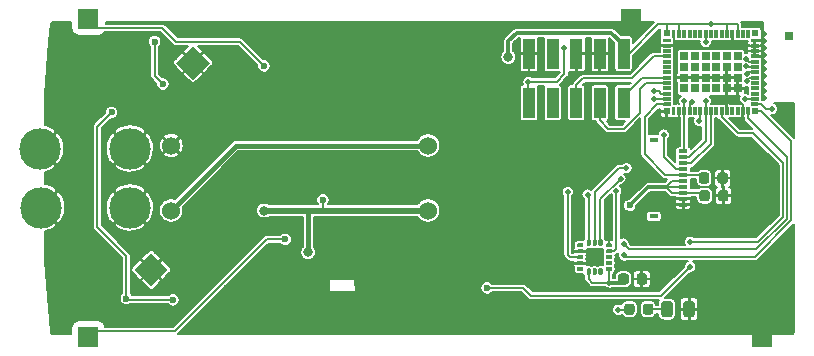
<source format=gbr>
%TF.GenerationSoftware,KiCad,Pcbnew,(5.1.12)-1*%
%TF.CreationDate,2021-11-29T20:05:01-07:00*%
%TF.ProjectId,SolarGPS,536f6c61-7247-4505-932e-6b696361645f,rev?*%
%TF.SameCoordinates,Original*%
%TF.FileFunction,Copper,L1,Top*%
%TF.FilePolarity,Positive*%
%FSLAX46Y46*%
G04 Gerber Fmt 4.6, Leading zero omitted, Abs format (unit mm)*
G04 Created by KiCad (PCBNEW (5.1.12)-1) date 2021-11-29 20:05:01*
%MOMM*%
%LPD*%
G01*
G04 APERTURE LIST*
%TA.AperFunction,ComponentPad*%
%ADD10C,1.524000*%
%TD*%
%TA.AperFunction,ComponentPad*%
%ADD11C,3.500000*%
%TD*%
%TA.AperFunction,SMDPad,CuDef*%
%ADD12R,0.750000X0.750000*%
%TD*%
%TA.AperFunction,SMDPad,CuDef*%
%ADD13R,0.575000X0.575000*%
%TD*%
%TA.AperFunction,SMDPad,CuDef*%
%ADD14R,0.300000X0.650000*%
%TD*%
%TA.AperFunction,SMDPad,CuDef*%
%ADD15R,0.650000X0.300000*%
%TD*%
%TA.AperFunction,SMDPad,CuDef*%
%ADD16C,0.100000*%
%TD*%
%TA.AperFunction,ComponentPad*%
%ADD17C,0.500000*%
%TD*%
%TA.AperFunction,ComponentPad*%
%ADD18R,1.700000X1.700000*%
%TD*%
%TA.AperFunction,SMDPad,CuDef*%
%ADD19R,0.800000X0.400000*%
%TD*%
%TA.AperFunction,SMDPad,CuDef*%
%ADD20R,0.800000X0.300000*%
%TD*%
%TA.AperFunction,SMDPad,CuDef*%
%ADD21R,1.000000X2.580000*%
%TD*%
%TA.AperFunction,ViaPad*%
%ADD22C,0.600000*%
%TD*%
%TA.AperFunction,ViaPad*%
%ADD23C,0.500000*%
%TD*%
%TA.AperFunction,ViaPad*%
%ADD24C,0.800000*%
%TD*%
%TA.AperFunction,Conductor*%
%ADD25C,0.300000*%
%TD*%
%TA.AperFunction,Conductor*%
%ADD26C,0.200000*%
%TD*%
%TA.AperFunction,Conductor*%
%ADD27C,0.400000*%
%TD*%
%TA.AperFunction,Conductor*%
%ADD28C,0.500000*%
%TD*%
%TA.AperFunction,Conductor*%
%ADD29C,0.180000*%
%TD*%
%TA.AperFunction,Conductor*%
%ADD30C,0.100000*%
%TD*%
G04 APERTURE END LIST*
D10*
%TO.P,C14,2*%
%TO.N,VBATMID*%
X81750000Y-60750000D03*
%TO.P,C14,1*%
%TO.N,VBAT*%
X81750000Y-66250000D03*
%TD*%
%TO.P,U6,16*%
%TO.N,Net-(U6-Pad16)*%
%TA.AperFunction,SMDPad,CuDef*%
G36*
G01*
X96525000Y-71237500D02*
X96525000Y-71612500D01*
G75*
G02*
X96437500Y-71700000I-87500J0D01*
G01*
X96262500Y-71700000D01*
G75*
G02*
X96175000Y-71612500I0J87500D01*
G01*
X96175000Y-71237500D01*
G75*
G02*
X96262500Y-71150000I87500J0D01*
G01*
X96437500Y-71150000D01*
G75*
G02*
X96525000Y-71237500I0J-87500D01*
G01*
G37*
%TD.AperFunction*%
%TO.P,U6,15*%
%TO.N,Net-(U6-Pad15)*%
%TA.AperFunction,SMDPad,CuDef*%
G36*
G01*
X96025000Y-71237500D02*
X96025000Y-71612500D01*
G75*
G02*
X95937500Y-71700000I-87500J0D01*
G01*
X95762500Y-71700000D01*
G75*
G02*
X95675000Y-71612500I0J87500D01*
G01*
X95675000Y-71237500D01*
G75*
G02*
X95762500Y-71150000I87500J0D01*
G01*
X95937500Y-71150000D01*
G75*
G02*
X96025000Y-71237500I0J-87500D01*
G01*
G37*
%TD.AperFunction*%
%TO.P,U6,14*%
%TO.N,VDD*%
%TA.AperFunction,SMDPad,CuDef*%
G36*
G01*
X95525000Y-71237500D02*
X95525000Y-71612500D01*
G75*
G02*
X95437500Y-71700000I-87500J0D01*
G01*
X95262500Y-71700000D01*
G75*
G02*
X95175000Y-71612500I0J87500D01*
G01*
X95175000Y-71237500D01*
G75*
G02*
X95262500Y-71150000I87500J0D01*
G01*
X95437500Y-71150000D01*
G75*
G02*
X95525000Y-71237500I0J-87500D01*
G01*
G37*
%TD.AperFunction*%
%TO.P,U6,13*%
%TO.N,Net-(U6-Pad13)*%
%TA.AperFunction,SMDPad,CuDef*%
G36*
G01*
X94900000Y-71112500D02*
X94900000Y-71287500D01*
G75*
G02*
X94812500Y-71375000I-87500J0D01*
G01*
X94437500Y-71375000D01*
G75*
G02*
X94350000Y-71287500I0J87500D01*
G01*
X94350000Y-71112500D01*
G75*
G02*
X94437500Y-71025000I87500J0D01*
G01*
X94812500Y-71025000D01*
G75*
G02*
X94900000Y-71112500I0J-87500D01*
G01*
G37*
%TD.AperFunction*%
%TO.P,U6,12*%
%TO.N,GND*%
%TA.AperFunction,SMDPad,CuDef*%
G36*
G01*
X94900000Y-70612500D02*
X94900000Y-70787500D01*
G75*
G02*
X94812500Y-70875000I-87500J0D01*
G01*
X94437500Y-70875000D01*
G75*
G02*
X94350000Y-70787500I0J87500D01*
G01*
X94350000Y-70612500D01*
G75*
G02*
X94437500Y-70525000I87500J0D01*
G01*
X94812500Y-70525000D01*
G75*
G02*
X94900000Y-70612500I0J-87500D01*
G01*
G37*
%TD.AperFunction*%
%TO.P,U6,11*%
%TO.N,LIS_INT*%
%TA.AperFunction,SMDPad,CuDef*%
G36*
G01*
X94900000Y-70112500D02*
X94900000Y-70287500D01*
G75*
G02*
X94812500Y-70375000I-87500J0D01*
G01*
X94437500Y-70375000D01*
G75*
G02*
X94350000Y-70287500I0J87500D01*
G01*
X94350000Y-70112500D01*
G75*
G02*
X94437500Y-70025000I87500J0D01*
G01*
X94812500Y-70025000D01*
G75*
G02*
X94900000Y-70112500I0J-87500D01*
G01*
G37*
%TD.AperFunction*%
%TO.P,U6,10*%
%TO.N,GND*%
%TA.AperFunction,SMDPad,CuDef*%
G36*
G01*
X94900000Y-69612500D02*
X94900000Y-69787500D01*
G75*
G02*
X94812500Y-69875000I-87500J0D01*
G01*
X94437500Y-69875000D01*
G75*
G02*
X94350000Y-69787500I0J87500D01*
G01*
X94350000Y-69612500D01*
G75*
G02*
X94437500Y-69525000I87500J0D01*
G01*
X94812500Y-69525000D01*
G75*
G02*
X94900000Y-69612500I0J-87500D01*
G01*
G37*
%TD.AperFunction*%
%TO.P,U6,9*%
%TO.N,Net-(U6-Pad9)*%
%TA.AperFunction,SMDPad,CuDef*%
G36*
G01*
X94900000Y-69112500D02*
X94900000Y-69287500D01*
G75*
G02*
X94812500Y-69375000I-87500J0D01*
G01*
X94437500Y-69375000D01*
G75*
G02*
X94350000Y-69287500I0J87500D01*
G01*
X94350000Y-69112500D01*
G75*
G02*
X94437500Y-69025000I87500J0D01*
G01*
X94812500Y-69025000D01*
G75*
G02*
X94900000Y-69112500I0J-87500D01*
G01*
G37*
%TD.AperFunction*%
%TO.P,U6,8*%
%TO.N,LIS_CS*%
%TA.AperFunction,SMDPad,CuDef*%
G36*
G01*
X95525000Y-68787500D02*
X95525000Y-69162500D01*
G75*
G02*
X95437500Y-69250000I-87500J0D01*
G01*
X95262500Y-69250000D01*
G75*
G02*
X95175000Y-69162500I0J87500D01*
G01*
X95175000Y-68787500D01*
G75*
G02*
X95262500Y-68700000I87500J0D01*
G01*
X95437500Y-68700000D01*
G75*
G02*
X95525000Y-68787500I0J-87500D01*
G01*
G37*
%TD.AperFunction*%
%TO.P,U6,7*%
%TO.N,SPI_MISO*%
%TA.AperFunction,SMDPad,CuDef*%
G36*
G01*
X96025000Y-68787500D02*
X96025000Y-69162500D01*
G75*
G02*
X95937500Y-69250000I-87500J0D01*
G01*
X95762500Y-69250000D01*
G75*
G02*
X95675000Y-69162500I0J87500D01*
G01*
X95675000Y-68787500D01*
G75*
G02*
X95762500Y-68700000I87500J0D01*
G01*
X95937500Y-68700000D01*
G75*
G02*
X96025000Y-68787500I0J-87500D01*
G01*
G37*
%TD.AperFunction*%
%TO.P,U6,6*%
%TO.N,SPI_MOSI*%
%TA.AperFunction,SMDPad,CuDef*%
G36*
G01*
X96525000Y-68787500D02*
X96525000Y-69162500D01*
G75*
G02*
X96437500Y-69250000I-87500J0D01*
G01*
X96262500Y-69250000D01*
G75*
G02*
X96175000Y-69162500I0J87500D01*
G01*
X96175000Y-68787500D01*
G75*
G02*
X96262500Y-68700000I87500J0D01*
G01*
X96437500Y-68700000D01*
G75*
G02*
X96525000Y-68787500I0J-87500D01*
G01*
G37*
%TD.AperFunction*%
%TO.P,U6,5*%
%TO.N,GND*%
%TA.AperFunction,SMDPad,CuDef*%
G36*
G01*
X97350000Y-69112500D02*
X97350000Y-69287500D01*
G75*
G02*
X97262500Y-69375000I-87500J0D01*
G01*
X96887500Y-69375000D01*
G75*
G02*
X96800000Y-69287500I0J87500D01*
G01*
X96800000Y-69112500D01*
G75*
G02*
X96887500Y-69025000I87500J0D01*
G01*
X97262500Y-69025000D01*
G75*
G02*
X97350000Y-69112500I0J-87500D01*
G01*
G37*
%TD.AperFunction*%
%TO.P,U6,4*%
%TO.N,SPI_CLK*%
%TA.AperFunction,SMDPad,CuDef*%
G36*
G01*
X97350000Y-69612500D02*
X97350000Y-69787500D01*
G75*
G02*
X97262500Y-69875000I-87500J0D01*
G01*
X96887500Y-69875000D01*
G75*
G02*
X96800000Y-69787500I0J87500D01*
G01*
X96800000Y-69612500D01*
G75*
G02*
X96887500Y-69525000I87500J0D01*
G01*
X97262500Y-69525000D01*
G75*
G02*
X97350000Y-69612500I0J-87500D01*
G01*
G37*
%TD.AperFunction*%
%TO.P,U6,3*%
%TO.N,Net-(U6-Pad3)*%
%TA.AperFunction,SMDPad,CuDef*%
G36*
G01*
X97350000Y-70112500D02*
X97350000Y-70287500D01*
G75*
G02*
X97262500Y-70375000I-87500J0D01*
G01*
X96887500Y-70375000D01*
G75*
G02*
X96800000Y-70287500I0J87500D01*
G01*
X96800000Y-70112500D01*
G75*
G02*
X96887500Y-70025000I87500J0D01*
G01*
X97262500Y-70025000D01*
G75*
G02*
X97350000Y-70112500I0J-87500D01*
G01*
G37*
%TD.AperFunction*%
%TO.P,U6,2*%
%TO.N,Net-(U6-Pad2)*%
%TA.AperFunction,SMDPad,CuDef*%
G36*
G01*
X97350000Y-70612500D02*
X97350000Y-70787500D01*
G75*
G02*
X97262500Y-70875000I-87500J0D01*
G01*
X96887500Y-70875000D01*
G75*
G02*
X96800000Y-70787500I0J87500D01*
G01*
X96800000Y-70612500D01*
G75*
G02*
X96887500Y-70525000I87500J0D01*
G01*
X97262500Y-70525000D01*
G75*
G02*
X97350000Y-70612500I0J-87500D01*
G01*
G37*
%TD.AperFunction*%
%TO.P,U6,1*%
%TO.N,VDD*%
%TA.AperFunction,SMDPad,CuDef*%
G36*
G01*
X97350000Y-71112500D02*
X97350000Y-71287500D01*
G75*
G02*
X97262500Y-71375000I-87500J0D01*
G01*
X96887500Y-71375000D01*
G75*
G02*
X96800000Y-71287500I0J87500D01*
G01*
X96800000Y-71112500D01*
G75*
G02*
X96887500Y-71025000I87500J0D01*
G01*
X97262500Y-71025000D01*
G75*
G02*
X97350000Y-71112500I0J-87500D01*
G01*
G37*
%TD.AperFunction*%
%TD*%
%TO.P,C26,2*%
%TO.N,VDD*%
%TA.AperFunction,SMDPad,CuDef*%
G36*
G01*
X98750000Y-71800000D02*
X98750000Y-72300000D01*
G75*
G02*
X98525000Y-72525000I-225000J0D01*
G01*
X98075000Y-72525000D01*
G75*
G02*
X97850000Y-72300000I0J225000D01*
G01*
X97850000Y-71800000D01*
G75*
G02*
X98075000Y-71575000I225000J0D01*
G01*
X98525000Y-71575000D01*
G75*
G02*
X98750000Y-71800000I0J-225000D01*
G01*
G37*
%TD.AperFunction*%
%TO.P,C26,1*%
%TO.N,GND*%
%TA.AperFunction,SMDPad,CuDef*%
G36*
G01*
X100300000Y-71800000D02*
X100300000Y-72300000D01*
G75*
G02*
X100075000Y-72525000I-225000J0D01*
G01*
X99625000Y-72525000D01*
G75*
G02*
X99400000Y-72300000I0J225000D01*
G01*
X99400000Y-71800000D01*
G75*
G02*
X99625000Y-71575000I225000J0D01*
G01*
X100075000Y-71575000D01*
G75*
G02*
X100300000Y-71800000I0J-225000D01*
G01*
G37*
%TD.AperFunction*%
%TD*%
D11*
%TO.P,J7,1*%
%TO.N,GND*%
X56500000Y-61000000D03*
X56500000Y-66000000D03*
X48900000Y-61000000D03*
X49000000Y-66000000D03*
%TD*%
D10*
%TO.P,C17,2*%
%TO.N,GND*%
X60000000Y-60750000D03*
%TO.P,C17,1*%
%TO.N,VBATMID*%
X60000000Y-66250000D03*
%TD*%
D12*
%TO.P,U4,85*%
%TO.N,Net-(U4-Pad85)*%
X112285000Y-51500000D03*
%TO.P,U4,86*%
%TO.N,GND*%
X112285000Y-57600000D03*
D13*
%TO.P,U4,1*%
%TO.N,Net-(U4-Pad1)*%
X109437000Y-51263000D03*
%TO.P,U4,2*%
%TO.N,Net-(U4-Pad2)*%
%TA.AperFunction,SMDPad,CuDef*%
G36*
G01*
X108721000Y-50975000D02*
X108979000Y-50975000D01*
G75*
G02*
X109000000Y-50996000I0J-21000D01*
G01*
X109000000Y-51604000D01*
G75*
G02*
X108979000Y-51625000I-21000J0D01*
G01*
X108721000Y-51625000D01*
G75*
G02*
X108700000Y-51604000I0J21000D01*
G01*
X108700000Y-50996000D01*
G75*
G02*
X108721000Y-50975000I21000J0D01*
G01*
G37*
%TD.AperFunction*%
D14*
%TO.P,U4,3*%
%TO.N,Net-(U4-Pad3)*%
X108400000Y-51300000D03*
%TO.P,U4,4*%
%TO.N,VDD*%
X107950000Y-51300000D03*
%TO.P,U4,5*%
%TO.N,GND*%
X107500000Y-51300000D03*
%TO.P,U4,6*%
%TO.N,VDD*%
X107050000Y-51300000D03*
%TO.P,U4,7*%
%TO.N,Net-(U4-Pad7)*%
X106600000Y-51300000D03*
%TO.P,U4,8*%
%TO.N,Net-(U4-Pad8)*%
X106150000Y-51300000D03*
%TO.P,U4,9*%
%TO.N,Net-(U4-Pad9)*%
X105700000Y-51300000D03*
%TO.P,U4,10*%
%TO.N,RESET*%
X105250000Y-51300000D03*
%TO.P,U4,11*%
%TO.N,Net-(U4-Pad11)*%
X104800000Y-51300000D03*
%TO.P,U4,12*%
%TO.N,Net-(U4-Pad12)*%
X104350000Y-51300000D03*
%TO.P,U4,13*%
%TO.N,Net-(U4-Pad13)*%
X103900000Y-51300000D03*
%TO.P,U4,14*%
%TO.N,Net-(U4-Pad14)*%
X103450000Y-51300000D03*
%TO.P,U4,15*%
%TO.N,VDD*%
X103000000Y-51300000D03*
%TO.P,U4,16*%
%TO.N,GND*%
%TA.AperFunction,SMDPad,CuDef*%
G36*
G01*
X102421000Y-50975000D02*
X102679000Y-50975000D01*
G75*
G02*
X102700000Y-50996000I0J-21000D01*
G01*
X102700000Y-51604000D01*
G75*
G02*
X102679000Y-51625000I-21000J0D01*
G01*
X102421000Y-51625000D01*
G75*
G02*
X102400000Y-51604000I0J21000D01*
G01*
X102400000Y-50996000D01*
G75*
G02*
X102421000Y-50975000I21000J0D01*
G01*
G37*
%TD.AperFunction*%
D13*
%TO.P,U4,17*%
%TO.N,VDD*%
X101963000Y-51263000D03*
%TO.P,U4,18*%
%TO.N,Net-(U4-Pad18)*%
%TA.AperFunction,SMDPad,CuDef*%
G36*
G01*
X101696000Y-51700000D02*
X102304000Y-51700000D01*
G75*
G02*
X102325000Y-51721000I0J-21000D01*
G01*
X102325000Y-51979000D01*
G75*
G02*
X102304000Y-52000000I-21000J0D01*
G01*
X101696000Y-52000000D01*
G75*
G02*
X101675000Y-51979000I0J21000D01*
G01*
X101675000Y-51721000D01*
G75*
G02*
X101696000Y-51700000I21000J0D01*
G01*
G37*
%TD.AperFunction*%
D15*
%TO.P,U4,19*%
%TO.N,GND*%
X102000000Y-52300000D03*
%TO.P,U4,20*%
%TO.N,Net-(U4-Pad20)*%
X102000000Y-52750000D03*
%TO.P,U4,21*%
%TO.N,/SWO*%
X102000000Y-53200000D03*
%TO.P,U4,22*%
%TO.N,Net-(U4-Pad22)*%
X102000000Y-53650000D03*
%TO.P,U4,23*%
%TO.N,Net-(U4-Pad23)*%
X102000000Y-54100000D03*
%TO.P,U4,24*%
%TO.N,Net-(U4-Pad24)*%
X102000000Y-54550000D03*
%TO.P,U4,25*%
%TO.N,/SWDIO*%
X102000000Y-55000000D03*
%TO.P,U4,26*%
%TO.N,/SWDCLK*%
X102000000Y-55450000D03*
%TO.P,U4,27*%
%TO.N,Net-(U4-Pad27)*%
X102000000Y-55900000D03*
%TO.P,U4,28*%
%TO.N,LIS_CS*%
X102000000Y-56350000D03*
%TO.P,U4,29*%
%TO.N,GPS_EXINT*%
X102000000Y-56800000D03*
%TO.P,U4,30*%
%TO.N,DISP_EN*%
%TA.AperFunction,SMDPad,CuDef*%
G36*
G01*
X101696000Y-57100000D02*
X102304000Y-57100000D01*
G75*
G02*
X102325000Y-57121000I0J-21000D01*
G01*
X102325000Y-57379000D01*
G75*
G02*
X102304000Y-57400000I-21000J0D01*
G01*
X101696000Y-57400000D01*
G75*
G02*
X101675000Y-57379000I0J21000D01*
G01*
X101675000Y-57121000D01*
G75*
G02*
X101696000Y-57100000I21000J0D01*
G01*
G37*
%TD.AperFunction*%
D13*
%TO.P,U4,31*%
%TO.N,GND*%
X101963000Y-57837000D03*
%TO.P,U4,32*%
%TO.N,Net-(U4-Pad32)*%
%TA.AperFunction,SMDPad,CuDef*%
G36*
G01*
X102421000Y-57475000D02*
X102679000Y-57475000D01*
G75*
G02*
X102700000Y-57496000I0J-21000D01*
G01*
X102700000Y-58104000D01*
G75*
G02*
X102679000Y-58125000I-21000J0D01*
G01*
X102421000Y-58125000D01*
G75*
G02*
X102400000Y-58104000I0J21000D01*
G01*
X102400000Y-57496000D01*
G75*
G02*
X102421000Y-57475000I21000J0D01*
G01*
G37*
%TD.AperFunction*%
D14*
%TO.P,U4,33*%
%TO.N,GND*%
X103000000Y-57800000D03*
%TO.P,U4,34*%
%TO.N,SPI_CLK*%
X103450000Y-57800000D03*
%TO.P,U4,35*%
%TO.N,LED*%
X103900000Y-57800000D03*
%TO.P,U4,36*%
%TO.N,Net-(U4-Pad36)*%
X104350000Y-57800000D03*
%TO.P,U4,37*%
%TO.N,SPI_MISO*%
X104800000Y-57800000D03*
%TO.P,U4,38*%
%TO.N,SPI_MOSI*%
X105250000Y-57800000D03*
%TO.P,U4,39*%
%TO.N,DISP_CS*%
X105700000Y-57800000D03*
%TO.P,U4,40*%
%TO.N,Net-(U4-Pad40)*%
X106150000Y-57800000D03*
%TO.P,U4,41*%
%TO.N,GPSEN*%
X106600000Y-57800000D03*
%TO.P,U4,42*%
%TO.N,GND*%
X107050000Y-57800000D03*
%TO.P,U4,43*%
%TO.N,Net-(U4-Pad43)*%
X107500000Y-57800000D03*
%TO.P,U4,44*%
%TO.N,Net-(U4-Pad44)*%
X107950000Y-57800000D03*
%TO.P,U4,45*%
%TO.N,GND*%
X108400000Y-57800000D03*
%TO.P,U4,46*%
%TO.N,GPS_UART_MOSI*%
%TA.AperFunction,SMDPad,CuDef*%
G36*
G01*
X108721000Y-57475000D02*
X108979000Y-57475000D01*
G75*
G02*
X109000000Y-57496000I0J-21000D01*
G01*
X109000000Y-58104000D01*
G75*
G02*
X108979000Y-58125000I-21000J0D01*
G01*
X108721000Y-58125000D01*
G75*
G02*
X108700000Y-58104000I0J21000D01*
G01*
X108700000Y-57496000D01*
G75*
G02*
X108721000Y-57475000I21000J0D01*
G01*
G37*
%TD.AperFunction*%
D13*
%TO.P,U4,47*%
%TO.N,GPS_UART_MISO*%
X109437000Y-57837000D03*
%TO.P,U4,48*%
%TO.N,EXTCOMIN*%
%TA.AperFunction,SMDPad,CuDef*%
G36*
G01*
X109096000Y-57100000D02*
X109704000Y-57100000D01*
G75*
G02*
X109725000Y-57121000I0J-21000D01*
G01*
X109725000Y-57379000D01*
G75*
G02*
X109704000Y-57400000I-21000J0D01*
G01*
X109096000Y-57400000D01*
G75*
G02*
X109075000Y-57379000I0J21000D01*
G01*
X109075000Y-57121000D01*
G75*
G02*
X109096000Y-57100000I21000J0D01*
G01*
G37*
%TD.AperFunction*%
D15*
%TO.P,U4,49*%
%TO.N,LIS_INT*%
X109400000Y-56800000D03*
%TO.P,U4,50*%
%TO.N,Net-(U4-Pad50)*%
X109400000Y-56350000D03*
%TO.P,U4,51*%
%TO.N,Net-(U4-Pad51)*%
X109400000Y-55900000D03*
%TO.P,U4,52*%
%TO.N,Net-(U4-Pad52)*%
X109400000Y-55450000D03*
%TO.P,U4,53*%
%TO.N,VBATMID_SENSE*%
X109400000Y-55000000D03*
%TO.P,U4,54*%
%TO.N,VBAT_SENSE*%
X109400000Y-54550000D03*
%TO.P,U4,55*%
%TO.N,SOLAR_SENSE2*%
X109400000Y-54100000D03*
%TO.P,U4,56*%
%TO.N,SOLAR_SENSE1*%
X109400000Y-53650000D03*
%TO.P,U4,57*%
%TO.N,GND*%
X109400000Y-53200000D03*
%TO.P,U4,58*%
X109400000Y-52750000D03*
%TO.P,U4,59*%
X109400000Y-52300000D03*
%TO.P,U4,60*%
%TA.AperFunction,SMDPad,CuDef*%
G36*
G01*
X109096000Y-51700000D02*
X109704000Y-51700000D01*
G75*
G02*
X109725000Y-51721000I0J-21000D01*
G01*
X109725000Y-51979000D01*
G75*
G02*
X109704000Y-52000000I-21000J0D01*
G01*
X109096000Y-52000000D01*
G75*
G02*
X109075000Y-51979000I0J21000D01*
G01*
X109075000Y-51721000D01*
G75*
G02*
X109096000Y-51700000I21000J0D01*
G01*
G37*
%TD.AperFunction*%
D12*
%TO.P,U4,61*%
%TO.N,Net-(U4-Pad61)*%
X107950000Y-53200000D03*
%TO.P,U4,62*%
%TO.N,Net-(U4-Pad62)*%
X107050000Y-53200000D03*
%TO.P,U4,63*%
%TO.N,Net-(U4-Pad63)*%
X106150000Y-53200000D03*
%TO.P,U4,64*%
%TO.N,Net-(U4-Pad64)*%
X105250000Y-53200000D03*
%TO.P,U4,65*%
%TO.N,Net-(U4-Pad65)*%
X104350000Y-53200000D03*
%TO.P,U4,66*%
%TO.N,Net-(U4-Pad66)*%
X103450000Y-53200000D03*
%TO.P,U4,67*%
%TO.N,Net-(U4-Pad67)*%
X103450000Y-54100000D03*
%TO.P,U4,68*%
%TO.N,GND*%
X103450000Y-55000000D03*
%TO.P,U4,69*%
%TO.N,Net-(U4-Pad69)*%
X103450000Y-55900000D03*
%TO.P,U4,70*%
%TO.N,Net-(U4-Pad70)*%
X104350000Y-55900000D03*
%TO.P,U4,71*%
%TO.N,Net-(U4-Pad71)*%
X105250000Y-55900000D03*
%TO.P,U4,72*%
%TO.N,Net-(U4-Pad72)*%
X106150000Y-55900000D03*
%TO.P,U4,73*%
%TO.N,GND*%
X107050000Y-55900000D03*
%TO.P,U4,74*%
X107950000Y-55900000D03*
%TO.P,U4,75*%
X107950000Y-55000000D03*
%TO.P,U4,76*%
%TO.N,Net-(U4-Pad76)*%
X107950000Y-54100000D03*
%TO.P,U4,77*%
%TO.N,GND*%
X107050000Y-54100000D03*
%TO.P,U4,78*%
%TO.N,Net-(U4-Pad78)*%
X106150000Y-54100000D03*
%TO.P,U4,79*%
%TO.N,Net-(U4-Pad79)*%
X105250000Y-54100000D03*
%TO.P,U4,80*%
%TO.N,Net-(U4-Pad80)*%
X104350000Y-54100000D03*
%TO.P,U4,81*%
%TO.N,GND*%
X104350000Y-55000000D03*
%TO.P,U4,82*%
X105250000Y-55000000D03*
%TO.P,U4,83*%
X106150000Y-55000000D03*
%TO.P,U4,84*%
X107050000Y-55000000D03*
%TD*%
%TA.AperFunction,SMDPad,CuDef*%
D16*
%TO.P,U5,21*%
%TO.N,GND*%
G36*
X60435786Y-53750000D02*
G01*
X61850000Y-52335786D01*
X63264214Y-53750000D01*
X61850000Y-55164214D01*
X60435786Y-53750000D01*
G37*
%TD.AperFunction*%
D17*
X62910660Y-53750000D03*
X61850000Y-52689340D03*
X61850000Y-54810660D03*
X60789340Y-53750000D03*
%TD*%
%TO.P,C9,2*%
%TO.N,VDD*%
%TA.AperFunction,SMDPad,CuDef*%
G36*
G01*
X105600000Y-64743750D02*
X105600000Y-65256250D01*
G75*
G02*
X105381250Y-65475000I-218750J0D01*
G01*
X104943750Y-65475000D01*
G75*
G02*
X104725000Y-65256250I0J218750D01*
G01*
X104725000Y-64743750D01*
G75*
G02*
X104943750Y-64525000I218750J0D01*
G01*
X105381250Y-64525000D01*
G75*
G02*
X105600000Y-64743750I0J-218750D01*
G01*
G37*
%TD.AperFunction*%
%TO.P,C9,1*%
%TO.N,GND*%
%TA.AperFunction,SMDPad,CuDef*%
G36*
G01*
X107175000Y-64743750D02*
X107175000Y-65256250D01*
G75*
G02*
X106956250Y-65475000I-218750J0D01*
G01*
X106518750Y-65475000D01*
G75*
G02*
X106300000Y-65256250I0J218750D01*
G01*
X106300000Y-64743750D01*
G75*
G02*
X106518750Y-64525000I218750J0D01*
G01*
X106956250Y-64525000D01*
G75*
G02*
X107175000Y-64743750I0J-218750D01*
G01*
G37*
%TD.AperFunction*%
%TD*%
%TA.AperFunction,SMDPad,CuDef*%
D16*
%TO.P,U1,21*%
%TO.N,GND*%
G36*
X58299651Y-72678078D02*
G01*
X56885437Y-71263864D01*
X58299651Y-69849650D01*
X59713865Y-71263864D01*
X58299651Y-72678078D01*
G37*
%TD.AperFunction*%
D17*
X58299651Y-70203204D03*
X57238991Y-71263864D03*
X59360311Y-71263864D03*
X58299651Y-72324524D03*
%TD*%
%TO.P,C20,2*%
%TO.N,DISP_EN*%
%TA.AperFunction,SMDPad,CuDef*%
G36*
G01*
X105550000Y-63243750D02*
X105550000Y-63756250D01*
G75*
G02*
X105331250Y-63975000I-218750J0D01*
G01*
X104893750Y-63975000D01*
G75*
G02*
X104675000Y-63756250I0J218750D01*
G01*
X104675000Y-63243750D01*
G75*
G02*
X104893750Y-63025000I218750J0D01*
G01*
X105331250Y-63025000D01*
G75*
G02*
X105550000Y-63243750I0J-218750D01*
G01*
G37*
%TD.AperFunction*%
%TO.P,C20,1*%
%TO.N,GND*%
%TA.AperFunction,SMDPad,CuDef*%
G36*
G01*
X107125000Y-63243750D02*
X107125000Y-63756250D01*
G75*
G02*
X106906250Y-63975000I-218750J0D01*
G01*
X106468750Y-63975000D01*
G75*
G02*
X106250000Y-63756250I0J218750D01*
G01*
X106250000Y-63243750D01*
G75*
G02*
X106468750Y-63025000I218750J0D01*
G01*
X106906250Y-63025000D01*
G75*
G02*
X107125000Y-63243750I0J-218750D01*
G01*
G37*
%TD.AperFunction*%
%TD*%
D18*
%TO.P,J6,1*%
%TO.N,GND*%
X110000000Y-77000000D03*
%TD*%
%TO.P,J5,1*%
%TO.N,SOLAR2+*%
X53000000Y-77000000D03*
%TD*%
%TO.P,J3,1*%
%TO.N,GND*%
X98950000Y-50000000D03*
%TD*%
%TO.P,J2,1*%
%TO.N,SOLAR1+*%
X53000000Y-50000000D03*
%TD*%
%TO.P,D2,2*%
%TO.N,Net-(D2-Pad2)*%
%TA.AperFunction,SMDPad,CuDef*%
G36*
G01*
X102462500Y-74143750D02*
X102462500Y-75056250D01*
G75*
G02*
X102218750Y-75300000I-243750J0D01*
G01*
X101731250Y-75300000D01*
G75*
G02*
X101487500Y-75056250I0J243750D01*
G01*
X101487500Y-74143750D01*
G75*
G02*
X101731250Y-73900000I243750J0D01*
G01*
X102218750Y-73900000D01*
G75*
G02*
X102462500Y-74143750I0J-243750D01*
G01*
G37*
%TD.AperFunction*%
%TO.P,D2,1*%
%TO.N,GND*%
%TA.AperFunction,SMDPad,CuDef*%
G36*
G01*
X104337500Y-74143750D02*
X104337500Y-75056250D01*
G75*
G02*
X104093750Y-75300000I-243750J0D01*
G01*
X103606250Y-75300000D01*
G75*
G02*
X103362500Y-75056250I0J243750D01*
G01*
X103362500Y-74143750D01*
G75*
G02*
X103606250Y-73900000I243750J0D01*
G01*
X104093750Y-73900000D01*
G75*
G02*
X104337500Y-74143750I0J-243750D01*
G01*
G37*
%TD.AperFunction*%
%TD*%
%TO.P,R3,2*%
%TO.N,Net-(D2-Pad2)*%
%TA.AperFunction,SMDPad,CuDef*%
G36*
G01*
X99937500Y-74856250D02*
X99937500Y-74343750D01*
G75*
G02*
X100156250Y-74125000I218750J0D01*
G01*
X100593750Y-74125000D01*
G75*
G02*
X100812500Y-74343750I0J-218750D01*
G01*
X100812500Y-74856250D01*
G75*
G02*
X100593750Y-75075000I-218750J0D01*
G01*
X100156250Y-75075000D01*
G75*
G02*
X99937500Y-74856250I0J218750D01*
G01*
G37*
%TD.AperFunction*%
%TO.P,R3,1*%
%TO.N,LED*%
%TA.AperFunction,SMDPad,CuDef*%
G36*
G01*
X98362500Y-74856250D02*
X98362500Y-74343750D01*
G75*
G02*
X98581250Y-74125000I218750J0D01*
G01*
X99018750Y-74125000D01*
G75*
G02*
X99237500Y-74343750I0J-218750D01*
G01*
X99237500Y-74856250D01*
G75*
G02*
X99018750Y-75075000I-218750J0D01*
G01*
X98581250Y-75075000D01*
G75*
G02*
X98362500Y-74856250I0J218750D01*
G01*
G37*
%TD.AperFunction*%
%TD*%
D19*
%TO.P,J1,0*%
%TO.N,N/C*%
X100850000Y-66750000D03*
X100850000Y-60250000D03*
D20*
%TO.P,J1,10*%
%TO.N,GND*%
X103350000Y-65750000D03*
%TO.P,J1,9*%
X103350000Y-65250000D03*
%TO.P,J1,8*%
%TO.N,VDD*%
X103350000Y-64750000D03*
%TO.P,J1,7*%
X103350000Y-64250000D03*
%TO.P,J1,6*%
X103350000Y-63750000D03*
%TO.P,J1,5*%
%TO.N,DISP_EN*%
X103350000Y-63250000D03*
%TO.P,J1,4*%
%TO.N,EXTCOMIN*%
X103350000Y-62750000D03*
%TO.P,J1,3*%
%TO.N,DISP_CS*%
X103350000Y-62250000D03*
%TO.P,J1,2*%
%TO.N,SPI_MOSI*%
X103350000Y-61750000D03*
%TO.P,J1,1*%
%TO.N,SPI_CLK*%
X103350000Y-61250000D03*
%TD*%
D21*
%TO.P,J4,10*%
%TO.N,RESET*%
X90300000Y-57135000D03*
%TO.P,J4,9*%
%TO.N,GND*%
X90300000Y-52965000D03*
%TO.P,J4,8*%
%TO.N,Net-(J4-Pad8)*%
X92300000Y-57135000D03*
%TO.P,J4,7*%
%TO.N,Net-(J4-Pad7)*%
X92300000Y-52965000D03*
%TO.P,J4,6*%
%TO.N,/SWO*%
X94300000Y-57135000D03*
%TO.P,J4,5*%
%TO.N,GND*%
X94300000Y-52965000D03*
%TO.P,J4,4*%
%TO.N,/SWDCLK*%
X96300000Y-57135000D03*
%TO.P,J4,3*%
%TO.N,GND*%
X96300000Y-52965000D03*
%TO.P,J4,2*%
%TO.N,/SWDIO*%
X98300000Y-57135000D03*
%TO.P,J4,1*%
%TO.N,VDD*%
X98300000Y-52965000D03*
%TD*%
D22*
%TO.N,GND*%
X104250000Y-60100000D03*
X109500000Y-61300000D03*
X109600000Y-66600000D03*
X103375000Y-66525000D03*
X106900000Y-66625000D03*
D23*
X110200000Y-51300000D03*
D22*
X89900000Y-61900000D03*
X82200000Y-70400000D03*
X83250000Y-70450000D03*
X82700000Y-52550000D03*
X81250000Y-52600000D03*
X77250000Y-53750000D03*
X77300000Y-57500000D03*
X70650000Y-53850000D03*
X69550000Y-53900000D03*
X66250000Y-56650000D03*
X50550000Y-56900000D03*
X50550000Y-55950000D03*
X50550000Y-54350000D03*
X55750000Y-58750000D03*
X61250000Y-58800000D03*
X52500000Y-70500000D03*
X50800000Y-71800000D03*
X54700000Y-71650000D03*
X50850000Y-75400000D03*
X61650000Y-76200000D03*
X63750000Y-76100000D03*
X65000000Y-74700000D03*
X64700000Y-72850000D03*
X71100000Y-75150000D03*
X72000000Y-75150000D03*
X73600000Y-75200000D03*
X79100000Y-72150000D03*
X79750000Y-72000000D03*
X77450000Y-69050000D03*
X85600000Y-75550000D03*
X88600000Y-73900000D03*
X103250000Y-68050000D03*
X104500000Y-68000000D03*
X85700000Y-59750000D03*
X83950000Y-59750000D03*
X61350000Y-70050000D03*
X61950000Y-50650000D03*
X62800000Y-57000000D03*
D23*
X110200000Y-51900000D03*
X110200000Y-52500000D03*
X110200000Y-53100000D03*
X110200000Y-53700000D03*
X110200000Y-54300000D03*
X110200000Y-54900000D03*
X110200000Y-55500000D03*
X110200000Y-56100000D03*
X110200000Y-56700000D03*
X97075000Y-67950000D03*
X93400000Y-71225000D03*
X91925000Y-72200000D03*
D22*
X101300000Y-72325000D03*
X103825000Y-73050000D03*
X105200000Y-74550000D03*
X106800000Y-60500000D03*
X102625000Y-60100000D03*
D23*
X107000000Y-56825000D03*
X107500000Y-52175000D03*
X102950000Y-52225000D03*
X100875000Y-52175000D03*
D22*
X95275000Y-52050000D03*
X89400000Y-54625000D03*
X87050000Y-58275000D03*
X112275000Y-58425000D03*
X98325000Y-67950000D03*
X99725000Y-62375000D03*
X98975000Y-64275000D03*
D23*
%TO.N,VBAT_SENSE*%
X108750000Y-54650000D03*
%TO.N,VDD*%
X97100000Y-72350000D03*
X105700000Y-50500000D03*
D24*
X88550006Y-53250000D03*
D22*
X98825000Y-65825000D03*
%TO.N,VSTOR*%
X60139340Y-73810660D03*
X56200000Y-73700000D03*
X58600000Y-51950000D03*
X59300000Y-55550000D03*
X54950000Y-57950000D03*
D23*
%TO.N,GPS_EXINT*%
X100900000Y-56800000D03*
%TO.N,EXTCOMIN*%
X110850000Y-57650000D03*
X101700000Y-59825000D03*
%TO.N,GPS_UART_MOSI*%
X98300000Y-69050000D03*
%TO.N,GPS_UART_MISO*%
X98350000Y-70050000D03*
%TO.N,LED*%
X104100000Y-57050000D03*
X97850000Y-74650000D03*
D22*
%TO.N,GPSEN*%
X86750000Y-72800000D03*
D23*
X103950000Y-68900000D03*
X103950000Y-71000000D03*
D24*
%TO.N,VBAT*%
X71600000Y-69800000D03*
D22*
X72850000Y-65350000D03*
D24*
X67850000Y-66250000D03*
D22*
%TO.N,SOLAR2+*%
X69650000Y-68700000D03*
%TO.N,SOLAR1+*%
X67850000Y-54000000D03*
D23*
%TO.N,SOLAR_SENSE2*%
X108700000Y-54050000D03*
%TO.N,SOLAR_SENSE1*%
X108700000Y-53400000D03*
%TO.N,RESET*%
X90250000Y-55350000D03*
X105250000Y-52000000D03*
X93300000Y-52450000D03*
%TO.N,VBATMID_SENSE*%
X108750000Y-55250000D03*
%TO.N,SPI_MOSI*%
X105250000Y-56950000D03*
X98046490Y-63546490D03*
%TO.N,SPI_CLK*%
X103450000Y-57000000D03*
X97692980Y-64592980D03*
%TO.N,SPI_MISO*%
X104700000Y-58650000D03*
X98550000Y-62650000D03*
%TO.N,LIS_INT*%
X108600000Y-56825000D03*
X93575000Y-64700000D03*
%TO.N,LIS_CS*%
X100875000Y-56150000D03*
X95250000Y-64900000D03*
%TD*%
D25*
%TO.N,GND*%
X110000000Y-76900000D02*
X110000000Y-75450000D01*
D26*
X95800000Y-69700000D02*
X94625000Y-69700000D01*
X95800000Y-70225000D02*
X95800000Y-69700000D01*
X95325000Y-70700000D02*
X95800000Y-70225000D01*
X94625000Y-70700000D02*
X95325000Y-70700000D01*
X97075000Y-69200000D02*
X97075000Y-67950000D01*
X93925000Y-70700000D02*
X93400000Y-71225000D01*
X94625000Y-70700000D02*
X93925000Y-70700000D01*
X103000000Y-59725000D02*
X102625000Y-60100000D01*
X103000000Y-57800000D02*
X103000000Y-59725000D01*
X102625000Y-59450000D02*
X102625000Y-60100000D01*
X101963000Y-58788000D02*
X102625000Y-59450000D01*
X101963000Y-57837000D02*
X101963000Y-58788000D01*
X107050000Y-56875000D02*
X107000000Y-56825000D01*
X107050000Y-57800000D02*
X107050000Y-56875000D01*
X107050000Y-56775000D02*
X107000000Y-56825000D01*
X107050000Y-55900000D02*
X107050000Y-56775000D01*
X108400000Y-57342998D02*
X107882002Y-56825000D01*
X107882002Y-56825000D02*
X107000000Y-56825000D01*
X108400000Y-57800000D02*
X108400000Y-57342998D01*
X107500000Y-51300000D02*
X107500000Y-52175000D01*
X102875000Y-52300000D02*
X102950000Y-52225000D01*
X102000000Y-52300000D02*
X102875000Y-52300000D01*
X102589999Y-51864999D02*
X102950000Y-52225000D01*
X102589999Y-51414999D02*
X102589999Y-51864999D01*
X102550000Y-51375000D02*
X102589999Y-51414999D01*
X102550000Y-51300000D02*
X102550000Y-51375000D01*
%TO.N,VBAT_SENSE*%
X108859167Y-54550000D02*
X108719463Y-54689704D01*
X109400000Y-54550000D02*
X108859167Y-54550000D01*
%TO.N,VDD*%
X103350000Y-64750000D02*
X104962500Y-64750000D01*
X102400000Y-64750000D02*
X101900000Y-64250000D01*
X103350000Y-64750000D02*
X102400000Y-64750000D01*
X103350000Y-64250000D02*
X101900000Y-64250000D01*
X102400000Y-63750000D02*
X101900000Y-64250000D01*
X103350000Y-63750000D02*
X102400000Y-63750000D01*
X107950000Y-50500000D02*
X107950000Y-51300000D01*
X107050000Y-51300000D02*
X107050000Y-50500000D01*
X107950000Y-50500000D02*
X107050000Y-50500000D01*
X98735000Y-52965000D02*
X98300000Y-52965000D01*
X101200000Y-50500000D02*
X98735000Y-52965000D01*
X101963000Y-51263000D02*
X101963000Y-50563000D01*
X101963000Y-50563000D02*
X101900000Y-50500000D01*
X101900000Y-50500000D02*
X101200000Y-50500000D01*
X103000000Y-50600000D02*
X103100000Y-50500000D01*
X103000000Y-51300000D02*
X103000000Y-50600000D01*
X103100000Y-50500000D02*
X101900000Y-50500000D01*
X107050000Y-50500000D02*
X105700000Y-50500000D01*
D25*
X97075000Y-72325000D02*
X97100000Y-72350000D01*
D26*
X97075000Y-71200000D02*
X97075000Y-72325000D01*
X95650000Y-72350000D02*
X97100000Y-72350000D01*
X95350000Y-71425000D02*
X95350000Y-72050000D01*
X95350000Y-72050000D02*
X95650000Y-72350000D01*
D25*
X98000000Y-72350000D02*
X98300000Y-72050000D01*
X97100000Y-72350000D02*
X98000000Y-72350000D01*
D26*
X105700000Y-50500000D02*
X103100000Y-50500000D01*
D25*
X89250000Y-51200000D02*
X88550006Y-51899994D01*
X97250000Y-51200000D02*
X89250000Y-51200000D01*
X98300000Y-52250000D02*
X97250000Y-51200000D01*
X88550006Y-51899994D02*
X88550006Y-53250000D01*
X98300000Y-52965000D02*
X98300000Y-52250000D01*
X101900000Y-64250000D02*
X100400000Y-64250000D01*
X100400000Y-64250000D02*
X98825000Y-65825000D01*
D26*
%TO.N,VSTOR*%
X60139340Y-73810660D02*
X56310660Y-73810660D01*
X56310660Y-73810660D02*
X56200000Y-73700000D01*
X58600000Y-54850000D02*
X58600000Y-51950000D01*
X59300000Y-55550000D02*
X58600000Y-54850000D01*
X56200000Y-73700000D02*
X56200000Y-70100000D01*
X56200000Y-70100000D02*
X53750000Y-67650000D01*
X53750000Y-59150000D02*
X54950000Y-57950000D01*
X53750000Y-67650000D02*
X53750000Y-59150000D01*
%TO.N,GPS_EXINT*%
X100900000Y-56800000D02*
X102000000Y-56800000D01*
%TO.N,DISP_CS*%
X104052000Y-62250000D02*
X103350000Y-62250000D01*
X105700000Y-60602000D02*
X104052000Y-62250000D01*
X105700000Y-57800000D02*
X105700000Y-60602000D01*
%TO.N,EXTCOMIN*%
X109950000Y-57250000D02*
X109400000Y-57250000D01*
X110350000Y-57650000D02*
X109950000Y-57250000D01*
X110850000Y-57650000D02*
X110350000Y-57650000D01*
X103350000Y-62750000D02*
X102750000Y-62750000D01*
X102750000Y-62750000D02*
X101700000Y-61700000D01*
X101700000Y-61700000D02*
X101700000Y-59825000D01*
%TO.N,GPS_UART_MOSI*%
X112140010Y-61740010D02*
X112140010Y-66940838D01*
X108850000Y-57800000D02*
X108850000Y-58450000D01*
X112140010Y-66940838D02*
X109530848Y-69550000D01*
X108850000Y-58450000D02*
X112140010Y-61740010D01*
X98800000Y-69550000D02*
X109530848Y-69550000D01*
X98300000Y-69050000D02*
X98800000Y-69550000D01*
%TO.N,GPS_UART_MISO*%
X112480020Y-67081676D02*
X109411696Y-70150000D01*
X109437000Y-57837000D02*
X109924500Y-57837000D01*
X109924500Y-57837000D02*
X112480021Y-60392521D01*
X112480021Y-60392521D02*
X112480020Y-67081676D01*
X98450000Y-70150000D02*
X98350000Y-70050000D01*
X109411696Y-70150000D02*
X98450000Y-70150000D01*
%TO.N,Net-(D2-Pad2)*%
X100375000Y-74600000D02*
X101975000Y-74600000D01*
%TO.N,LED*%
X103900000Y-57250000D02*
X104100000Y-57050000D01*
X103900000Y-57800000D02*
X103900000Y-57250000D01*
X98750000Y-74650000D02*
X98800000Y-74600000D01*
X97850000Y-74650000D02*
X98750000Y-74650000D01*
%TO.N,GPSEN*%
X86750798Y-72800798D02*
X86750000Y-72800000D01*
X111800000Y-66800000D02*
X109700000Y-68900000D01*
X111800000Y-62250000D02*
X111800000Y-66800000D01*
X109250000Y-59700000D02*
X111800000Y-62250000D01*
X106600000Y-58325000D02*
X107975000Y-59700000D01*
X107975000Y-59700000D02*
X109250000Y-59700000D01*
X106600000Y-57800000D02*
X106600000Y-58325000D01*
X109700000Y-68900000D02*
X103950000Y-68900000D01*
X89775000Y-72800000D02*
X86750000Y-72800000D01*
X90450000Y-73475000D02*
X89775000Y-72800000D01*
X101475000Y-73475000D02*
X90450000Y-73475000D01*
X103950000Y-71000000D02*
X101475000Y-73475000D01*
D25*
%TO.N,VBAT*%
X71600000Y-66350000D02*
X71500000Y-66250000D01*
D27*
X71600000Y-69800000D02*
X71600000Y-66350000D01*
D28*
X67850000Y-66250000D02*
X71500000Y-66250000D01*
D26*
X72850000Y-66150000D02*
X72750000Y-66250000D01*
X72850000Y-65350000D02*
X72850000Y-66150000D01*
D28*
X71500000Y-66250000D02*
X72750000Y-66250000D01*
X72750000Y-66250000D02*
X82000000Y-66250000D01*
D26*
%TO.N,DISP_EN*%
X104862500Y-63250000D02*
X105112500Y-63500000D01*
X103350000Y-63250000D02*
X104862500Y-63250000D01*
X102390869Y-63250000D02*
X103350000Y-63250000D01*
X101850000Y-63250000D02*
X102390869Y-63250000D01*
X100100000Y-61500000D02*
X101850000Y-63250000D01*
X100100000Y-58325202D02*
X100100000Y-61500000D01*
X101175202Y-57250000D02*
X100100000Y-58325202D01*
X102000000Y-57250000D02*
X101175202Y-57250000D01*
%TO.N,SOLAR2+*%
X60325736Y-76450000D02*
X68075736Y-68700000D01*
X53550000Y-76450000D02*
X60325736Y-76450000D01*
X68075736Y-68700000D02*
X69650000Y-68700000D01*
X53265010Y-76734990D02*
X53550000Y-76450000D01*
%TO.N,SOLAR1+*%
X53800000Y-50800000D02*
X53265010Y-50265010D01*
X59250000Y-50800000D02*
X53800000Y-50800000D01*
X60400000Y-51950000D02*
X59250000Y-50800000D01*
X65800000Y-51950000D02*
X60400000Y-51950000D01*
X67850000Y-54000000D02*
X65800000Y-51950000D01*
%TO.N,SOLAR_SENSE2*%
X109400000Y-54100000D02*
X108862476Y-54100000D01*
%TO.N,SOLAR_SENSE1*%
X108700000Y-53400000D02*
X108700000Y-53525594D01*
X108950000Y-53650000D02*
X108700000Y-53400000D01*
X109400000Y-53650000D02*
X108950000Y-53650000D01*
%TO.N,RESET*%
X90250000Y-57085000D02*
X90300000Y-57135000D01*
X90250000Y-55350000D02*
X90250000Y-57085000D01*
X105250000Y-51300000D02*
X105250000Y-52000000D01*
X92650000Y-55350000D02*
X90250000Y-55350000D01*
X93300000Y-54700000D02*
X92650000Y-55350000D01*
X93300000Y-52450000D02*
X93300000Y-54700000D01*
D27*
%TO.N,VBATMID*%
X65500000Y-60750000D02*
X82000000Y-60750000D01*
X60000000Y-66250000D02*
X65500000Y-60750000D01*
D26*
%TO.N,VBATMID_SENSE*%
X109340001Y-55059999D02*
X109400000Y-55000000D01*
X108890001Y-55059999D02*
X109340001Y-55059999D01*
X108700000Y-55250000D02*
X108890001Y-55059999D01*
%TO.N,/SWO*%
X100846499Y-53200000D02*
X102000000Y-53200000D01*
X98996499Y-55050000D02*
X100846499Y-53200000D01*
X94895000Y-55050000D02*
X98996499Y-55050000D01*
X94300000Y-55645000D02*
X94895000Y-55050000D01*
X94300000Y-57135000D02*
X94300000Y-55645000D01*
%TO.N,/SWDCLK*%
X96300000Y-58625000D02*
X96300000Y-57135000D01*
X97025000Y-59350000D02*
X96300000Y-58625000D01*
X98307002Y-59350000D02*
X97025000Y-59350000D01*
X99700000Y-57957002D02*
X98307002Y-59350000D01*
X99700000Y-55975000D02*
X99700000Y-57957002D01*
X100225000Y-55450000D02*
X99700000Y-55975000D01*
X102000000Y-55450000D02*
X100225000Y-55450000D01*
%TO.N,/SWDIO*%
X98300000Y-56575000D02*
X98300000Y-57135000D01*
X99875000Y-55000000D02*
X98300000Y-56575000D01*
X102000000Y-55000000D02*
X99875000Y-55000000D01*
%TO.N,SPI_MOSI*%
X103832002Y-61750000D02*
X103350000Y-61750000D01*
X105250000Y-60332002D02*
X103832002Y-61750000D01*
X105250000Y-57800000D02*
X105250000Y-60332002D01*
X105250000Y-56950000D02*
X105250000Y-57800000D01*
X96350000Y-68975000D02*
X96350000Y-65242980D01*
X96350000Y-65242980D02*
X98046490Y-63546490D01*
%TO.N,SPI_CLK*%
X103450000Y-61150000D02*
X103350000Y-61250000D01*
X103450000Y-59600000D02*
X103450000Y-61150000D01*
X103450000Y-58650000D02*
X103450000Y-59600000D01*
X103450000Y-57800000D02*
X103450000Y-58650000D01*
X103450000Y-57000000D02*
X103450000Y-57800000D01*
X97692980Y-69507020D02*
X97692980Y-64592980D01*
X97075000Y-69700000D02*
X97500000Y-69700000D01*
X97500000Y-69700000D02*
X97692980Y-69507020D01*
%TO.N,SPI_MISO*%
X104800000Y-58550000D02*
X104800000Y-57800000D01*
X104700000Y-58650000D02*
X104800000Y-58550000D01*
X95850000Y-68975000D02*
X95850000Y-64721447D01*
X97921447Y-62650000D02*
X98550000Y-62650000D01*
X95850000Y-64721447D02*
X97921447Y-62650000D01*
%TO.N,LIS_INT*%
X108625000Y-56800000D02*
X108600000Y-56825000D01*
X109400000Y-56800000D02*
X108625000Y-56800000D01*
X93575000Y-69975000D02*
X93575000Y-64700000D01*
X93800000Y-70200000D02*
X93575000Y-69975000D01*
X94625000Y-70200000D02*
X93800000Y-70200000D01*
%TO.N,LIS_CS*%
X101275000Y-56150000D02*
X100875000Y-56150000D01*
X101475000Y-56350000D02*
X101275000Y-56150000D01*
X102000000Y-56350000D02*
X101475000Y-56350000D01*
X95350000Y-65000000D02*
X95250000Y-64900000D01*
X95350000Y-68975000D02*
X95350000Y-65000000D01*
%TD*%
D29*
%TO.N,GND*%
X51557146Y-50850000D02*
X51568538Y-50965660D01*
X51602274Y-51076875D01*
X51657060Y-51179372D01*
X51730789Y-51269211D01*
X51820628Y-51342940D01*
X51923125Y-51397726D01*
X52034340Y-51431462D01*
X52150000Y-51442854D01*
X53850000Y-51442854D01*
X53965660Y-51431462D01*
X54076875Y-51397726D01*
X54179372Y-51342940D01*
X54269211Y-51269211D01*
X54342940Y-51179372D01*
X54347949Y-51170000D01*
X59096742Y-51170000D01*
X60125519Y-52198778D01*
X60137105Y-52212895D01*
X60151219Y-52224478D01*
X60151221Y-52224480D01*
X60177824Y-52246312D01*
X60193445Y-52259132D01*
X60257722Y-52293489D01*
X60327467Y-52314646D01*
X60381826Y-52320000D01*
X60381834Y-52320000D01*
X60400000Y-52321789D01*
X60418166Y-52320000D01*
X61452586Y-52320000D01*
X61440459Y-52332127D01*
X61441325Y-52332993D01*
X61015260Y-52760404D01*
X61015260Y-52862935D01*
X61850000Y-53697674D01*
X62684740Y-52862935D01*
X62684740Y-52760404D01*
X62258674Y-52332994D01*
X62259541Y-52332127D01*
X62247414Y-52320000D01*
X65646742Y-52320000D01*
X67280000Y-53953259D01*
X67280000Y-54056140D01*
X67301905Y-54166263D01*
X67344873Y-54269996D01*
X67407252Y-54363354D01*
X67486646Y-54442748D01*
X67580004Y-54505127D01*
X67683737Y-54548095D01*
X67793860Y-54570000D01*
X67906140Y-54570000D01*
X68016263Y-54548095D01*
X68119996Y-54505127D01*
X68213354Y-54442748D01*
X68292748Y-54363354D01*
X68355127Y-54269996D01*
X68361338Y-54255000D01*
X89508597Y-54255000D01*
X89514196Y-54311850D01*
X89530779Y-54366515D01*
X89557707Y-54416895D01*
X89593947Y-54461053D01*
X89638105Y-54497293D01*
X89688485Y-54524221D01*
X89743150Y-54540804D01*
X89800000Y-54546403D01*
X90190500Y-54545000D01*
X90263000Y-54472500D01*
X90263000Y-53002000D01*
X90337000Y-53002000D01*
X90337000Y-54472500D01*
X90409500Y-54545000D01*
X90800000Y-54546403D01*
X90856850Y-54540804D01*
X90911515Y-54524221D01*
X90961895Y-54497293D01*
X91006053Y-54461053D01*
X91042293Y-54416895D01*
X91069221Y-54366515D01*
X91085804Y-54311850D01*
X91091403Y-54255000D01*
X91090000Y-53074500D01*
X91017500Y-53002000D01*
X90337000Y-53002000D01*
X90263000Y-53002000D01*
X89582500Y-53002000D01*
X89510000Y-53074500D01*
X89508597Y-54255000D01*
X68361338Y-54255000D01*
X68398095Y-54166263D01*
X68420000Y-54056140D01*
X68420000Y-53943860D01*
X68398095Y-53833737D01*
X68355127Y-53730004D01*
X68292748Y-53636646D01*
X68213354Y-53557252D01*
X68119996Y-53494873D01*
X68016263Y-53451905D01*
X67906140Y-53430000D01*
X67803259Y-53430000D01*
X66074483Y-51701225D01*
X66062895Y-51687105D01*
X66006555Y-51640868D01*
X65942278Y-51606511D01*
X65872533Y-51585354D01*
X65818174Y-51580000D01*
X65818163Y-51580000D01*
X65800000Y-51578211D01*
X65781837Y-51580000D01*
X60553259Y-51580000D01*
X59524483Y-50551225D01*
X59512895Y-50537105D01*
X59456555Y-50490868D01*
X59392278Y-50456511D01*
X59322533Y-50435354D01*
X59268174Y-50430000D01*
X59268163Y-50430000D01*
X59250000Y-50428211D01*
X59231837Y-50430000D01*
X54442854Y-50430000D01*
X54442854Y-50295000D01*
X100881741Y-50295000D01*
X99071306Y-52105436D01*
X99071306Y-51675000D01*
X99066093Y-51622071D01*
X99050654Y-51571176D01*
X99025583Y-51524270D01*
X98991842Y-51483158D01*
X98950730Y-51449417D01*
X98903824Y-51424346D01*
X98852929Y-51408907D01*
X98800000Y-51403694D01*
X98047662Y-51403694D01*
X97561583Y-50917615D01*
X97548422Y-50901578D01*
X97484468Y-50849093D01*
X97411505Y-50810093D01*
X97332334Y-50786077D01*
X97270632Y-50780000D01*
X97270629Y-50780000D01*
X97250000Y-50777968D01*
X97229371Y-50780000D01*
X89270628Y-50780000D01*
X89249999Y-50777968D01*
X89229370Y-50780000D01*
X89229368Y-50780000D01*
X89167666Y-50786077D01*
X89088495Y-50810093D01*
X89015532Y-50849093D01*
X88951578Y-50901578D01*
X88938421Y-50917610D01*
X88267621Y-51588411D01*
X88251584Y-51601572D01*
X88199099Y-51665527D01*
X88160099Y-51738490D01*
X88136083Y-51817661D01*
X88130193Y-51877467D01*
X88127974Y-51899994D01*
X88130006Y-51920623D01*
X88130007Y-52724833D01*
X88122906Y-52729577D01*
X88029583Y-52822900D01*
X87956260Y-52932636D01*
X87905754Y-53054568D01*
X87880006Y-53184011D01*
X87880006Y-53315989D01*
X87905754Y-53445432D01*
X87956260Y-53567364D01*
X88029583Y-53677100D01*
X88122906Y-53770423D01*
X88232642Y-53843746D01*
X88354574Y-53894252D01*
X88484017Y-53920000D01*
X88615995Y-53920000D01*
X88745438Y-53894252D01*
X88867370Y-53843746D01*
X88977106Y-53770423D01*
X89070429Y-53677100D01*
X89143752Y-53567364D01*
X89194258Y-53445432D01*
X89220006Y-53315989D01*
X89220006Y-53184011D01*
X89194258Y-53054568D01*
X89143752Y-52932636D01*
X89070429Y-52822900D01*
X88977106Y-52729577D01*
X88970006Y-52724833D01*
X88970006Y-52073962D01*
X89423969Y-51620000D01*
X89514014Y-51620000D01*
X89508597Y-51675000D01*
X89510000Y-52855500D01*
X89582500Y-52928000D01*
X90263000Y-52928000D01*
X90263000Y-52908000D01*
X90337000Y-52908000D01*
X90337000Y-52928000D01*
X91017500Y-52928000D01*
X91090000Y-52855500D01*
X91091403Y-51675000D01*
X91085986Y-51620000D01*
X91534535Y-51620000D01*
X91533907Y-51622071D01*
X91528694Y-51675000D01*
X91528694Y-54255000D01*
X91533907Y-54307929D01*
X91549346Y-54358824D01*
X91574417Y-54405730D01*
X91608158Y-54446842D01*
X91649270Y-54480583D01*
X91696176Y-54505654D01*
X91747071Y-54521093D01*
X91800000Y-54526306D01*
X92800000Y-54526306D01*
X92852929Y-54521093D01*
X92903824Y-54505654D01*
X92930001Y-54491663D01*
X92930001Y-54546740D01*
X92496742Y-54980000D01*
X90615391Y-54980000D01*
X90581481Y-54946090D01*
X90496312Y-54889182D01*
X90401678Y-54849983D01*
X90301216Y-54830000D01*
X90198784Y-54830000D01*
X90098322Y-54849983D01*
X90003688Y-54889182D01*
X89918519Y-54946090D01*
X89846090Y-55018519D01*
X89789182Y-55103688D01*
X89749983Y-55198322D01*
X89730000Y-55298784D01*
X89730000Y-55401216D01*
X89749983Y-55501678D01*
X89780605Y-55575604D01*
X89747071Y-55578907D01*
X89696176Y-55594346D01*
X89649270Y-55619417D01*
X89608158Y-55653158D01*
X89574417Y-55694270D01*
X89549346Y-55741176D01*
X89533907Y-55792071D01*
X89528694Y-55845000D01*
X89528694Y-58425000D01*
X89533907Y-58477929D01*
X89549346Y-58528824D01*
X89574417Y-58575730D01*
X89608158Y-58616842D01*
X89649270Y-58650583D01*
X89696176Y-58675654D01*
X89747071Y-58691093D01*
X89800000Y-58696306D01*
X90800000Y-58696306D01*
X90852929Y-58691093D01*
X90903824Y-58675654D01*
X90950730Y-58650583D01*
X90991842Y-58616842D01*
X91025583Y-58575730D01*
X91050654Y-58528824D01*
X91066093Y-58477929D01*
X91071306Y-58425000D01*
X91071306Y-55845000D01*
X91066093Y-55792071D01*
X91050654Y-55741176D01*
X91039336Y-55720000D01*
X91560664Y-55720000D01*
X91549346Y-55741176D01*
X91533907Y-55792071D01*
X91528694Y-55845000D01*
X91528694Y-58425000D01*
X91533907Y-58477929D01*
X91549346Y-58528824D01*
X91574417Y-58575730D01*
X91608158Y-58616842D01*
X91649270Y-58650583D01*
X91696176Y-58675654D01*
X91747071Y-58691093D01*
X91800000Y-58696306D01*
X92800000Y-58696306D01*
X92852929Y-58691093D01*
X92903824Y-58675654D01*
X92950730Y-58650583D01*
X92991842Y-58616842D01*
X93025583Y-58575730D01*
X93050654Y-58528824D01*
X93066093Y-58477929D01*
X93071306Y-58425000D01*
X93071306Y-55845000D01*
X93066093Y-55792071D01*
X93050654Y-55741176D01*
X93025583Y-55694270D01*
X92991842Y-55653158D01*
X92950730Y-55619417D01*
X92920711Y-55603372D01*
X92924483Y-55598775D01*
X93548781Y-54974478D01*
X93562895Y-54962895D01*
X93576687Y-54946090D01*
X93609132Y-54906555D01*
X93643489Y-54842278D01*
X93664646Y-54772533D01*
X93670000Y-54718174D01*
X93670000Y-54718164D01*
X93671789Y-54700000D01*
X93670000Y-54681836D01*
X93670000Y-54514341D01*
X93688485Y-54524221D01*
X93743150Y-54540804D01*
X93800000Y-54546403D01*
X94190500Y-54545000D01*
X94263000Y-54472500D01*
X94263000Y-53002000D01*
X94337000Y-53002000D01*
X94337000Y-54472500D01*
X94409500Y-54545000D01*
X94800000Y-54546403D01*
X94856850Y-54540804D01*
X94911515Y-54524221D01*
X94961895Y-54497293D01*
X95006053Y-54461053D01*
X95042293Y-54416895D01*
X95069221Y-54366515D01*
X95085804Y-54311850D01*
X95091403Y-54255000D01*
X95508597Y-54255000D01*
X95514196Y-54311850D01*
X95530779Y-54366515D01*
X95557707Y-54416895D01*
X95593947Y-54461053D01*
X95638105Y-54497293D01*
X95688485Y-54524221D01*
X95743150Y-54540804D01*
X95800000Y-54546403D01*
X96190500Y-54545000D01*
X96263000Y-54472500D01*
X96263000Y-53002000D01*
X96337000Y-53002000D01*
X96337000Y-54472500D01*
X96409500Y-54545000D01*
X96800000Y-54546403D01*
X96856850Y-54540804D01*
X96911515Y-54524221D01*
X96961895Y-54497293D01*
X97006053Y-54461053D01*
X97042293Y-54416895D01*
X97069221Y-54366515D01*
X97085804Y-54311850D01*
X97091403Y-54255000D01*
X97090000Y-53074500D01*
X97017500Y-53002000D01*
X96337000Y-53002000D01*
X96263000Y-53002000D01*
X95582500Y-53002000D01*
X95510000Y-53074500D01*
X95508597Y-54255000D01*
X95091403Y-54255000D01*
X95090000Y-53074500D01*
X95017500Y-53002000D01*
X94337000Y-53002000D01*
X94263000Y-53002000D01*
X94243000Y-53002000D01*
X94243000Y-52928000D01*
X94263000Y-52928000D01*
X94263000Y-52908000D01*
X94337000Y-52908000D01*
X94337000Y-52928000D01*
X95017500Y-52928000D01*
X95090000Y-52855500D01*
X95091403Y-51675000D01*
X95085986Y-51620000D01*
X95514014Y-51620000D01*
X95508597Y-51675000D01*
X95510000Y-52855500D01*
X95582500Y-52928000D01*
X96263000Y-52928000D01*
X96263000Y-52908000D01*
X96337000Y-52908000D01*
X96337000Y-52928000D01*
X97017500Y-52928000D01*
X97090000Y-52855500D01*
X97091403Y-51675000D01*
X97087074Y-51631042D01*
X97528694Y-52072663D01*
X97528694Y-54255000D01*
X97533907Y-54307929D01*
X97549346Y-54358824D01*
X97574417Y-54405730D01*
X97608158Y-54446842D01*
X97649270Y-54480583D01*
X97696176Y-54505654D01*
X97747071Y-54521093D01*
X97800000Y-54526306D01*
X98800000Y-54526306D01*
X98852929Y-54521093D01*
X98903824Y-54505654D01*
X98950730Y-54480583D01*
X98991842Y-54446842D01*
X99025583Y-54405730D01*
X99050654Y-54358824D01*
X99066093Y-54307929D01*
X99071306Y-54255000D01*
X99071306Y-53151952D01*
X101353259Y-50870000D01*
X101425742Y-50870000D01*
X101424846Y-50871676D01*
X101409407Y-50922571D01*
X101404194Y-50975500D01*
X101404194Y-51550500D01*
X101409407Y-51603429D01*
X101418542Y-51633542D01*
X101409311Y-51663974D01*
X101403694Y-51721000D01*
X101403694Y-51979000D01*
X101408966Y-52032523D01*
X101405779Y-52038485D01*
X101389196Y-52093150D01*
X101383597Y-52150000D01*
X101385000Y-52190500D01*
X101457500Y-52263000D01*
X101630109Y-52263000D01*
X101638974Y-52265689D01*
X101696000Y-52271306D01*
X102304000Y-52271306D01*
X102361026Y-52265689D01*
X102369891Y-52263000D01*
X102542500Y-52263000D01*
X102615000Y-52190500D01*
X102616403Y-52150000D01*
X102610804Y-52093150D01*
X102594221Y-52038485D01*
X102591034Y-52032523D01*
X102596306Y-51979000D01*
X102596306Y-51851806D01*
X102659500Y-51915000D01*
X102700000Y-51916403D01*
X102756850Y-51910804D01*
X102811515Y-51894221D01*
X102814209Y-51892781D01*
X102850000Y-51896306D01*
X103150000Y-51896306D01*
X103202929Y-51891093D01*
X103225000Y-51884398D01*
X103247071Y-51891093D01*
X103300000Y-51896306D01*
X103600000Y-51896306D01*
X103652929Y-51891093D01*
X103675000Y-51884398D01*
X103697071Y-51891093D01*
X103750000Y-51896306D01*
X104050000Y-51896306D01*
X104102929Y-51891093D01*
X104125000Y-51884398D01*
X104147071Y-51891093D01*
X104200000Y-51896306D01*
X104500000Y-51896306D01*
X104552929Y-51891093D01*
X104575000Y-51884398D01*
X104597071Y-51891093D01*
X104650000Y-51896306D01*
X104740438Y-51896306D01*
X104730000Y-51948784D01*
X104730000Y-52051216D01*
X104749983Y-52151678D01*
X104789182Y-52246312D01*
X104846090Y-52331481D01*
X104918519Y-52403910D01*
X105003688Y-52460818D01*
X105098322Y-52500017D01*
X105198784Y-52520000D01*
X105301216Y-52520000D01*
X105401678Y-52500017D01*
X105496312Y-52460818D01*
X105512502Y-52450000D01*
X108783597Y-52450000D01*
X108789196Y-52506850D01*
X108794702Y-52525000D01*
X108789196Y-52543150D01*
X108783597Y-52600000D01*
X108785000Y-52640500D01*
X108857500Y-52713000D01*
X108951846Y-52713000D01*
X108963485Y-52719221D01*
X109018150Y-52735804D01*
X109075000Y-52741403D01*
X109290500Y-52740000D01*
X109317500Y-52713000D01*
X109363000Y-52713000D01*
X109363000Y-52337000D01*
X109437000Y-52337000D01*
X109437000Y-52713000D01*
X109482500Y-52713000D01*
X109509500Y-52740000D01*
X109725000Y-52741403D01*
X109781850Y-52735804D01*
X109836515Y-52719221D01*
X109848154Y-52713000D01*
X109942500Y-52713000D01*
X110015000Y-52640500D01*
X110016403Y-52600000D01*
X110010804Y-52543150D01*
X110005298Y-52525000D01*
X110010804Y-52506850D01*
X110016403Y-52450000D01*
X110015000Y-52409500D01*
X109942500Y-52337000D01*
X109848154Y-52337000D01*
X109836515Y-52330779D01*
X109781850Y-52314196D01*
X109725000Y-52308597D01*
X109509500Y-52310000D01*
X109482500Y-52337000D01*
X109437000Y-52337000D01*
X109363000Y-52337000D01*
X109317500Y-52337000D01*
X109290500Y-52310000D01*
X109075000Y-52308597D01*
X109018150Y-52314196D01*
X108963485Y-52330779D01*
X108951846Y-52337000D01*
X108857500Y-52337000D01*
X108785000Y-52409500D01*
X108783597Y-52450000D01*
X105512502Y-52450000D01*
X105581481Y-52403910D01*
X105653910Y-52331481D01*
X105710818Y-52246312D01*
X105750017Y-52151678D01*
X105770000Y-52051216D01*
X105770000Y-51948784D01*
X105759562Y-51896306D01*
X105850000Y-51896306D01*
X105902929Y-51891093D01*
X105925000Y-51884398D01*
X105947071Y-51891093D01*
X106000000Y-51896306D01*
X106300000Y-51896306D01*
X106352929Y-51891093D01*
X106375000Y-51884398D01*
X106397071Y-51891093D01*
X106450000Y-51896306D01*
X106750000Y-51896306D01*
X106802929Y-51891093D01*
X106825000Y-51884398D01*
X106847071Y-51891093D01*
X106900000Y-51896306D01*
X107200000Y-51896306D01*
X107235791Y-51892781D01*
X107238485Y-51894221D01*
X107293150Y-51910804D01*
X107350000Y-51916403D01*
X107390500Y-51915000D01*
X107463000Y-51842500D01*
X107463000Y-51688125D01*
X107466093Y-51677929D01*
X107471306Y-51625000D01*
X107471306Y-51243000D01*
X107528694Y-51243000D01*
X107528694Y-51625000D01*
X107533907Y-51677929D01*
X107537000Y-51688125D01*
X107537000Y-51842500D01*
X107609500Y-51915000D01*
X107650000Y-51916403D01*
X107706850Y-51910804D01*
X107761515Y-51894221D01*
X107764209Y-51892781D01*
X107800000Y-51896306D01*
X108100000Y-51896306D01*
X108152929Y-51891093D01*
X108175000Y-51884398D01*
X108197071Y-51891093D01*
X108250000Y-51896306D01*
X108550000Y-51896306D01*
X108602929Y-51891093D01*
X108634116Y-51881632D01*
X108663974Y-51890689D01*
X108721000Y-51896306D01*
X108848194Y-51896306D01*
X108785000Y-51959500D01*
X108783597Y-52000000D01*
X108789196Y-52056850D01*
X108794702Y-52075000D01*
X108789196Y-52093150D01*
X108783597Y-52150000D01*
X108785000Y-52190500D01*
X108857500Y-52263000D01*
X108951846Y-52263000D01*
X108963485Y-52269221D01*
X109018150Y-52285804D01*
X109075000Y-52291403D01*
X109290500Y-52290000D01*
X109317500Y-52263000D01*
X109363000Y-52263000D01*
X109363000Y-51887000D01*
X109437000Y-51887000D01*
X109437000Y-52263000D01*
X109482500Y-52263000D01*
X109509500Y-52290000D01*
X109725000Y-52291403D01*
X109781850Y-52285804D01*
X109836515Y-52269221D01*
X109848154Y-52263000D01*
X109942500Y-52263000D01*
X110015000Y-52190500D01*
X110016403Y-52150000D01*
X110010804Y-52093150D01*
X110005298Y-52075000D01*
X110010804Y-52056850D01*
X110016403Y-52000000D01*
X110015000Y-51959500D01*
X109942500Y-51887000D01*
X109848154Y-51887000D01*
X109836515Y-51880779D01*
X109781850Y-51864196D01*
X109725000Y-51858597D01*
X109509500Y-51860000D01*
X109482500Y-51887000D01*
X109437000Y-51887000D01*
X109363000Y-51887000D01*
X109343000Y-51887000D01*
X109343000Y-51821806D01*
X109724500Y-51821806D01*
X109777429Y-51816593D01*
X109789273Y-51813000D01*
X109942500Y-51813000D01*
X110015000Y-51740500D01*
X110016403Y-51700000D01*
X110010804Y-51643150D01*
X109994221Y-51588485D01*
X109992400Y-51585079D01*
X109995806Y-51550500D01*
X109995806Y-50975500D01*
X109990593Y-50922571D01*
X109975154Y-50871676D01*
X109950083Y-50824770D01*
X109916342Y-50783658D01*
X109875230Y-50749917D01*
X109828324Y-50724846D01*
X109777429Y-50709407D01*
X109724500Y-50704194D01*
X109149500Y-50704194D01*
X109096571Y-50709407D01*
X109066458Y-50718542D01*
X109036026Y-50709311D01*
X108979000Y-50703694D01*
X108721000Y-50703694D01*
X108663974Y-50709311D01*
X108634116Y-50718368D01*
X108602929Y-50708907D01*
X108550000Y-50703694D01*
X108320000Y-50703694D01*
X108320000Y-50518174D01*
X108321790Y-50500000D01*
X108314646Y-50427467D01*
X108293489Y-50357722D01*
X108259963Y-50295000D01*
X110104409Y-50295000D01*
X110127095Y-56925121D01*
X110092278Y-56906511D01*
X110022533Y-56885354D01*
X109996306Y-56882771D01*
X109996306Y-56650000D01*
X109991093Y-56597071D01*
X109984398Y-56575000D01*
X109991093Y-56552929D01*
X109996306Y-56500000D01*
X109996306Y-56200000D01*
X109991093Y-56147071D01*
X109984398Y-56125000D01*
X109991093Y-56102929D01*
X109996306Y-56050000D01*
X109996306Y-55750000D01*
X109991093Y-55697071D01*
X109984398Y-55675000D01*
X109991093Y-55652929D01*
X109996306Y-55600000D01*
X109996306Y-55300000D01*
X109991093Y-55247071D01*
X109984398Y-55225000D01*
X109991093Y-55202929D01*
X109996306Y-55150000D01*
X109996306Y-54850000D01*
X109991093Y-54797071D01*
X109984398Y-54775000D01*
X109991093Y-54752929D01*
X109996306Y-54700000D01*
X109996306Y-54400000D01*
X109991093Y-54347071D01*
X109984398Y-54325000D01*
X109991093Y-54302929D01*
X109996306Y-54250000D01*
X109996306Y-53950000D01*
X109991093Y-53897071D01*
X109984398Y-53875000D01*
X109991093Y-53852929D01*
X109996306Y-53800000D01*
X109996306Y-53500000D01*
X109992781Y-53464209D01*
X109994221Y-53461515D01*
X110010804Y-53406850D01*
X110016403Y-53350000D01*
X110015000Y-53309500D01*
X109942500Y-53237000D01*
X109788125Y-53237000D01*
X109777929Y-53233907D01*
X109725000Y-53228694D01*
X109343000Y-53228694D01*
X109343000Y-53163000D01*
X109363000Y-53163000D01*
X109363000Y-52787000D01*
X109437000Y-52787000D01*
X109437000Y-53163000D01*
X109482500Y-53163000D01*
X109509500Y-53190000D01*
X109725000Y-53191403D01*
X109781850Y-53185804D01*
X109836515Y-53169221D01*
X109848154Y-53163000D01*
X109942500Y-53163000D01*
X110015000Y-53090500D01*
X110016403Y-53050000D01*
X110010804Y-52993150D01*
X110005298Y-52975000D01*
X110010804Y-52956850D01*
X110016403Y-52900000D01*
X110015000Y-52859500D01*
X109942500Y-52787000D01*
X109848154Y-52787000D01*
X109836515Y-52780779D01*
X109781850Y-52764196D01*
X109725000Y-52758597D01*
X109509500Y-52760000D01*
X109482500Y-52787000D01*
X109437000Y-52787000D01*
X109363000Y-52787000D01*
X109317500Y-52787000D01*
X109290500Y-52760000D01*
X109075000Y-52758597D01*
X109018150Y-52764196D01*
X108963485Y-52780779D01*
X108951846Y-52787000D01*
X108857500Y-52787000D01*
X108785000Y-52859500D01*
X108784063Y-52886534D01*
X108751216Y-52880000D01*
X108648784Y-52880000D01*
X108596306Y-52890438D01*
X108596306Y-52825000D01*
X108591093Y-52772071D01*
X108575654Y-52721176D01*
X108550583Y-52674270D01*
X108516842Y-52633158D01*
X108475730Y-52599417D01*
X108428824Y-52574346D01*
X108377929Y-52558907D01*
X108325000Y-52553694D01*
X107575000Y-52553694D01*
X107522071Y-52558907D01*
X107500000Y-52565602D01*
X107477929Y-52558907D01*
X107425000Y-52553694D01*
X106675000Y-52553694D01*
X106622071Y-52558907D01*
X106600000Y-52565602D01*
X106577929Y-52558907D01*
X106525000Y-52553694D01*
X105775000Y-52553694D01*
X105722071Y-52558907D01*
X105700000Y-52565602D01*
X105677929Y-52558907D01*
X105625000Y-52553694D01*
X104875000Y-52553694D01*
X104822071Y-52558907D01*
X104800000Y-52565602D01*
X104777929Y-52558907D01*
X104725000Y-52553694D01*
X103975000Y-52553694D01*
X103922071Y-52558907D01*
X103900000Y-52565602D01*
X103877929Y-52558907D01*
X103825000Y-52553694D01*
X103075000Y-52553694D01*
X103022071Y-52558907D01*
X102971176Y-52574346D01*
X102924270Y-52599417D01*
X102883158Y-52633158D01*
X102849417Y-52674270D01*
X102824346Y-52721176D01*
X102808907Y-52772071D01*
X102803694Y-52825000D01*
X102803694Y-53575000D01*
X102808907Y-53627929D01*
X102815602Y-53650000D01*
X102808907Y-53672071D01*
X102803694Y-53725000D01*
X102803694Y-54475000D01*
X102807219Y-54510791D01*
X102805779Y-54513485D01*
X102789196Y-54568150D01*
X102783597Y-54625000D01*
X102785000Y-54890500D01*
X102857500Y-54963000D01*
X103413000Y-54963000D01*
X103413000Y-54943000D01*
X103487000Y-54943000D01*
X103487000Y-54963000D01*
X104313000Y-54963000D01*
X104313000Y-54943000D01*
X104387000Y-54943000D01*
X104387000Y-54963000D01*
X105213000Y-54963000D01*
X105213000Y-54943000D01*
X105287000Y-54943000D01*
X105287000Y-54963000D01*
X106113000Y-54963000D01*
X106113000Y-54943000D01*
X106187000Y-54943000D01*
X106187000Y-54963000D01*
X107013000Y-54963000D01*
X107013000Y-54137000D01*
X106993000Y-54137000D01*
X106993000Y-54063000D01*
X107013000Y-54063000D01*
X107013000Y-54043000D01*
X107087000Y-54043000D01*
X107087000Y-54063000D01*
X107107000Y-54063000D01*
X107107000Y-54137000D01*
X107087000Y-54137000D01*
X107087000Y-54963000D01*
X107913000Y-54963000D01*
X107913000Y-54943000D01*
X107987000Y-54943000D01*
X107987000Y-54963000D01*
X108007000Y-54963000D01*
X108007000Y-55037000D01*
X107987000Y-55037000D01*
X107987000Y-55863000D01*
X108542500Y-55863000D01*
X108615000Y-55790500D01*
X108615196Y-55753373D01*
X108698784Y-55770000D01*
X108801216Y-55770000D01*
X108803694Y-55769507D01*
X108803694Y-56050000D01*
X108808907Y-56102929D01*
X108815602Y-56125000D01*
X108808907Y-56147071D01*
X108803694Y-56200000D01*
X108803694Y-56346529D01*
X108751678Y-56324983D01*
X108651216Y-56305000D01*
X108613448Y-56305000D01*
X108616403Y-56275000D01*
X108615000Y-56009500D01*
X108542500Y-55937000D01*
X107987000Y-55937000D01*
X107987000Y-56492500D01*
X108059500Y-56565000D01*
X108148015Y-56565468D01*
X108139182Y-56578688D01*
X108099983Y-56673322D01*
X108080000Y-56773784D01*
X108080000Y-56876216D01*
X108099983Y-56976678D01*
X108139182Y-57071312D01*
X108196090Y-57156481D01*
X108225608Y-57185999D01*
X108193150Y-57189196D01*
X108138485Y-57205779D01*
X108135791Y-57207219D01*
X108100000Y-57203694D01*
X107800000Y-57203694D01*
X107747071Y-57208907D01*
X107725000Y-57215602D01*
X107702929Y-57208907D01*
X107650000Y-57203694D01*
X107350000Y-57203694D01*
X107314209Y-57207219D01*
X107311515Y-57205779D01*
X107256850Y-57189196D01*
X107200000Y-57183597D01*
X107159500Y-57185000D01*
X107087000Y-57257500D01*
X107087000Y-57411875D01*
X107083907Y-57422071D01*
X107078694Y-57475000D01*
X107078694Y-57857000D01*
X107021306Y-57857000D01*
X107021306Y-57475000D01*
X107016093Y-57422071D01*
X107013000Y-57411875D01*
X107013000Y-57257500D01*
X106940500Y-57185000D01*
X106900000Y-57183597D01*
X106843150Y-57189196D01*
X106788485Y-57205779D01*
X106785791Y-57207219D01*
X106750000Y-57203694D01*
X106450000Y-57203694D01*
X106397071Y-57208907D01*
X106375000Y-57215602D01*
X106352929Y-57208907D01*
X106300000Y-57203694D01*
X106000000Y-57203694D01*
X105947071Y-57208907D01*
X105925000Y-57215602D01*
X105902929Y-57208907D01*
X105850000Y-57203694D01*
X105705886Y-57203694D01*
X105710818Y-57196312D01*
X105750017Y-57101678D01*
X105770000Y-57001216D01*
X105770000Y-56898784D01*
X105750017Y-56798322D01*
X105710818Y-56703688D01*
X105653910Y-56618519D01*
X105581697Y-56546306D01*
X105625000Y-56546306D01*
X105677929Y-56541093D01*
X105700000Y-56534398D01*
X105722071Y-56541093D01*
X105775000Y-56546306D01*
X106525000Y-56546306D01*
X106560791Y-56542781D01*
X106563485Y-56544221D01*
X106618150Y-56560804D01*
X106675000Y-56566403D01*
X106940500Y-56565000D01*
X107013000Y-56492500D01*
X107013000Y-55937000D01*
X107087000Y-55937000D01*
X107087000Y-56492500D01*
X107159500Y-56565000D01*
X107425000Y-56566403D01*
X107481850Y-56560804D01*
X107500000Y-56555298D01*
X107518150Y-56560804D01*
X107575000Y-56566403D01*
X107840500Y-56565000D01*
X107913000Y-56492500D01*
X107913000Y-55937000D01*
X107087000Y-55937000D01*
X107013000Y-55937000D01*
X106993000Y-55937000D01*
X106993000Y-55863000D01*
X107013000Y-55863000D01*
X107013000Y-55037000D01*
X107087000Y-55037000D01*
X107087000Y-55863000D01*
X107913000Y-55863000D01*
X107913000Y-55037000D01*
X107087000Y-55037000D01*
X107013000Y-55037000D01*
X106187000Y-55037000D01*
X106187000Y-55057000D01*
X106113000Y-55057000D01*
X106113000Y-55037000D01*
X105287000Y-55037000D01*
X105287000Y-55057000D01*
X105213000Y-55057000D01*
X105213000Y-55037000D01*
X104387000Y-55037000D01*
X104387000Y-55057000D01*
X104313000Y-55057000D01*
X104313000Y-55037000D01*
X103487000Y-55037000D01*
X103487000Y-55057000D01*
X103413000Y-55057000D01*
X103413000Y-55037000D01*
X102857500Y-55037000D01*
X102785000Y-55109500D01*
X102783597Y-55375000D01*
X102789196Y-55431850D01*
X102805779Y-55486515D01*
X102807219Y-55489209D01*
X102803694Y-55525000D01*
X102803694Y-56275000D01*
X102808907Y-56327929D01*
X102824346Y-56378824D01*
X102849417Y-56425730D01*
X102883158Y-56466842D01*
X102924270Y-56500583D01*
X102971176Y-56525654D01*
X103022071Y-56541093D01*
X103075000Y-56546306D01*
X103193026Y-56546306D01*
X103118519Y-56596090D01*
X103046090Y-56668519D01*
X102989182Y-56753688D01*
X102949983Y-56848322D01*
X102930000Y-56948784D01*
X102930000Y-57051216D01*
X102949983Y-57151678D01*
X102963786Y-57185000D01*
X102962998Y-57185000D01*
X102962998Y-57257498D01*
X102890500Y-57185000D01*
X102850000Y-57183597D01*
X102793150Y-57189196D01*
X102738485Y-57205779D01*
X102732523Y-57208966D01*
X102679000Y-57203694D01*
X102596306Y-57203694D01*
X102596306Y-57121000D01*
X102590689Y-57063974D01*
X102581632Y-57034116D01*
X102591093Y-57002929D01*
X102596306Y-56950000D01*
X102596306Y-56650000D01*
X102591093Y-56597071D01*
X102584398Y-56575000D01*
X102591093Y-56552929D01*
X102596306Y-56500000D01*
X102596306Y-56200000D01*
X102591093Y-56147071D01*
X102584398Y-56125000D01*
X102591093Y-56102929D01*
X102596306Y-56050000D01*
X102596306Y-55750000D01*
X102591093Y-55697071D01*
X102584398Y-55675000D01*
X102591093Y-55652929D01*
X102596306Y-55600000D01*
X102596306Y-55300000D01*
X102591093Y-55247071D01*
X102584398Y-55225000D01*
X102591093Y-55202929D01*
X102596306Y-55150000D01*
X102596306Y-54850000D01*
X102591093Y-54797071D01*
X102584398Y-54775000D01*
X102591093Y-54752929D01*
X102596306Y-54700000D01*
X102596306Y-54400000D01*
X102591093Y-54347071D01*
X102584398Y-54325000D01*
X102591093Y-54302929D01*
X102596306Y-54250000D01*
X102596306Y-53950000D01*
X102591093Y-53897071D01*
X102584398Y-53875000D01*
X102591093Y-53852929D01*
X102596306Y-53800000D01*
X102596306Y-53500000D01*
X102591093Y-53447071D01*
X102584398Y-53425000D01*
X102591093Y-53402929D01*
X102596306Y-53350000D01*
X102596306Y-53050000D01*
X102591093Y-52997071D01*
X102584398Y-52975000D01*
X102591093Y-52952929D01*
X102596306Y-52900000D01*
X102596306Y-52600000D01*
X102592781Y-52564209D01*
X102594221Y-52561515D01*
X102610804Y-52506850D01*
X102616403Y-52450000D01*
X102615000Y-52409500D01*
X102542500Y-52337000D01*
X102388125Y-52337000D01*
X102377929Y-52333907D01*
X102325000Y-52328694D01*
X101675000Y-52328694D01*
X101622071Y-52333907D01*
X101611875Y-52337000D01*
X101457500Y-52337000D01*
X101385000Y-52409500D01*
X101383597Y-52450000D01*
X101389196Y-52506850D01*
X101405779Y-52561515D01*
X101407219Y-52564209D01*
X101403694Y-52600000D01*
X101403694Y-52830000D01*
X100864662Y-52830000D01*
X100846498Y-52828211D01*
X100828335Y-52830000D01*
X100828325Y-52830000D01*
X100773966Y-52835354D01*
X100707554Y-52855500D01*
X100704221Y-52856511D01*
X100639943Y-52890868D01*
X100610222Y-52915260D01*
X100583604Y-52937105D01*
X100572021Y-52951219D01*
X98843241Y-54680000D01*
X94913163Y-54680000D01*
X94894999Y-54678211D01*
X94876836Y-54680000D01*
X94876826Y-54680000D01*
X94822467Y-54685354D01*
X94752722Y-54706511D01*
X94688444Y-54740868D01*
X94646221Y-54775520D01*
X94632105Y-54787105D01*
X94620522Y-54801220D01*
X94051220Y-55370522D01*
X94037106Y-55382105D01*
X94025523Y-55396219D01*
X94025520Y-55396222D01*
X93990868Y-55438445D01*
X93956511Y-55502723D01*
X93942171Y-55549999D01*
X93935355Y-55572467D01*
X93935234Y-55573694D01*
X93800000Y-55573694D01*
X93747071Y-55578907D01*
X93696176Y-55594346D01*
X93649270Y-55619417D01*
X93608158Y-55653158D01*
X93574417Y-55694270D01*
X93549346Y-55741176D01*
X93533907Y-55792071D01*
X93528694Y-55845000D01*
X93528694Y-58425000D01*
X93533907Y-58477929D01*
X93549346Y-58528824D01*
X93574417Y-58575730D01*
X93608158Y-58616842D01*
X93649270Y-58650583D01*
X93696176Y-58675654D01*
X93747071Y-58691093D01*
X93800000Y-58696306D01*
X94800000Y-58696306D01*
X94852929Y-58691093D01*
X94903824Y-58675654D01*
X94950730Y-58650583D01*
X94991842Y-58616842D01*
X95025583Y-58575730D01*
X95050654Y-58528824D01*
X95066093Y-58477929D01*
X95071306Y-58425000D01*
X95071306Y-55845000D01*
X95066093Y-55792071D01*
X95050654Y-55741176D01*
X95025583Y-55694270D01*
X94991842Y-55653158D01*
X94950730Y-55619417D01*
X94903824Y-55594346D01*
X94880874Y-55587384D01*
X95048259Y-55420000D01*
X98931741Y-55420000D01*
X98778048Y-55573694D01*
X97800000Y-55573694D01*
X97747071Y-55578907D01*
X97696176Y-55594346D01*
X97649270Y-55619417D01*
X97608158Y-55653158D01*
X97574417Y-55694270D01*
X97549346Y-55741176D01*
X97533907Y-55792071D01*
X97528694Y-55845000D01*
X97528694Y-58425000D01*
X97533907Y-58477929D01*
X97549346Y-58528824D01*
X97574417Y-58575730D01*
X97608158Y-58616842D01*
X97649270Y-58650583D01*
X97696176Y-58675654D01*
X97747071Y-58691093D01*
X97800000Y-58696306D01*
X98437438Y-58696306D01*
X98153744Y-58980000D01*
X97178259Y-58980000D01*
X96880874Y-58682616D01*
X96903824Y-58675654D01*
X96950730Y-58650583D01*
X96991842Y-58616842D01*
X97025583Y-58575730D01*
X97050654Y-58528824D01*
X97066093Y-58477929D01*
X97071306Y-58425000D01*
X97071306Y-55845000D01*
X97066093Y-55792071D01*
X97050654Y-55741176D01*
X97025583Y-55694270D01*
X96991842Y-55653158D01*
X96950730Y-55619417D01*
X96903824Y-55594346D01*
X96852929Y-55578907D01*
X96800000Y-55573694D01*
X95800000Y-55573694D01*
X95747071Y-55578907D01*
X95696176Y-55594346D01*
X95649270Y-55619417D01*
X95608158Y-55653158D01*
X95574417Y-55694270D01*
X95549346Y-55741176D01*
X95533907Y-55792071D01*
X95528694Y-55845000D01*
X95528694Y-58425000D01*
X95533907Y-58477929D01*
X95549346Y-58528824D01*
X95574417Y-58575730D01*
X95608158Y-58616842D01*
X95649270Y-58650583D01*
X95696176Y-58675654D01*
X95747071Y-58691093D01*
X95800000Y-58696306D01*
X95935233Y-58696306D01*
X95935354Y-58697532D01*
X95953258Y-58756554D01*
X95956511Y-58767277D01*
X95990868Y-58831555D01*
X96011385Y-58856555D01*
X96037105Y-58887895D01*
X96051225Y-58899483D01*
X96750522Y-59598781D01*
X96762105Y-59612895D01*
X96818445Y-59659132D01*
X96882722Y-59693489D01*
X96952467Y-59714646D01*
X97006826Y-59720000D01*
X97006836Y-59720000D01*
X97025000Y-59721789D01*
X97043164Y-59720000D01*
X98288839Y-59720000D01*
X98307002Y-59721789D01*
X98325165Y-59720000D01*
X98325176Y-59720000D01*
X98379535Y-59714646D01*
X98449280Y-59693489D01*
X98513557Y-59659132D01*
X98569897Y-59612895D01*
X98581485Y-59598775D01*
X99730000Y-58450261D01*
X99730001Y-61481827D01*
X99728211Y-61500000D01*
X99735355Y-61572532D01*
X99756511Y-61642277D01*
X99790868Y-61706555D01*
X99825520Y-61748778D01*
X99837106Y-61762895D01*
X99851220Y-61774478D01*
X101575519Y-63498778D01*
X101587105Y-63512895D01*
X101601219Y-63524478D01*
X101601221Y-63524480D01*
X101633207Y-63550730D01*
X101643445Y-63559132D01*
X101707722Y-63593489D01*
X101777467Y-63614646D01*
X101831826Y-63620000D01*
X101831836Y-63620000D01*
X101850000Y-63621789D01*
X101868164Y-63620000D01*
X102006741Y-63620000D01*
X101796742Y-63830000D01*
X100420628Y-63830000D01*
X100399999Y-63827968D01*
X100379370Y-63830000D01*
X100379368Y-63830000D01*
X100317666Y-63836077D01*
X100238495Y-63860093D01*
X100191236Y-63885354D01*
X100165530Y-63899094D01*
X100154486Y-63908158D01*
X100101578Y-63951578D01*
X100088426Y-63967604D01*
X98801032Y-65255000D01*
X98768860Y-65255000D01*
X98658737Y-65276905D01*
X98555004Y-65319873D01*
X98461646Y-65382252D01*
X98382252Y-65461646D01*
X98319873Y-65555004D01*
X98276905Y-65658737D01*
X98255000Y-65768860D01*
X98255000Y-65881140D01*
X98276905Y-65991263D01*
X98319873Y-66094996D01*
X98382252Y-66188354D01*
X98461646Y-66267748D01*
X98555004Y-66330127D01*
X98658737Y-66373095D01*
X98768860Y-66395000D01*
X98881140Y-66395000D01*
X98991263Y-66373095D01*
X99094996Y-66330127D01*
X99188354Y-66267748D01*
X99267748Y-66188354D01*
X99330127Y-66094996D01*
X99373095Y-65991263D01*
X99391248Y-65900000D01*
X102658597Y-65900000D01*
X102664196Y-65956850D01*
X102680779Y-66011515D01*
X102707707Y-66061895D01*
X102743947Y-66106053D01*
X102788105Y-66142293D01*
X102838485Y-66169221D01*
X102893150Y-66185804D01*
X102950000Y-66191403D01*
X103240500Y-66190000D01*
X103313000Y-66117500D01*
X103313000Y-65787000D01*
X103387000Y-65787000D01*
X103387000Y-66117500D01*
X103459500Y-66190000D01*
X103750000Y-66191403D01*
X103806850Y-66185804D01*
X103861515Y-66169221D01*
X103911895Y-66142293D01*
X103956053Y-66106053D01*
X103992293Y-66061895D01*
X104019221Y-66011515D01*
X104035804Y-65956850D01*
X104041403Y-65900000D01*
X104040000Y-65859500D01*
X103967500Y-65787000D01*
X103387000Y-65787000D01*
X103313000Y-65787000D01*
X102732500Y-65787000D01*
X102660000Y-65859500D01*
X102658597Y-65900000D01*
X99391248Y-65900000D01*
X99395000Y-65881140D01*
X99395000Y-65848968D01*
X99843968Y-65400000D01*
X102658597Y-65400000D01*
X102664196Y-65456850D01*
X102677286Y-65500000D01*
X102664196Y-65543150D01*
X102658597Y-65600000D01*
X102660000Y-65640500D01*
X102732500Y-65713000D01*
X103313000Y-65713000D01*
X103313000Y-65287000D01*
X103387000Y-65287000D01*
X103387000Y-65713000D01*
X103967500Y-65713000D01*
X104040000Y-65640500D01*
X104041403Y-65600000D01*
X104035804Y-65543150D01*
X104022714Y-65500000D01*
X104035804Y-65456850D01*
X104041403Y-65400000D01*
X104040000Y-65359500D01*
X103967500Y-65287000D01*
X103387000Y-65287000D01*
X103313000Y-65287000D01*
X102732500Y-65287000D01*
X102660000Y-65359500D01*
X102658597Y-65400000D01*
X99843968Y-65400000D01*
X100573970Y-64670000D01*
X101796742Y-64670000D01*
X102125521Y-64998780D01*
X102137105Y-65012895D01*
X102193445Y-65059132D01*
X102257722Y-65093489D01*
X102327467Y-65114646D01*
X102381826Y-65120000D01*
X102381836Y-65120000D01*
X102400000Y-65121789D01*
X102418164Y-65120000D01*
X102659290Y-65120000D01*
X102660000Y-65140500D01*
X102732500Y-65213000D01*
X103313000Y-65213000D01*
X103313000Y-65193000D01*
X103387000Y-65193000D01*
X103387000Y-65213000D01*
X103967500Y-65213000D01*
X104040000Y-65140500D01*
X104040710Y-65120000D01*
X104453694Y-65120000D01*
X104453694Y-65256250D01*
X104463110Y-65351855D01*
X104490997Y-65443786D01*
X104536283Y-65528511D01*
X104597228Y-65602772D01*
X104671489Y-65663717D01*
X104756214Y-65709003D01*
X104848145Y-65736890D01*
X104943750Y-65746306D01*
X105381250Y-65746306D01*
X105476855Y-65736890D01*
X105568786Y-65709003D01*
X105653511Y-65663717D01*
X105727772Y-65602772D01*
X105788717Y-65528511D01*
X105817318Y-65475000D01*
X106008597Y-65475000D01*
X106014196Y-65531850D01*
X106030779Y-65586515D01*
X106057707Y-65636895D01*
X106093947Y-65681053D01*
X106138105Y-65717293D01*
X106188485Y-65744221D01*
X106243150Y-65760804D01*
X106300000Y-65766403D01*
X106628000Y-65765000D01*
X106700500Y-65692500D01*
X106700500Y-65037000D01*
X106774500Y-65037000D01*
X106774500Y-65692500D01*
X106847000Y-65765000D01*
X107175000Y-65766403D01*
X107231850Y-65760804D01*
X107286515Y-65744221D01*
X107336895Y-65717293D01*
X107381053Y-65681053D01*
X107417293Y-65636895D01*
X107444221Y-65586515D01*
X107460804Y-65531850D01*
X107466403Y-65475000D01*
X107465000Y-65109500D01*
X107392500Y-65037000D01*
X106774500Y-65037000D01*
X106700500Y-65037000D01*
X106082500Y-65037000D01*
X106010000Y-65109500D01*
X106008597Y-65475000D01*
X105817318Y-65475000D01*
X105834003Y-65443786D01*
X105861890Y-65351855D01*
X105871306Y-65256250D01*
X105871306Y-64743750D01*
X105861890Y-64648145D01*
X105834003Y-64556214D01*
X105788717Y-64471489D01*
X105727772Y-64397228D01*
X105653511Y-64336283D01*
X105568786Y-64290997D01*
X105476855Y-64263110D01*
X105381250Y-64253694D01*
X104943750Y-64253694D01*
X104848145Y-64263110D01*
X104756214Y-64290997D01*
X104671489Y-64336283D01*
X104618220Y-64380000D01*
X104021306Y-64380000D01*
X104021306Y-64100000D01*
X104016093Y-64047071D01*
X104001814Y-64000000D01*
X104016093Y-63952929D01*
X104021306Y-63900000D01*
X104021306Y-63620000D01*
X104403694Y-63620000D01*
X104403694Y-63756250D01*
X104413110Y-63851855D01*
X104440997Y-63943786D01*
X104486283Y-64028511D01*
X104547228Y-64102772D01*
X104621489Y-64163717D01*
X104706214Y-64209003D01*
X104798145Y-64236890D01*
X104893750Y-64246306D01*
X105331250Y-64246306D01*
X105426855Y-64236890D01*
X105518786Y-64209003D01*
X105603511Y-64163717D01*
X105677772Y-64102772D01*
X105738717Y-64028511D01*
X105767318Y-63975000D01*
X105958597Y-63975000D01*
X105964196Y-64031850D01*
X105980779Y-64086515D01*
X106007707Y-64136895D01*
X106043947Y-64181053D01*
X106088105Y-64217293D01*
X106138485Y-64244221D01*
X106184177Y-64258082D01*
X106138105Y-64282707D01*
X106093947Y-64318947D01*
X106057707Y-64363105D01*
X106030779Y-64413485D01*
X106014196Y-64468150D01*
X106008597Y-64525000D01*
X106010000Y-64890500D01*
X106082500Y-64963000D01*
X106700500Y-64963000D01*
X106700500Y-64307500D01*
X106628000Y-64235000D01*
X106608085Y-64234915D01*
X106650500Y-64192500D01*
X106650500Y-63537000D01*
X106724500Y-63537000D01*
X106724500Y-64192500D01*
X106797000Y-64265000D01*
X106816915Y-64265085D01*
X106774500Y-64307500D01*
X106774500Y-64963000D01*
X107392500Y-64963000D01*
X107465000Y-64890500D01*
X107466403Y-64525000D01*
X107460804Y-64468150D01*
X107444221Y-64413485D01*
X107417293Y-64363105D01*
X107381053Y-64318947D01*
X107336895Y-64282707D01*
X107286515Y-64255779D01*
X107240823Y-64241918D01*
X107286895Y-64217293D01*
X107331053Y-64181053D01*
X107367293Y-64136895D01*
X107394221Y-64086515D01*
X107410804Y-64031850D01*
X107416403Y-63975000D01*
X107415000Y-63609500D01*
X107342500Y-63537000D01*
X106724500Y-63537000D01*
X106650500Y-63537000D01*
X106032500Y-63537000D01*
X105960000Y-63609500D01*
X105958597Y-63975000D01*
X105767318Y-63975000D01*
X105784003Y-63943786D01*
X105811890Y-63851855D01*
X105821306Y-63756250D01*
X105821306Y-63243750D01*
X105811890Y-63148145D01*
X105784003Y-63056214D01*
X105767319Y-63025000D01*
X105958597Y-63025000D01*
X105960000Y-63390500D01*
X106032500Y-63463000D01*
X106650500Y-63463000D01*
X106650500Y-62807500D01*
X106724500Y-62807500D01*
X106724500Y-63463000D01*
X107342500Y-63463000D01*
X107415000Y-63390500D01*
X107416403Y-63025000D01*
X107410804Y-62968150D01*
X107394221Y-62913485D01*
X107367293Y-62863105D01*
X107331053Y-62818947D01*
X107286895Y-62782707D01*
X107236515Y-62755779D01*
X107181850Y-62739196D01*
X107125000Y-62733597D01*
X106797000Y-62735000D01*
X106724500Y-62807500D01*
X106650500Y-62807500D01*
X106578000Y-62735000D01*
X106250000Y-62733597D01*
X106193150Y-62739196D01*
X106138485Y-62755779D01*
X106088105Y-62782707D01*
X106043947Y-62818947D01*
X106007707Y-62863105D01*
X105980779Y-62913485D01*
X105964196Y-62968150D01*
X105958597Y-63025000D01*
X105767319Y-63025000D01*
X105738717Y-62971489D01*
X105677772Y-62897228D01*
X105603511Y-62836283D01*
X105518786Y-62790997D01*
X105426855Y-62763110D01*
X105331250Y-62753694D01*
X104893750Y-62753694D01*
X104798145Y-62763110D01*
X104706214Y-62790997D01*
X104621489Y-62836283D01*
X104568220Y-62880000D01*
X104021306Y-62880000D01*
X104021306Y-62620000D01*
X104033837Y-62620000D01*
X104052000Y-62621789D01*
X104070163Y-62620000D01*
X104070174Y-62620000D01*
X104124533Y-62614646D01*
X104194278Y-62593489D01*
X104258555Y-62559132D01*
X104314895Y-62512895D01*
X104326483Y-62498775D01*
X105948781Y-60876478D01*
X105962895Y-60864895D01*
X105982613Y-60840869D01*
X106009132Y-60808556D01*
X106043489Y-60744278D01*
X106045997Y-60736009D01*
X106064646Y-60674533D01*
X106070000Y-60620174D01*
X106070000Y-60620164D01*
X106071789Y-60602000D01*
X106070000Y-60583837D01*
X106070000Y-58396306D01*
X106235234Y-58396306D01*
X106235355Y-58397532D01*
X106256511Y-58467277D01*
X106290868Y-58531555D01*
X106320921Y-58568174D01*
X106337106Y-58587895D01*
X106351220Y-58599478D01*
X107700519Y-59948778D01*
X107712105Y-59962895D01*
X107726219Y-59974478D01*
X107726221Y-59974480D01*
X107768445Y-60009132D01*
X107832722Y-60043489D01*
X107902467Y-60064646D01*
X107956826Y-60070000D01*
X107956834Y-60070000D01*
X107975000Y-60071789D01*
X107993166Y-60070000D01*
X109096742Y-60070000D01*
X111430000Y-62403259D01*
X111430001Y-66646740D01*
X109546742Y-68530000D01*
X104315391Y-68530000D01*
X104281481Y-68496090D01*
X104196312Y-68439182D01*
X104101678Y-68399983D01*
X104001216Y-68380000D01*
X103898784Y-68380000D01*
X103798322Y-68399983D01*
X103703688Y-68439182D01*
X103618519Y-68496090D01*
X103546090Y-68568519D01*
X103489182Y-68653688D01*
X103449983Y-68748322D01*
X103430000Y-68848784D01*
X103430000Y-68951216D01*
X103449983Y-69051678D01*
X103489182Y-69146312D01*
X103511692Y-69180000D01*
X98953259Y-69180000D01*
X98820000Y-69046741D01*
X98820000Y-68998784D01*
X98800017Y-68898322D01*
X98760818Y-68803688D01*
X98703910Y-68718519D01*
X98631481Y-68646090D01*
X98546312Y-68589182D01*
X98451678Y-68549983D01*
X98351216Y-68530000D01*
X98248784Y-68530000D01*
X98148322Y-68549983D01*
X98062980Y-68585333D01*
X98062980Y-66550000D01*
X100178694Y-66550000D01*
X100178694Y-66950000D01*
X100183907Y-67002929D01*
X100199346Y-67053824D01*
X100224417Y-67100730D01*
X100258158Y-67141842D01*
X100299270Y-67175583D01*
X100346176Y-67200654D01*
X100397071Y-67216093D01*
X100450000Y-67221306D01*
X101250000Y-67221306D01*
X101302929Y-67216093D01*
X101353824Y-67200654D01*
X101400730Y-67175583D01*
X101441842Y-67141842D01*
X101475583Y-67100730D01*
X101500654Y-67053824D01*
X101516093Y-67002929D01*
X101521306Y-66950000D01*
X101521306Y-66550000D01*
X101516093Y-66497071D01*
X101500654Y-66446176D01*
X101475583Y-66399270D01*
X101441842Y-66358158D01*
X101400730Y-66324417D01*
X101353824Y-66299346D01*
X101302929Y-66283907D01*
X101250000Y-66278694D01*
X100450000Y-66278694D01*
X100397071Y-66283907D01*
X100346176Y-66299346D01*
X100299270Y-66324417D01*
X100258158Y-66358158D01*
X100224417Y-66399270D01*
X100199346Y-66446176D01*
X100183907Y-66497071D01*
X100178694Y-66550000D01*
X98062980Y-66550000D01*
X98062980Y-64958371D01*
X98096890Y-64924461D01*
X98153798Y-64839292D01*
X98192997Y-64744658D01*
X98212980Y-64644196D01*
X98212980Y-64541764D01*
X98192997Y-64441302D01*
X98153798Y-64346668D01*
X98096890Y-64261499D01*
X98024461Y-64189070D01*
X97966139Y-64150100D01*
X98049749Y-64066490D01*
X98097706Y-64066490D01*
X98198168Y-64046507D01*
X98292802Y-64007308D01*
X98377971Y-63950400D01*
X98450400Y-63877971D01*
X98507308Y-63792802D01*
X98546507Y-63698168D01*
X98566490Y-63597706D01*
X98566490Y-63495274D01*
X98546507Y-63394812D01*
X98507308Y-63300178D01*
X98450400Y-63215009D01*
X98377971Y-63142580D01*
X98374062Y-63139968D01*
X98398322Y-63150017D01*
X98498784Y-63170000D01*
X98601216Y-63170000D01*
X98701678Y-63150017D01*
X98796312Y-63110818D01*
X98881481Y-63053910D01*
X98953910Y-62981481D01*
X99010818Y-62896312D01*
X99050017Y-62801678D01*
X99070000Y-62701216D01*
X99070000Y-62598784D01*
X99050017Y-62498322D01*
X99010818Y-62403688D01*
X98953910Y-62318519D01*
X98881481Y-62246090D01*
X98796312Y-62189182D01*
X98701678Y-62149983D01*
X98601216Y-62130000D01*
X98498784Y-62130000D01*
X98398322Y-62149983D01*
X98303688Y-62189182D01*
X98218519Y-62246090D01*
X98184609Y-62280000D01*
X97939610Y-62280000D01*
X97921446Y-62278211D01*
X97903282Y-62280000D01*
X97903273Y-62280000D01*
X97848914Y-62285354D01*
X97779169Y-62306511D01*
X97714892Y-62340868D01*
X97658552Y-62387105D01*
X97646969Y-62401219D01*
X95601220Y-64446969D01*
X95587106Y-64458552D01*
X95575523Y-64472666D01*
X95575520Y-64472669D01*
X95565217Y-64485223D01*
X95496312Y-64439182D01*
X95401678Y-64399983D01*
X95301216Y-64380000D01*
X95198784Y-64380000D01*
X95098322Y-64399983D01*
X95003688Y-64439182D01*
X94918519Y-64496090D01*
X94846090Y-64568519D01*
X94789182Y-64653688D01*
X94749983Y-64748322D01*
X94730000Y-64848784D01*
X94730000Y-64951216D01*
X94749983Y-65051678D01*
X94789182Y-65146312D01*
X94846090Y-65231481D01*
X94918519Y-65303910D01*
X94980001Y-65344991D01*
X94980000Y-68568862D01*
X94964164Y-68588158D01*
X94931006Y-68650191D01*
X94910588Y-68717500D01*
X94905653Y-68767611D01*
X94882500Y-68760588D01*
X94812500Y-68753694D01*
X94437500Y-68753694D01*
X94367500Y-68760588D01*
X94300191Y-68781006D01*
X94238158Y-68814164D01*
X94183786Y-68858786D01*
X94139164Y-68913158D01*
X94106006Y-68975191D01*
X94085588Y-69042500D01*
X94078694Y-69112500D01*
X94078694Y-69287500D01*
X94085588Y-69357500D01*
X94094681Y-69387476D01*
X94080779Y-69413485D01*
X94064196Y-69468150D01*
X94058597Y-69525000D01*
X94060000Y-69590500D01*
X94132500Y-69663000D01*
X94588000Y-69663000D01*
X94588000Y-69646306D01*
X94662000Y-69646306D01*
X94662000Y-69663000D01*
X95117500Y-69663000D01*
X95190000Y-69590500D01*
X95191403Y-69525000D01*
X95190294Y-69513743D01*
X95192500Y-69514412D01*
X95262500Y-69521306D01*
X95437500Y-69521306D01*
X95507500Y-69514412D01*
X95574809Y-69493994D01*
X95600000Y-69480529D01*
X95625191Y-69493994D01*
X95692500Y-69514412D01*
X95762500Y-69521306D01*
X95937500Y-69521306D01*
X96007500Y-69514412D01*
X96074809Y-69493994D01*
X96100000Y-69480529D01*
X96125191Y-69493994D01*
X96192500Y-69514412D01*
X96262500Y-69521306D01*
X96437500Y-69521306D01*
X96507500Y-69514412D01*
X96540362Y-69504443D01*
X96544681Y-69512524D01*
X96535588Y-69542500D01*
X96528694Y-69612500D01*
X96528694Y-69787500D01*
X96535588Y-69857500D01*
X96556006Y-69924809D01*
X96569471Y-69950000D01*
X96556006Y-69975191D01*
X96535588Y-70042500D01*
X96528694Y-70112500D01*
X96528694Y-70287500D01*
X96535588Y-70357500D01*
X96556006Y-70424809D01*
X96569471Y-70450000D01*
X96556006Y-70475191D01*
X96535588Y-70542500D01*
X96528694Y-70612500D01*
X96528694Y-70787500D01*
X96535588Y-70857500D01*
X96547819Y-70897819D01*
X96507500Y-70885588D01*
X96437500Y-70878694D01*
X96262500Y-70878694D01*
X96192500Y-70885588D01*
X96125191Y-70906006D01*
X96100000Y-70919471D01*
X96074809Y-70906006D01*
X96007500Y-70885588D01*
X95937500Y-70878694D01*
X95762500Y-70878694D01*
X95692500Y-70885588D01*
X95625191Y-70906006D01*
X95600000Y-70919471D01*
X95574809Y-70906006D01*
X95507500Y-70885588D01*
X95437500Y-70878694D01*
X95262500Y-70878694D01*
X95192500Y-70885588D01*
X95190294Y-70886257D01*
X95191403Y-70875000D01*
X95190000Y-70809500D01*
X95117500Y-70737000D01*
X94662000Y-70737000D01*
X94662000Y-70753694D01*
X94588000Y-70753694D01*
X94588000Y-70737000D01*
X94132500Y-70737000D01*
X94060000Y-70809500D01*
X94058597Y-70875000D01*
X94064196Y-70931850D01*
X94080779Y-70986515D01*
X94094681Y-71012524D01*
X94085588Y-71042500D01*
X94078694Y-71112500D01*
X94078694Y-71287500D01*
X94085588Y-71357500D01*
X94106006Y-71424809D01*
X94139164Y-71486842D01*
X94183786Y-71541214D01*
X94238158Y-71585836D01*
X94300191Y-71618994D01*
X94367500Y-71639412D01*
X94437500Y-71646306D01*
X94812500Y-71646306D01*
X94882500Y-71639412D01*
X94905653Y-71632389D01*
X94910588Y-71682500D01*
X94931006Y-71749809D01*
X94964164Y-71811842D01*
X94980001Y-71831139D01*
X94980001Y-72031827D01*
X94978211Y-72050000D01*
X94980001Y-72068174D01*
X94985355Y-72122533D01*
X94988361Y-72132442D01*
X95006511Y-72192277D01*
X95040868Y-72256555D01*
X95075520Y-72298778D01*
X95087106Y-72312895D01*
X95101220Y-72324478D01*
X95375521Y-72598780D01*
X95387105Y-72612895D01*
X95401219Y-72624478D01*
X95401221Y-72624480D01*
X95443444Y-72659132D01*
X95500532Y-72689646D01*
X95507722Y-72693489D01*
X95577467Y-72714646D01*
X95631826Y-72720000D01*
X95631836Y-72720000D01*
X95649999Y-72721789D01*
X95668163Y-72720000D01*
X96734609Y-72720000D01*
X96768519Y-72753910D01*
X96853688Y-72810818D01*
X96948322Y-72850017D01*
X97048784Y-72870000D01*
X97151216Y-72870000D01*
X97251678Y-72850017D01*
X97346312Y-72810818D01*
X97407401Y-72770000D01*
X97922893Y-72770000D01*
X97978176Y-72786770D01*
X98075000Y-72796306D01*
X98525000Y-72796306D01*
X98621824Y-72786770D01*
X98714928Y-72758527D01*
X98800733Y-72712663D01*
X98875941Y-72650941D01*
X98937663Y-72575733D01*
X98964780Y-72525000D01*
X99108597Y-72525000D01*
X99114196Y-72581850D01*
X99130779Y-72636515D01*
X99157707Y-72686895D01*
X99193947Y-72731053D01*
X99238105Y-72767293D01*
X99288485Y-72794221D01*
X99343150Y-72810804D01*
X99400000Y-72816403D01*
X99740500Y-72815000D01*
X99813000Y-72742500D01*
X99813000Y-72087000D01*
X99887000Y-72087000D01*
X99887000Y-72742500D01*
X99959500Y-72815000D01*
X100300000Y-72816403D01*
X100356850Y-72810804D01*
X100411515Y-72794221D01*
X100461895Y-72767293D01*
X100506053Y-72731053D01*
X100542293Y-72686895D01*
X100569221Y-72636515D01*
X100585804Y-72581850D01*
X100591403Y-72525000D01*
X100590000Y-72159500D01*
X100517500Y-72087000D01*
X99887000Y-72087000D01*
X99813000Y-72087000D01*
X99182500Y-72087000D01*
X99110000Y-72159500D01*
X99108597Y-72525000D01*
X98964780Y-72525000D01*
X98983527Y-72489928D01*
X99011770Y-72396824D01*
X99021306Y-72300000D01*
X99021306Y-71800000D01*
X99011770Y-71703176D01*
X98983527Y-71610072D01*
X98964781Y-71575000D01*
X99108597Y-71575000D01*
X99110000Y-71940500D01*
X99182500Y-72013000D01*
X99813000Y-72013000D01*
X99813000Y-71357500D01*
X99887000Y-71357500D01*
X99887000Y-72013000D01*
X100517500Y-72013000D01*
X100590000Y-71940500D01*
X100591403Y-71575000D01*
X100585804Y-71518150D01*
X100569221Y-71463485D01*
X100542293Y-71413105D01*
X100506053Y-71368947D01*
X100461895Y-71332707D01*
X100411515Y-71305779D01*
X100356850Y-71289196D01*
X100300000Y-71283597D01*
X99959500Y-71285000D01*
X99887000Y-71357500D01*
X99813000Y-71357500D01*
X99740500Y-71285000D01*
X99400000Y-71283597D01*
X99343150Y-71289196D01*
X99288485Y-71305779D01*
X99238105Y-71332707D01*
X99193947Y-71368947D01*
X99157707Y-71413105D01*
X99130779Y-71463485D01*
X99114196Y-71518150D01*
X99108597Y-71575000D01*
X98964781Y-71575000D01*
X98937663Y-71524267D01*
X98875941Y-71449059D01*
X98800733Y-71387337D01*
X98714928Y-71341473D01*
X98621824Y-71313230D01*
X98525000Y-71303694D01*
X98075000Y-71303694D01*
X97978176Y-71313230D01*
X97885072Y-71341473D01*
X97799267Y-71387337D01*
X97724059Y-71449059D01*
X97662337Y-71524267D01*
X97616473Y-71610072D01*
X97588230Y-71703176D01*
X97578694Y-71800000D01*
X97578694Y-71930000D01*
X97445000Y-71930000D01*
X97445000Y-71594838D01*
X97461842Y-71585836D01*
X97516214Y-71541214D01*
X97560836Y-71486842D01*
X97593994Y-71424809D01*
X97614412Y-71357500D01*
X97621306Y-71287500D01*
X97621306Y-71112500D01*
X97614412Y-71042500D01*
X97593994Y-70975191D01*
X97580529Y-70950000D01*
X97593994Y-70924809D01*
X97614412Y-70857500D01*
X97621306Y-70787500D01*
X97621306Y-70612500D01*
X97614412Y-70542500D01*
X97593994Y-70475191D01*
X97580529Y-70450000D01*
X97593994Y-70424809D01*
X97614412Y-70357500D01*
X97621306Y-70287500D01*
X97621306Y-70112500D01*
X97615315Y-70051668D01*
X97642278Y-70043489D01*
X97706555Y-70009132D01*
X97762895Y-69962895D01*
X97774483Y-69948775D01*
X97867694Y-69855564D01*
X97849983Y-69898322D01*
X97830000Y-69998784D01*
X97830000Y-70101216D01*
X97849983Y-70201678D01*
X97889182Y-70296312D01*
X97946090Y-70381481D01*
X98018519Y-70453910D01*
X98103688Y-70510818D01*
X98198322Y-70550017D01*
X98298784Y-70570000D01*
X98401216Y-70570000D01*
X98501678Y-70550017D01*
X98574145Y-70520000D01*
X103749997Y-70520000D01*
X103703688Y-70539182D01*
X103618519Y-70596090D01*
X103546090Y-70668519D01*
X103489182Y-70753688D01*
X103449983Y-70848322D01*
X103430000Y-70948784D01*
X103430000Y-70996741D01*
X101321742Y-73105000D01*
X90603259Y-73105000D01*
X90049483Y-72551225D01*
X90037895Y-72537105D01*
X89981555Y-72490868D01*
X89917278Y-72456511D01*
X89847533Y-72435354D01*
X89793174Y-72430000D01*
X89793163Y-72430000D01*
X89775000Y-72428211D01*
X89756837Y-72430000D01*
X87186102Y-72430000D01*
X87113354Y-72357252D01*
X87019996Y-72294873D01*
X86916263Y-72251905D01*
X86806140Y-72230000D01*
X86693860Y-72230000D01*
X86583737Y-72251905D01*
X86480004Y-72294873D01*
X86386646Y-72357252D01*
X86307252Y-72436646D01*
X86244873Y-72530004D01*
X86201905Y-72633737D01*
X86180000Y-72743860D01*
X86180000Y-72856140D01*
X86201905Y-72966263D01*
X86244873Y-73069996D01*
X86307252Y-73163354D01*
X86386646Y-73242748D01*
X86480004Y-73305127D01*
X86583737Y-73348095D01*
X86693860Y-73370000D01*
X86806140Y-73370000D01*
X86916263Y-73348095D01*
X87019996Y-73305127D01*
X87113354Y-73242748D01*
X87186102Y-73170000D01*
X89621742Y-73170000D01*
X90175522Y-73723781D01*
X90187105Y-73737895D01*
X90201219Y-73749478D01*
X90201221Y-73749480D01*
X90243444Y-73784132D01*
X90293075Y-73810660D01*
X90307722Y-73818489D01*
X90377467Y-73839646D01*
X90431826Y-73845000D01*
X90431835Y-73845000D01*
X90449999Y-73846789D01*
X90468163Y-73845000D01*
X101313337Y-73845000D01*
X101302997Y-73857600D01*
X101255400Y-73946647D01*
X101226091Y-74043268D01*
X101216194Y-74143750D01*
X101216194Y-74230000D01*
X101068886Y-74230000D01*
X101046503Y-74156214D01*
X101001217Y-74071489D01*
X100940272Y-73997228D01*
X100866011Y-73936283D01*
X100781286Y-73890997D01*
X100689355Y-73863110D01*
X100593750Y-73853694D01*
X100156250Y-73853694D01*
X100060645Y-73863110D01*
X99968714Y-73890997D01*
X99883989Y-73936283D01*
X99809728Y-73997228D01*
X99748783Y-74071489D01*
X99703497Y-74156214D01*
X99675610Y-74248145D01*
X99666194Y-74343750D01*
X99666194Y-74856250D01*
X99675610Y-74951855D01*
X99703497Y-75043786D01*
X99748783Y-75128511D01*
X99809728Y-75202772D01*
X99883989Y-75263717D01*
X99968714Y-75309003D01*
X100060645Y-75336890D01*
X100156250Y-75346306D01*
X100593750Y-75346306D01*
X100689355Y-75336890D01*
X100781286Y-75309003D01*
X100866011Y-75263717D01*
X100940272Y-75202772D01*
X101001217Y-75128511D01*
X101046503Y-75043786D01*
X101068886Y-74970000D01*
X101216194Y-74970000D01*
X101216194Y-75056250D01*
X101226091Y-75156732D01*
X101255400Y-75253353D01*
X101302997Y-75342400D01*
X101367050Y-75420450D01*
X101445100Y-75484503D01*
X101534147Y-75532100D01*
X101630768Y-75561409D01*
X101731250Y-75571306D01*
X102218750Y-75571306D01*
X102319232Y-75561409D01*
X102415853Y-75532100D01*
X102504900Y-75484503D01*
X102582950Y-75420450D01*
X102647003Y-75342400D01*
X102669666Y-75300000D01*
X103071097Y-75300000D01*
X103076696Y-75356850D01*
X103093279Y-75411515D01*
X103120207Y-75461895D01*
X103156447Y-75506053D01*
X103200605Y-75542293D01*
X103250985Y-75569221D01*
X103305650Y-75585804D01*
X103362500Y-75591403D01*
X103740500Y-75590000D01*
X103813000Y-75517500D01*
X103813000Y-74637000D01*
X103887000Y-74637000D01*
X103887000Y-75517500D01*
X103959500Y-75590000D01*
X104337500Y-75591403D01*
X104394350Y-75585804D01*
X104449015Y-75569221D01*
X104499395Y-75542293D01*
X104543553Y-75506053D01*
X104579793Y-75461895D01*
X104606721Y-75411515D01*
X104623304Y-75356850D01*
X104628903Y-75300000D01*
X104627500Y-74709500D01*
X104555000Y-74637000D01*
X103887000Y-74637000D01*
X103813000Y-74637000D01*
X103145000Y-74637000D01*
X103072500Y-74709500D01*
X103071097Y-75300000D01*
X102669666Y-75300000D01*
X102694600Y-75253353D01*
X102723909Y-75156732D01*
X102733806Y-75056250D01*
X102733806Y-74143750D01*
X102723909Y-74043268D01*
X102694600Y-73946647D01*
X102669667Y-73900000D01*
X103071097Y-73900000D01*
X103072500Y-74490500D01*
X103145000Y-74563000D01*
X103813000Y-74563000D01*
X103813000Y-73682500D01*
X103887000Y-73682500D01*
X103887000Y-74563000D01*
X104555000Y-74563000D01*
X104627500Y-74490500D01*
X104628903Y-73900000D01*
X104623304Y-73843150D01*
X104606721Y-73788485D01*
X104579793Y-73738105D01*
X104543553Y-73693947D01*
X104499395Y-73657707D01*
X104449015Y-73630779D01*
X104394350Y-73614196D01*
X104337500Y-73608597D01*
X103959500Y-73610000D01*
X103887000Y-73682500D01*
X103813000Y-73682500D01*
X103740500Y-73610000D01*
X103362500Y-73608597D01*
X103305650Y-73614196D01*
X103250985Y-73630779D01*
X103200605Y-73657707D01*
X103156447Y-73693947D01*
X103120207Y-73738105D01*
X103093279Y-73788485D01*
X103076696Y-73843150D01*
X103071097Y-73900000D01*
X102669667Y-73900000D01*
X102647003Y-73857600D01*
X102582950Y-73779550D01*
X102504900Y-73715497D01*
X102415853Y-73667900D01*
X102319232Y-73638591D01*
X102218750Y-73628694D01*
X101844564Y-73628694D01*
X103953259Y-71520000D01*
X104001216Y-71520000D01*
X104101678Y-71500017D01*
X104196312Y-71460818D01*
X104281481Y-71403910D01*
X104353910Y-71331481D01*
X104410818Y-71246312D01*
X104450017Y-71151678D01*
X104470000Y-71051216D01*
X104470000Y-70948784D01*
X104450017Y-70848322D01*
X104410818Y-70753688D01*
X104353910Y-70668519D01*
X104281481Y-70596090D01*
X104196312Y-70539182D01*
X104150003Y-70520000D01*
X109393533Y-70520000D01*
X109411696Y-70521789D01*
X109429859Y-70520000D01*
X109429870Y-70520000D01*
X109484229Y-70514646D01*
X109553974Y-70493489D01*
X109618251Y-70459132D01*
X109674591Y-70412895D01*
X109686179Y-70398775D01*
X112705001Y-67379954D01*
X112705001Y-76485564D01*
X112699709Y-76539541D01*
X112688223Y-76577582D01*
X112669570Y-76612664D01*
X112644461Y-76643450D01*
X112613840Y-76668782D01*
X112578892Y-76687679D01*
X112540937Y-76699427D01*
X112487917Y-76705000D01*
X60595110Y-76705000D01*
X60600219Y-76698775D01*
X62700210Y-74598784D01*
X97330000Y-74598784D01*
X97330000Y-74701216D01*
X97349983Y-74801678D01*
X97389182Y-74896312D01*
X97446090Y-74981481D01*
X97518519Y-75053910D01*
X97603688Y-75110818D01*
X97698322Y-75150017D01*
X97798784Y-75170000D01*
X97901216Y-75170000D01*
X98001678Y-75150017D01*
X98096312Y-75110818D01*
X98146428Y-75077332D01*
X98173783Y-75128511D01*
X98234728Y-75202772D01*
X98308989Y-75263717D01*
X98393714Y-75309003D01*
X98485645Y-75336890D01*
X98581250Y-75346306D01*
X99018750Y-75346306D01*
X99114355Y-75336890D01*
X99206286Y-75309003D01*
X99291011Y-75263717D01*
X99365272Y-75202772D01*
X99426217Y-75128511D01*
X99471503Y-75043786D01*
X99499390Y-74951855D01*
X99508806Y-74856250D01*
X99508806Y-74343750D01*
X99499390Y-74248145D01*
X99471503Y-74156214D01*
X99426217Y-74071489D01*
X99365272Y-73997228D01*
X99291011Y-73936283D01*
X99206286Y-73890997D01*
X99114355Y-73863110D01*
X99018750Y-73853694D01*
X98581250Y-73853694D01*
X98485645Y-73863110D01*
X98393714Y-73890997D01*
X98308989Y-73936283D01*
X98234728Y-73997228D01*
X98173783Y-74071489D01*
X98128497Y-74156214D01*
X98114758Y-74201507D01*
X98096312Y-74189182D01*
X98001678Y-74149983D01*
X97901216Y-74130000D01*
X97798784Y-74130000D01*
X97698322Y-74149983D01*
X97603688Y-74189182D01*
X97518519Y-74246090D01*
X97446090Y-74318519D01*
X97389182Y-74403688D01*
X97349983Y-74498322D01*
X97330000Y-74598784D01*
X62700210Y-74598784D01*
X65146626Y-72152368D01*
X73360031Y-72152368D01*
X73385031Y-73102368D01*
X73386729Y-73117558D01*
X73391851Y-73134442D01*
X73400168Y-73150001D01*
X73411360Y-73163640D01*
X73424999Y-73174832D01*
X73440558Y-73183149D01*
X73457442Y-73188271D01*
X73475000Y-73190000D01*
X75525000Y-73190000D01*
X75544874Y-73187778D01*
X75561617Y-73182214D01*
X75576953Y-73173491D01*
X75590292Y-73161943D01*
X75601122Y-73148015D01*
X75609026Y-73132242D01*
X75613702Y-73115230D01*
X75614969Y-73097632D01*
X75589969Y-72147632D01*
X75588271Y-72132442D01*
X75583149Y-72115558D01*
X75574832Y-72099999D01*
X75563640Y-72086360D01*
X75550001Y-72075168D01*
X75534442Y-72066851D01*
X75517558Y-72061729D01*
X75500000Y-72060000D01*
X73450000Y-72060000D01*
X73430126Y-72062222D01*
X73413383Y-72067786D01*
X73398047Y-72076509D01*
X73384708Y-72088057D01*
X73373878Y-72101985D01*
X73365974Y-72117758D01*
X73361298Y-72134770D01*
X73360031Y-72152368D01*
X65146626Y-72152368D01*
X68228995Y-69070000D01*
X69213898Y-69070000D01*
X69286646Y-69142748D01*
X69380004Y-69205127D01*
X69483737Y-69248095D01*
X69593860Y-69270000D01*
X69706140Y-69270000D01*
X69816263Y-69248095D01*
X69919996Y-69205127D01*
X70013354Y-69142748D01*
X70092748Y-69063354D01*
X70155127Y-68969996D01*
X70198095Y-68866263D01*
X70220000Y-68756140D01*
X70220000Y-68643860D01*
X70198095Y-68533737D01*
X70155127Y-68430004D01*
X70092748Y-68336646D01*
X70013354Y-68257252D01*
X69919996Y-68194873D01*
X69816263Y-68151905D01*
X69706140Y-68130000D01*
X69593860Y-68130000D01*
X69483737Y-68151905D01*
X69380004Y-68194873D01*
X69286646Y-68257252D01*
X69213898Y-68330000D01*
X68093899Y-68330000D01*
X68075735Y-68328211D01*
X68057572Y-68330000D01*
X68057562Y-68330000D01*
X68003203Y-68335354D01*
X67933458Y-68356511D01*
X67869180Y-68390868D01*
X67826957Y-68425520D01*
X67812841Y-68437105D01*
X67801258Y-68451219D01*
X60172478Y-76080000D01*
X54435959Y-76080000D01*
X54431462Y-76034340D01*
X54397726Y-75923125D01*
X54342940Y-75820628D01*
X54269211Y-75730789D01*
X54179372Y-75657060D01*
X54076875Y-75602274D01*
X53965660Y-75568538D01*
X53850000Y-75557146D01*
X52150000Y-75557146D01*
X52034340Y-75568538D01*
X51923125Y-75602274D01*
X51820628Y-75657060D01*
X51730789Y-75730789D01*
X51657060Y-75820628D01*
X51602274Y-75923125D01*
X51568538Y-76034340D01*
X51557146Y-76150000D01*
X51557146Y-76705000D01*
X49988991Y-76705000D01*
X49959970Y-76702154D01*
X49921469Y-76690530D01*
X49885959Y-76671649D01*
X49854790Y-76646228D01*
X49829155Y-76615240D01*
X49810021Y-76579855D01*
X49796094Y-76534862D01*
X49793162Y-76515599D01*
X49295000Y-70487836D01*
X49295000Y-68023309D01*
X49357163Y-68018516D01*
X49744093Y-67910052D01*
X50102428Y-67728185D01*
X50174754Y-67679859D01*
X50371805Y-67424131D01*
X49295000Y-66347326D01*
X49295000Y-66242674D01*
X50424131Y-67371805D01*
X50679859Y-67174754D01*
X50876764Y-66824458D01*
X51001546Y-66442478D01*
X51049410Y-66043493D01*
X51018516Y-65642837D01*
X50910052Y-65255907D01*
X50728185Y-64897572D01*
X50679859Y-64825246D01*
X50424131Y-64628195D01*
X49295000Y-65757326D01*
X49295000Y-65652674D01*
X50371805Y-64575869D01*
X50174754Y-64320141D01*
X49824458Y-64123236D01*
X49442478Y-63998454D01*
X49295000Y-63980762D01*
X49295000Y-63007910D01*
X49644093Y-62910052D01*
X50002428Y-62728185D01*
X50074754Y-62679859D01*
X50271805Y-62424131D01*
X49295000Y-61447326D01*
X49295000Y-61342674D01*
X50324131Y-62371805D01*
X50579859Y-62174754D01*
X50776764Y-61824458D01*
X50901546Y-61442478D01*
X50949410Y-61043493D01*
X50918516Y-60642837D01*
X50810052Y-60255907D01*
X50628185Y-59897572D01*
X50579859Y-59825246D01*
X50324131Y-59628195D01*
X49295000Y-60657326D01*
X49295000Y-60552674D01*
X50271805Y-59575869D01*
X50074754Y-59320141D01*
X49772072Y-59150000D01*
X53378211Y-59150000D01*
X53380001Y-59168174D01*
X53380000Y-67631836D01*
X53378211Y-67650000D01*
X53380000Y-67668163D01*
X53380000Y-67668173D01*
X53385354Y-67722532D01*
X53406511Y-67792277D01*
X53440868Y-67856555D01*
X53466107Y-67887309D01*
X53487105Y-67912895D01*
X53501225Y-67924483D01*
X55830001Y-70253260D01*
X55830000Y-73263898D01*
X55757252Y-73336646D01*
X55694873Y-73430004D01*
X55651905Y-73533737D01*
X55630000Y-73643860D01*
X55630000Y-73756140D01*
X55651905Y-73866263D01*
X55694873Y-73969996D01*
X55757252Y-74063354D01*
X55836646Y-74142748D01*
X55930004Y-74205127D01*
X56033737Y-74248095D01*
X56143860Y-74270000D01*
X56256140Y-74270000D01*
X56366263Y-74248095D01*
X56469996Y-74205127D01*
X56506614Y-74180660D01*
X59703238Y-74180660D01*
X59775986Y-74253408D01*
X59869344Y-74315787D01*
X59973077Y-74358755D01*
X60083200Y-74380660D01*
X60195480Y-74380660D01*
X60305603Y-74358755D01*
X60409336Y-74315787D01*
X60502694Y-74253408D01*
X60582088Y-74174014D01*
X60644467Y-74080656D01*
X60687435Y-73976923D01*
X60709340Y-73866800D01*
X60709340Y-73754520D01*
X60687435Y-73644397D01*
X60644467Y-73540664D01*
X60582088Y-73447306D01*
X60502694Y-73367912D01*
X60409336Y-73305533D01*
X60305603Y-73262565D01*
X60195480Y-73240660D01*
X60083200Y-73240660D01*
X59973077Y-73262565D01*
X59869344Y-73305533D01*
X59775986Y-73367912D01*
X59703238Y-73440660D01*
X56709541Y-73440660D01*
X56705127Y-73430004D01*
X56642748Y-73336646D01*
X56570000Y-73263898D01*
X56570000Y-72150929D01*
X57464911Y-72150929D01*
X57464911Y-72253460D01*
X57914107Y-72704073D01*
X57927240Y-72719163D01*
X57935572Y-72725606D01*
X58093598Y-72884131D01*
X58137756Y-72920371D01*
X58188136Y-72947299D01*
X58242801Y-72963882D01*
X58299651Y-72969481D01*
X58356501Y-72963882D01*
X58411166Y-72947299D01*
X58461546Y-72920371D01*
X58505704Y-72884131D01*
X58679343Y-72709944D01*
X58694290Y-72696935D01*
X58701136Y-72688083D01*
X59134391Y-72253460D01*
X59134391Y-72150929D01*
X58299651Y-71316190D01*
X57464911Y-72150929D01*
X56570000Y-72150929D01*
X56570000Y-71263864D01*
X56594034Y-71263864D01*
X56599633Y-71320714D01*
X56616216Y-71375379D01*
X56643144Y-71425759D01*
X56679384Y-71469917D01*
X56853571Y-71643556D01*
X56866580Y-71658503D01*
X56875432Y-71665349D01*
X57310055Y-72098604D01*
X57412586Y-72098604D01*
X58247325Y-71263864D01*
X58351977Y-71263864D01*
X59186716Y-72098604D01*
X59289247Y-72098604D01*
X59739860Y-71649408D01*
X59754950Y-71636275D01*
X59761393Y-71627943D01*
X59919918Y-71469917D01*
X59956158Y-71425759D01*
X59983086Y-71375379D01*
X59999669Y-71320714D01*
X60005268Y-71263864D01*
X59999669Y-71207014D01*
X59983086Y-71152349D01*
X59956158Y-71101969D01*
X59919918Y-71057811D01*
X59745731Y-70884172D01*
X59732722Y-70869225D01*
X59723870Y-70862379D01*
X59289247Y-70429124D01*
X59186716Y-70429124D01*
X58351977Y-71263864D01*
X58247325Y-71263864D01*
X57412586Y-70429124D01*
X57310055Y-70429124D01*
X56859442Y-70878320D01*
X56844352Y-70891453D01*
X56837909Y-70899785D01*
X56679384Y-71057811D01*
X56643144Y-71101969D01*
X56616216Y-71152349D01*
X56599633Y-71207014D01*
X56594034Y-71263864D01*
X56570000Y-71263864D01*
X56570000Y-70274268D01*
X57464911Y-70274268D01*
X57464911Y-70376799D01*
X58299651Y-71211538D01*
X59134391Y-70376799D01*
X59134391Y-70274268D01*
X58685195Y-69823655D01*
X58672062Y-69808565D01*
X58663730Y-69802122D01*
X58505704Y-69643597D01*
X58461546Y-69607357D01*
X58411166Y-69580429D01*
X58356501Y-69563846D01*
X58299651Y-69558247D01*
X58242801Y-69563846D01*
X58188136Y-69580429D01*
X58137756Y-69607357D01*
X58093598Y-69643597D01*
X57919959Y-69817784D01*
X57905012Y-69830793D01*
X57898166Y-69839645D01*
X57464911Y-70274268D01*
X56570000Y-70274268D01*
X56570000Y-70118163D01*
X56571789Y-70099999D01*
X56570000Y-70081835D01*
X56570000Y-70081826D01*
X56564646Y-70027467D01*
X56543489Y-69957722D01*
X56516764Y-69907723D01*
X56509132Y-69893444D01*
X56474480Y-69851221D01*
X56474478Y-69851219D01*
X56462895Y-69837105D01*
X56448781Y-69825522D01*
X54120000Y-67496742D01*
X54120000Y-67424131D01*
X55128195Y-67424131D01*
X55325246Y-67679859D01*
X55675542Y-67876764D01*
X56057522Y-68001546D01*
X56456507Y-68049410D01*
X56857163Y-68018516D01*
X57244093Y-67910052D01*
X57602428Y-67728185D01*
X57674754Y-67679859D01*
X57871805Y-67424131D01*
X56500000Y-66052326D01*
X55128195Y-67424131D01*
X54120000Y-67424131D01*
X54120000Y-65956507D01*
X54450590Y-65956507D01*
X54481484Y-66357163D01*
X54589948Y-66744093D01*
X54771815Y-67102428D01*
X54820141Y-67174754D01*
X55075869Y-67371805D01*
X56447674Y-66000000D01*
X56552326Y-66000000D01*
X57924131Y-67371805D01*
X58179859Y-67174754D01*
X58376764Y-66824458D01*
X58501546Y-66442478D01*
X58536830Y-66148357D01*
X58968000Y-66148357D01*
X58968000Y-66351643D01*
X59007660Y-66551023D01*
X59085454Y-66738835D01*
X59198394Y-66907861D01*
X59342139Y-67051606D01*
X59511165Y-67164546D01*
X59698977Y-67242340D01*
X59898357Y-67282000D01*
X60101643Y-67282000D01*
X60301023Y-67242340D01*
X60488835Y-67164546D01*
X60657861Y-67051606D01*
X60801606Y-66907861D01*
X60914546Y-66738835D01*
X60992340Y-66551023D01*
X61032000Y-66351643D01*
X61032000Y-66184011D01*
X67180000Y-66184011D01*
X67180000Y-66315989D01*
X67205748Y-66445432D01*
X67256254Y-66567364D01*
X67329577Y-66677100D01*
X67422900Y-66770423D01*
X67532636Y-66843746D01*
X67654568Y-66894252D01*
X67784011Y-66920000D01*
X67915989Y-66920000D01*
X68045432Y-66894252D01*
X68167364Y-66843746D01*
X68277100Y-66770423D01*
X68277523Y-66770000D01*
X71130001Y-66770000D01*
X71130000Y-69322477D01*
X71079577Y-69372900D01*
X71006254Y-69482636D01*
X70955748Y-69604568D01*
X70930000Y-69734011D01*
X70930000Y-69865989D01*
X70955748Y-69995432D01*
X71006254Y-70117364D01*
X71079577Y-70227100D01*
X71172900Y-70320423D01*
X71282636Y-70393746D01*
X71404568Y-70444252D01*
X71534011Y-70470000D01*
X71665989Y-70470000D01*
X71795432Y-70444252D01*
X71917364Y-70393746D01*
X72027100Y-70320423D01*
X72120423Y-70227100D01*
X72193746Y-70117364D01*
X72244252Y-69995432D01*
X72270000Y-69865989D01*
X72270000Y-69734011D01*
X72244252Y-69604568D01*
X72193746Y-69482636D01*
X72120423Y-69372900D01*
X72070000Y-69322477D01*
X72070000Y-66770000D01*
X80856278Y-66770000D01*
X80948394Y-66907861D01*
X81092139Y-67051606D01*
X81261165Y-67164546D01*
X81448977Y-67242340D01*
X81648357Y-67282000D01*
X81851643Y-67282000D01*
X82051023Y-67242340D01*
X82238835Y-67164546D01*
X82407861Y-67051606D01*
X82551606Y-66907861D01*
X82664546Y-66738835D01*
X82742340Y-66551023D01*
X82782000Y-66351643D01*
X82782000Y-66148357D01*
X82742340Y-65948977D01*
X82664546Y-65761165D01*
X82551606Y-65592139D01*
X82407861Y-65448394D01*
X82238835Y-65335454D01*
X82051023Y-65257660D01*
X81851643Y-65218000D01*
X81648357Y-65218000D01*
X81448977Y-65257660D01*
X81261165Y-65335454D01*
X81092139Y-65448394D01*
X80948394Y-65592139D01*
X80856278Y-65730000D01*
X73276102Y-65730000D01*
X73292748Y-65713354D01*
X73355127Y-65619996D01*
X73398095Y-65516263D01*
X73420000Y-65406140D01*
X73420000Y-65293860D01*
X73398095Y-65183737D01*
X73355127Y-65080004D01*
X73292748Y-64986646D01*
X73213354Y-64907252D01*
X73119996Y-64844873D01*
X73016263Y-64801905D01*
X72906140Y-64780000D01*
X72793860Y-64780000D01*
X72683737Y-64801905D01*
X72580004Y-64844873D01*
X72486646Y-64907252D01*
X72407252Y-64986646D01*
X72344873Y-65080004D01*
X72301905Y-65183737D01*
X72280000Y-65293860D01*
X72280000Y-65406140D01*
X72301905Y-65516263D01*
X72344873Y-65619996D01*
X72407252Y-65713354D01*
X72423898Y-65730000D01*
X68277523Y-65730000D01*
X68277100Y-65729577D01*
X68167364Y-65656254D01*
X68045432Y-65605748D01*
X67915989Y-65580000D01*
X67784011Y-65580000D01*
X67654568Y-65605748D01*
X67532636Y-65656254D01*
X67422900Y-65729577D01*
X67329577Y-65822900D01*
X67256254Y-65932636D01*
X67205748Y-66054568D01*
X67180000Y-66184011D01*
X61032000Y-66184011D01*
X61032000Y-66148357D01*
X60992340Y-65948977D01*
X60984538Y-65930142D01*
X62265896Y-64648784D01*
X93055000Y-64648784D01*
X93055000Y-64751216D01*
X93074983Y-64851678D01*
X93114182Y-64946312D01*
X93171090Y-65031481D01*
X93205001Y-65065392D01*
X93205000Y-69956836D01*
X93203211Y-69975000D01*
X93205000Y-69993163D01*
X93205000Y-69993173D01*
X93210354Y-70047532D01*
X93223995Y-70092500D01*
X93231511Y-70117277D01*
X93265868Y-70181555D01*
X93281005Y-70199999D01*
X93312105Y-70237895D01*
X93326225Y-70249483D01*
X93525517Y-70448775D01*
X93537105Y-70462895D01*
X93552088Y-70475191D01*
X93593444Y-70509132D01*
X93649664Y-70539182D01*
X93657722Y-70543489D01*
X93727467Y-70564646D01*
X93781826Y-70570000D01*
X93781836Y-70570000D01*
X93799999Y-70571789D01*
X93818163Y-70570000D01*
X94059561Y-70570000D01*
X94060000Y-70590500D01*
X94132500Y-70663000D01*
X94588000Y-70663000D01*
X94588000Y-70646306D01*
X94662000Y-70646306D01*
X94662000Y-70663000D01*
X95117500Y-70663000D01*
X95190000Y-70590500D01*
X95191403Y-70525000D01*
X95185804Y-70468150D01*
X95169221Y-70413485D01*
X95155319Y-70387476D01*
X95164412Y-70357500D01*
X95171306Y-70287500D01*
X95171306Y-70112500D01*
X95164412Y-70042500D01*
X95155319Y-70012524D01*
X95169221Y-69986515D01*
X95185804Y-69931850D01*
X95191403Y-69875000D01*
X95190000Y-69809500D01*
X95117500Y-69737000D01*
X94662000Y-69737000D01*
X94662000Y-69753694D01*
X94588000Y-69753694D01*
X94588000Y-69737000D01*
X94132500Y-69737000D01*
X94060000Y-69809500D01*
X94059561Y-69830000D01*
X93953258Y-69830000D01*
X93945000Y-69821742D01*
X93945000Y-65065391D01*
X93978910Y-65031481D01*
X94035818Y-64946312D01*
X94075017Y-64851678D01*
X94095000Y-64751216D01*
X94095000Y-64648784D01*
X94075017Y-64548322D01*
X94035818Y-64453688D01*
X93978910Y-64368519D01*
X93906481Y-64296090D01*
X93821312Y-64239182D01*
X93726678Y-64199983D01*
X93626216Y-64180000D01*
X93523784Y-64180000D01*
X93423322Y-64199983D01*
X93328688Y-64239182D01*
X93243519Y-64296090D01*
X93171090Y-64368519D01*
X93114182Y-64453688D01*
X93074983Y-64548322D01*
X93055000Y-64648784D01*
X62265896Y-64648784D01*
X65694680Y-61220000D01*
X80827652Y-61220000D01*
X80835454Y-61238835D01*
X80948394Y-61407861D01*
X81092139Y-61551606D01*
X81261165Y-61664546D01*
X81448977Y-61742340D01*
X81648357Y-61782000D01*
X81851643Y-61782000D01*
X82051023Y-61742340D01*
X82238835Y-61664546D01*
X82407861Y-61551606D01*
X82551606Y-61407861D01*
X82664546Y-61238835D01*
X82742340Y-61051023D01*
X82782000Y-60851643D01*
X82782000Y-60648357D01*
X82742340Y-60448977D01*
X82664546Y-60261165D01*
X82551606Y-60092139D01*
X82407861Y-59948394D01*
X82238835Y-59835454D01*
X82051023Y-59757660D01*
X81851643Y-59718000D01*
X81648357Y-59718000D01*
X81448977Y-59757660D01*
X81261165Y-59835454D01*
X81092139Y-59948394D01*
X80948394Y-60092139D01*
X80835454Y-60261165D01*
X80827652Y-60280000D01*
X65523087Y-60280000D01*
X65500000Y-60277726D01*
X65407864Y-60286801D01*
X65319268Y-60313676D01*
X65237619Y-60357319D01*
X65166052Y-60416052D01*
X65151334Y-60433986D01*
X60319858Y-65265462D01*
X60301023Y-65257660D01*
X60101643Y-65218000D01*
X59898357Y-65218000D01*
X59698977Y-65257660D01*
X59511165Y-65335454D01*
X59342139Y-65448394D01*
X59198394Y-65592139D01*
X59085454Y-65761165D01*
X59007660Y-65948977D01*
X58968000Y-66148357D01*
X58536830Y-66148357D01*
X58549410Y-66043493D01*
X58518516Y-65642837D01*
X58410052Y-65255907D01*
X58228185Y-64897572D01*
X58179859Y-64825246D01*
X57924131Y-64628195D01*
X56552326Y-66000000D01*
X56447674Y-66000000D01*
X55075869Y-64628195D01*
X54820141Y-64825246D01*
X54623236Y-65175542D01*
X54498454Y-65557522D01*
X54450590Y-65956507D01*
X54120000Y-65956507D01*
X54120000Y-64575869D01*
X55128195Y-64575869D01*
X56500000Y-65947674D01*
X57871805Y-64575869D01*
X57674754Y-64320141D01*
X57324458Y-64123236D01*
X56942478Y-63998454D01*
X56543493Y-63950590D01*
X56142837Y-63981484D01*
X55755907Y-64089948D01*
X55397572Y-64271815D01*
X55325246Y-64320141D01*
X55128195Y-64575869D01*
X54120000Y-64575869D01*
X54120000Y-62424131D01*
X55128195Y-62424131D01*
X55325246Y-62679859D01*
X55675542Y-62876764D01*
X56057522Y-63001546D01*
X56456507Y-63049410D01*
X56857163Y-63018516D01*
X57244093Y-62910052D01*
X57602428Y-62728185D01*
X57674754Y-62679859D01*
X57871805Y-62424131D01*
X56500000Y-61052326D01*
X55128195Y-62424131D01*
X54120000Y-62424131D01*
X54120000Y-60956507D01*
X54450590Y-60956507D01*
X54481484Y-61357163D01*
X54589948Y-61744093D01*
X54771815Y-62102428D01*
X54820141Y-62174754D01*
X55075869Y-62371805D01*
X56447674Y-61000000D01*
X56552326Y-61000000D01*
X57924131Y-62371805D01*
X58179859Y-62174754D01*
X58376764Y-61824458D01*
X58491940Y-61471882D01*
X59330444Y-61471882D01*
X59408973Y-61626427D01*
X59591311Y-61724890D01*
X59789356Y-61785889D01*
X59995495Y-61807079D01*
X60201808Y-61787646D01*
X60400365Y-61728337D01*
X60583536Y-61631431D01*
X60591027Y-61626427D01*
X60669556Y-61471882D01*
X60000000Y-60802326D01*
X59330444Y-61471882D01*
X58491940Y-61471882D01*
X58501546Y-61442478D01*
X58549410Y-61043493D01*
X58526432Y-60745495D01*
X58942921Y-60745495D01*
X58962354Y-60951808D01*
X59021663Y-61150365D01*
X59118569Y-61333536D01*
X59123573Y-61341027D01*
X59278118Y-61419556D01*
X59947674Y-60750000D01*
X60052326Y-60750000D01*
X60721882Y-61419556D01*
X60876427Y-61341027D01*
X60974890Y-61158689D01*
X61035889Y-60960644D01*
X61057079Y-60754505D01*
X61037646Y-60548192D01*
X60978337Y-60349635D01*
X60881431Y-60166464D01*
X60876427Y-60158973D01*
X60721882Y-60080444D01*
X60052326Y-60750000D01*
X59947674Y-60750000D01*
X59278118Y-60080444D01*
X59123573Y-60158973D01*
X59025110Y-60341311D01*
X58964111Y-60539356D01*
X58942921Y-60745495D01*
X58526432Y-60745495D01*
X58518516Y-60642837D01*
X58410052Y-60255907D01*
X58294442Y-60028118D01*
X59330444Y-60028118D01*
X60000000Y-60697674D01*
X60669556Y-60028118D01*
X60591027Y-59873573D01*
X60408689Y-59775110D01*
X60210644Y-59714111D01*
X60004505Y-59692921D01*
X59798192Y-59712354D01*
X59599635Y-59771663D01*
X59416464Y-59868569D01*
X59408973Y-59873573D01*
X59330444Y-60028118D01*
X58294442Y-60028118D01*
X58228185Y-59897572D01*
X58179859Y-59825246D01*
X57924131Y-59628195D01*
X56552326Y-61000000D01*
X56447674Y-61000000D01*
X55075869Y-59628195D01*
X54820141Y-59825246D01*
X54623236Y-60175542D01*
X54498454Y-60557522D01*
X54450590Y-60956507D01*
X54120000Y-60956507D01*
X54120000Y-59575869D01*
X55128195Y-59575869D01*
X56500000Y-60947674D01*
X57871805Y-59575869D01*
X57674754Y-59320141D01*
X57324458Y-59123236D01*
X56942478Y-58998454D01*
X56543493Y-58950590D01*
X56142837Y-58981484D01*
X55755907Y-59089948D01*
X55397572Y-59271815D01*
X55325246Y-59320141D01*
X55128195Y-59575869D01*
X54120000Y-59575869D01*
X54120000Y-59303258D01*
X54903259Y-58520000D01*
X55006140Y-58520000D01*
X55116263Y-58498095D01*
X55219996Y-58455127D01*
X55313354Y-58392748D01*
X55392748Y-58313354D01*
X55455127Y-58219996D01*
X55498095Y-58116263D01*
X55520000Y-58006140D01*
X55520000Y-57893860D01*
X55498095Y-57783737D01*
X55455127Y-57680004D01*
X55392748Y-57586646D01*
X55313354Y-57507252D01*
X55219996Y-57444873D01*
X55116263Y-57401905D01*
X55006140Y-57380000D01*
X54893860Y-57380000D01*
X54783737Y-57401905D01*
X54680004Y-57444873D01*
X54586646Y-57507252D01*
X54507252Y-57586646D01*
X54444873Y-57680004D01*
X54401905Y-57783737D01*
X54380000Y-57893860D01*
X54380000Y-57996741D01*
X53501220Y-58875522D01*
X53487106Y-58887105D01*
X53475523Y-58901219D01*
X53475520Y-58901222D01*
X53440868Y-58943445D01*
X53406511Y-59007723D01*
X53385355Y-59077468D01*
X53378211Y-59150000D01*
X49772072Y-59150000D01*
X49724458Y-59123236D01*
X49342478Y-58998454D01*
X49295000Y-58992758D01*
X49295000Y-56512224D01*
X49678592Y-51893860D01*
X58030000Y-51893860D01*
X58030000Y-52006140D01*
X58051905Y-52116263D01*
X58094873Y-52219996D01*
X58157252Y-52313354D01*
X58230001Y-52386103D01*
X58230000Y-54831836D01*
X58228211Y-54850000D01*
X58230000Y-54868163D01*
X58230000Y-54868173D01*
X58235354Y-54922532D01*
X58252019Y-54977468D01*
X58256511Y-54992277D01*
X58290868Y-55056555D01*
X58308641Y-55078211D01*
X58337105Y-55112895D01*
X58351225Y-55124483D01*
X58730000Y-55503259D01*
X58730000Y-55606140D01*
X58751905Y-55716263D01*
X58794873Y-55819996D01*
X58857252Y-55913354D01*
X58936646Y-55992748D01*
X59030004Y-56055127D01*
X59133737Y-56098095D01*
X59243860Y-56120000D01*
X59356140Y-56120000D01*
X59466263Y-56098095D01*
X59569996Y-56055127D01*
X59663354Y-55992748D01*
X59742748Y-55913354D01*
X59805127Y-55819996D01*
X59848095Y-55716263D01*
X59870000Y-55606140D01*
X59870000Y-55493860D01*
X59848095Y-55383737D01*
X59805127Y-55280004D01*
X59742748Y-55186646D01*
X59663354Y-55107252D01*
X59569996Y-55044873D01*
X59466263Y-55001905D01*
X59356140Y-54980000D01*
X59253259Y-54980000D01*
X58970000Y-54696742D01*
X58970000Y-54637065D01*
X61015260Y-54637065D01*
X61015260Y-54739596D01*
X61464456Y-55190209D01*
X61477589Y-55205299D01*
X61485921Y-55211742D01*
X61643947Y-55370267D01*
X61688105Y-55406507D01*
X61738485Y-55433435D01*
X61793150Y-55450018D01*
X61850000Y-55455617D01*
X61906850Y-55450018D01*
X61961515Y-55433435D01*
X62011895Y-55406507D01*
X62056053Y-55370267D01*
X62229692Y-55196080D01*
X62244639Y-55183071D01*
X62251485Y-55174219D01*
X62684740Y-54739596D01*
X62684740Y-54637065D01*
X61850000Y-53802326D01*
X61015260Y-54637065D01*
X58970000Y-54637065D01*
X58970000Y-53750000D01*
X60144383Y-53750000D01*
X60149982Y-53806850D01*
X60166565Y-53861515D01*
X60193493Y-53911895D01*
X60229733Y-53956053D01*
X60403920Y-54129692D01*
X60416929Y-54144639D01*
X60425781Y-54151485D01*
X60860404Y-54584740D01*
X60962935Y-54584740D01*
X61797674Y-53750000D01*
X61902326Y-53750000D01*
X62737065Y-54584740D01*
X62839596Y-54584740D01*
X63290209Y-54135544D01*
X63305299Y-54122411D01*
X63311742Y-54114079D01*
X63470267Y-53956053D01*
X63506507Y-53911895D01*
X63533435Y-53861515D01*
X63550018Y-53806850D01*
X63555617Y-53750000D01*
X63550018Y-53693150D01*
X63533435Y-53638485D01*
X63506507Y-53588105D01*
X63470267Y-53543947D01*
X63296080Y-53370308D01*
X63283071Y-53355361D01*
X63274219Y-53348515D01*
X62839596Y-52915260D01*
X62737065Y-52915260D01*
X61902326Y-53750000D01*
X61797674Y-53750000D01*
X60962935Y-52915260D01*
X60860404Y-52915260D01*
X60409791Y-53364456D01*
X60394701Y-53377589D01*
X60388258Y-53385921D01*
X60229733Y-53543947D01*
X60193493Y-53588105D01*
X60166565Y-53638485D01*
X60149982Y-53693150D01*
X60144383Y-53750000D01*
X58970000Y-53750000D01*
X58970000Y-52386102D01*
X59042748Y-52313354D01*
X59105127Y-52219996D01*
X59148095Y-52116263D01*
X59170000Y-52006140D01*
X59170000Y-51893860D01*
X59148095Y-51783737D01*
X59105127Y-51680004D01*
X59042748Y-51586646D01*
X58963354Y-51507252D01*
X58869996Y-51444873D01*
X58766263Y-51401905D01*
X58656140Y-51380000D01*
X58543860Y-51380000D01*
X58433737Y-51401905D01*
X58330004Y-51444873D01*
X58236646Y-51507252D01*
X58157252Y-51586646D01*
X58094873Y-51680004D01*
X58051905Y-51783737D01*
X58030000Y-51893860D01*
X49678592Y-51893860D01*
X49795068Y-50491525D01*
X49805216Y-50440785D01*
X49820431Y-50404072D01*
X49842482Y-50371023D01*
X49870532Y-50342885D01*
X49903516Y-50320729D01*
X49940171Y-50305404D01*
X49985863Y-50296117D01*
X50007572Y-50295000D01*
X51557146Y-50295000D01*
X51557146Y-50850000D01*
%TA.AperFunction,Conductor*%
D30*
G36*
X51557146Y-50850000D02*
G01*
X51568538Y-50965660D01*
X51602274Y-51076875D01*
X51657060Y-51179372D01*
X51730789Y-51269211D01*
X51820628Y-51342940D01*
X51923125Y-51397726D01*
X52034340Y-51431462D01*
X52150000Y-51442854D01*
X53850000Y-51442854D01*
X53965660Y-51431462D01*
X54076875Y-51397726D01*
X54179372Y-51342940D01*
X54269211Y-51269211D01*
X54342940Y-51179372D01*
X54347949Y-51170000D01*
X59096742Y-51170000D01*
X60125519Y-52198778D01*
X60137105Y-52212895D01*
X60151219Y-52224478D01*
X60151221Y-52224480D01*
X60177824Y-52246312D01*
X60193445Y-52259132D01*
X60257722Y-52293489D01*
X60327467Y-52314646D01*
X60381826Y-52320000D01*
X60381834Y-52320000D01*
X60400000Y-52321789D01*
X60418166Y-52320000D01*
X61452586Y-52320000D01*
X61440459Y-52332127D01*
X61441325Y-52332993D01*
X61015260Y-52760404D01*
X61015260Y-52862935D01*
X61850000Y-53697674D01*
X62684740Y-52862935D01*
X62684740Y-52760404D01*
X62258674Y-52332994D01*
X62259541Y-52332127D01*
X62247414Y-52320000D01*
X65646742Y-52320000D01*
X67280000Y-53953259D01*
X67280000Y-54056140D01*
X67301905Y-54166263D01*
X67344873Y-54269996D01*
X67407252Y-54363354D01*
X67486646Y-54442748D01*
X67580004Y-54505127D01*
X67683737Y-54548095D01*
X67793860Y-54570000D01*
X67906140Y-54570000D01*
X68016263Y-54548095D01*
X68119996Y-54505127D01*
X68213354Y-54442748D01*
X68292748Y-54363354D01*
X68355127Y-54269996D01*
X68361338Y-54255000D01*
X89508597Y-54255000D01*
X89514196Y-54311850D01*
X89530779Y-54366515D01*
X89557707Y-54416895D01*
X89593947Y-54461053D01*
X89638105Y-54497293D01*
X89688485Y-54524221D01*
X89743150Y-54540804D01*
X89800000Y-54546403D01*
X90190500Y-54545000D01*
X90263000Y-54472500D01*
X90263000Y-53002000D01*
X90337000Y-53002000D01*
X90337000Y-54472500D01*
X90409500Y-54545000D01*
X90800000Y-54546403D01*
X90856850Y-54540804D01*
X90911515Y-54524221D01*
X90961895Y-54497293D01*
X91006053Y-54461053D01*
X91042293Y-54416895D01*
X91069221Y-54366515D01*
X91085804Y-54311850D01*
X91091403Y-54255000D01*
X91090000Y-53074500D01*
X91017500Y-53002000D01*
X90337000Y-53002000D01*
X90263000Y-53002000D01*
X89582500Y-53002000D01*
X89510000Y-53074500D01*
X89508597Y-54255000D01*
X68361338Y-54255000D01*
X68398095Y-54166263D01*
X68420000Y-54056140D01*
X68420000Y-53943860D01*
X68398095Y-53833737D01*
X68355127Y-53730004D01*
X68292748Y-53636646D01*
X68213354Y-53557252D01*
X68119996Y-53494873D01*
X68016263Y-53451905D01*
X67906140Y-53430000D01*
X67803259Y-53430000D01*
X66074483Y-51701225D01*
X66062895Y-51687105D01*
X66006555Y-51640868D01*
X65942278Y-51606511D01*
X65872533Y-51585354D01*
X65818174Y-51580000D01*
X65818163Y-51580000D01*
X65800000Y-51578211D01*
X65781837Y-51580000D01*
X60553259Y-51580000D01*
X59524483Y-50551225D01*
X59512895Y-50537105D01*
X59456555Y-50490868D01*
X59392278Y-50456511D01*
X59322533Y-50435354D01*
X59268174Y-50430000D01*
X59268163Y-50430000D01*
X59250000Y-50428211D01*
X59231837Y-50430000D01*
X54442854Y-50430000D01*
X54442854Y-50295000D01*
X100881741Y-50295000D01*
X99071306Y-52105436D01*
X99071306Y-51675000D01*
X99066093Y-51622071D01*
X99050654Y-51571176D01*
X99025583Y-51524270D01*
X98991842Y-51483158D01*
X98950730Y-51449417D01*
X98903824Y-51424346D01*
X98852929Y-51408907D01*
X98800000Y-51403694D01*
X98047662Y-51403694D01*
X97561583Y-50917615D01*
X97548422Y-50901578D01*
X97484468Y-50849093D01*
X97411505Y-50810093D01*
X97332334Y-50786077D01*
X97270632Y-50780000D01*
X97270629Y-50780000D01*
X97250000Y-50777968D01*
X97229371Y-50780000D01*
X89270628Y-50780000D01*
X89249999Y-50777968D01*
X89229370Y-50780000D01*
X89229368Y-50780000D01*
X89167666Y-50786077D01*
X89088495Y-50810093D01*
X89015532Y-50849093D01*
X88951578Y-50901578D01*
X88938421Y-50917610D01*
X88267621Y-51588411D01*
X88251584Y-51601572D01*
X88199099Y-51665527D01*
X88160099Y-51738490D01*
X88136083Y-51817661D01*
X88130193Y-51877467D01*
X88127974Y-51899994D01*
X88130006Y-51920623D01*
X88130007Y-52724833D01*
X88122906Y-52729577D01*
X88029583Y-52822900D01*
X87956260Y-52932636D01*
X87905754Y-53054568D01*
X87880006Y-53184011D01*
X87880006Y-53315989D01*
X87905754Y-53445432D01*
X87956260Y-53567364D01*
X88029583Y-53677100D01*
X88122906Y-53770423D01*
X88232642Y-53843746D01*
X88354574Y-53894252D01*
X88484017Y-53920000D01*
X88615995Y-53920000D01*
X88745438Y-53894252D01*
X88867370Y-53843746D01*
X88977106Y-53770423D01*
X89070429Y-53677100D01*
X89143752Y-53567364D01*
X89194258Y-53445432D01*
X89220006Y-53315989D01*
X89220006Y-53184011D01*
X89194258Y-53054568D01*
X89143752Y-52932636D01*
X89070429Y-52822900D01*
X88977106Y-52729577D01*
X88970006Y-52724833D01*
X88970006Y-52073962D01*
X89423969Y-51620000D01*
X89514014Y-51620000D01*
X89508597Y-51675000D01*
X89510000Y-52855500D01*
X89582500Y-52928000D01*
X90263000Y-52928000D01*
X90263000Y-52908000D01*
X90337000Y-52908000D01*
X90337000Y-52928000D01*
X91017500Y-52928000D01*
X91090000Y-52855500D01*
X91091403Y-51675000D01*
X91085986Y-51620000D01*
X91534535Y-51620000D01*
X91533907Y-51622071D01*
X91528694Y-51675000D01*
X91528694Y-54255000D01*
X91533907Y-54307929D01*
X91549346Y-54358824D01*
X91574417Y-54405730D01*
X91608158Y-54446842D01*
X91649270Y-54480583D01*
X91696176Y-54505654D01*
X91747071Y-54521093D01*
X91800000Y-54526306D01*
X92800000Y-54526306D01*
X92852929Y-54521093D01*
X92903824Y-54505654D01*
X92930001Y-54491663D01*
X92930001Y-54546740D01*
X92496742Y-54980000D01*
X90615391Y-54980000D01*
X90581481Y-54946090D01*
X90496312Y-54889182D01*
X90401678Y-54849983D01*
X90301216Y-54830000D01*
X90198784Y-54830000D01*
X90098322Y-54849983D01*
X90003688Y-54889182D01*
X89918519Y-54946090D01*
X89846090Y-55018519D01*
X89789182Y-55103688D01*
X89749983Y-55198322D01*
X89730000Y-55298784D01*
X89730000Y-55401216D01*
X89749983Y-55501678D01*
X89780605Y-55575604D01*
X89747071Y-55578907D01*
X89696176Y-55594346D01*
X89649270Y-55619417D01*
X89608158Y-55653158D01*
X89574417Y-55694270D01*
X89549346Y-55741176D01*
X89533907Y-55792071D01*
X89528694Y-55845000D01*
X89528694Y-58425000D01*
X89533907Y-58477929D01*
X89549346Y-58528824D01*
X89574417Y-58575730D01*
X89608158Y-58616842D01*
X89649270Y-58650583D01*
X89696176Y-58675654D01*
X89747071Y-58691093D01*
X89800000Y-58696306D01*
X90800000Y-58696306D01*
X90852929Y-58691093D01*
X90903824Y-58675654D01*
X90950730Y-58650583D01*
X90991842Y-58616842D01*
X91025583Y-58575730D01*
X91050654Y-58528824D01*
X91066093Y-58477929D01*
X91071306Y-58425000D01*
X91071306Y-55845000D01*
X91066093Y-55792071D01*
X91050654Y-55741176D01*
X91039336Y-55720000D01*
X91560664Y-55720000D01*
X91549346Y-55741176D01*
X91533907Y-55792071D01*
X91528694Y-55845000D01*
X91528694Y-58425000D01*
X91533907Y-58477929D01*
X91549346Y-58528824D01*
X91574417Y-58575730D01*
X91608158Y-58616842D01*
X91649270Y-58650583D01*
X91696176Y-58675654D01*
X91747071Y-58691093D01*
X91800000Y-58696306D01*
X92800000Y-58696306D01*
X92852929Y-58691093D01*
X92903824Y-58675654D01*
X92950730Y-58650583D01*
X92991842Y-58616842D01*
X93025583Y-58575730D01*
X93050654Y-58528824D01*
X93066093Y-58477929D01*
X93071306Y-58425000D01*
X93071306Y-55845000D01*
X93066093Y-55792071D01*
X93050654Y-55741176D01*
X93025583Y-55694270D01*
X92991842Y-55653158D01*
X92950730Y-55619417D01*
X92920711Y-55603372D01*
X92924483Y-55598775D01*
X93548781Y-54974478D01*
X93562895Y-54962895D01*
X93576687Y-54946090D01*
X93609132Y-54906555D01*
X93643489Y-54842278D01*
X93664646Y-54772533D01*
X93670000Y-54718174D01*
X93670000Y-54718164D01*
X93671789Y-54700000D01*
X93670000Y-54681836D01*
X93670000Y-54514341D01*
X93688485Y-54524221D01*
X93743150Y-54540804D01*
X93800000Y-54546403D01*
X94190500Y-54545000D01*
X94263000Y-54472500D01*
X94263000Y-53002000D01*
X94337000Y-53002000D01*
X94337000Y-54472500D01*
X94409500Y-54545000D01*
X94800000Y-54546403D01*
X94856850Y-54540804D01*
X94911515Y-54524221D01*
X94961895Y-54497293D01*
X95006053Y-54461053D01*
X95042293Y-54416895D01*
X95069221Y-54366515D01*
X95085804Y-54311850D01*
X95091403Y-54255000D01*
X95508597Y-54255000D01*
X95514196Y-54311850D01*
X95530779Y-54366515D01*
X95557707Y-54416895D01*
X95593947Y-54461053D01*
X95638105Y-54497293D01*
X95688485Y-54524221D01*
X95743150Y-54540804D01*
X95800000Y-54546403D01*
X96190500Y-54545000D01*
X96263000Y-54472500D01*
X96263000Y-53002000D01*
X96337000Y-53002000D01*
X96337000Y-54472500D01*
X96409500Y-54545000D01*
X96800000Y-54546403D01*
X96856850Y-54540804D01*
X96911515Y-54524221D01*
X96961895Y-54497293D01*
X97006053Y-54461053D01*
X97042293Y-54416895D01*
X97069221Y-54366515D01*
X97085804Y-54311850D01*
X97091403Y-54255000D01*
X97090000Y-53074500D01*
X97017500Y-53002000D01*
X96337000Y-53002000D01*
X96263000Y-53002000D01*
X95582500Y-53002000D01*
X95510000Y-53074500D01*
X95508597Y-54255000D01*
X95091403Y-54255000D01*
X95090000Y-53074500D01*
X95017500Y-53002000D01*
X94337000Y-53002000D01*
X94263000Y-53002000D01*
X94243000Y-53002000D01*
X94243000Y-52928000D01*
X94263000Y-52928000D01*
X94263000Y-52908000D01*
X94337000Y-52908000D01*
X94337000Y-52928000D01*
X95017500Y-52928000D01*
X95090000Y-52855500D01*
X95091403Y-51675000D01*
X95085986Y-51620000D01*
X95514014Y-51620000D01*
X95508597Y-51675000D01*
X95510000Y-52855500D01*
X95582500Y-52928000D01*
X96263000Y-52928000D01*
X96263000Y-52908000D01*
X96337000Y-52908000D01*
X96337000Y-52928000D01*
X97017500Y-52928000D01*
X97090000Y-52855500D01*
X97091403Y-51675000D01*
X97087074Y-51631042D01*
X97528694Y-52072663D01*
X97528694Y-54255000D01*
X97533907Y-54307929D01*
X97549346Y-54358824D01*
X97574417Y-54405730D01*
X97608158Y-54446842D01*
X97649270Y-54480583D01*
X97696176Y-54505654D01*
X97747071Y-54521093D01*
X97800000Y-54526306D01*
X98800000Y-54526306D01*
X98852929Y-54521093D01*
X98903824Y-54505654D01*
X98950730Y-54480583D01*
X98991842Y-54446842D01*
X99025583Y-54405730D01*
X99050654Y-54358824D01*
X99066093Y-54307929D01*
X99071306Y-54255000D01*
X99071306Y-53151952D01*
X101353259Y-50870000D01*
X101425742Y-50870000D01*
X101424846Y-50871676D01*
X101409407Y-50922571D01*
X101404194Y-50975500D01*
X101404194Y-51550500D01*
X101409407Y-51603429D01*
X101418542Y-51633542D01*
X101409311Y-51663974D01*
X101403694Y-51721000D01*
X101403694Y-51979000D01*
X101408966Y-52032523D01*
X101405779Y-52038485D01*
X101389196Y-52093150D01*
X101383597Y-52150000D01*
X101385000Y-52190500D01*
X101457500Y-52263000D01*
X101630109Y-52263000D01*
X101638974Y-52265689D01*
X101696000Y-52271306D01*
X102304000Y-52271306D01*
X102361026Y-52265689D01*
X102369891Y-52263000D01*
X102542500Y-52263000D01*
X102615000Y-52190500D01*
X102616403Y-52150000D01*
X102610804Y-52093150D01*
X102594221Y-52038485D01*
X102591034Y-52032523D01*
X102596306Y-51979000D01*
X102596306Y-51851806D01*
X102659500Y-51915000D01*
X102700000Y-51916403D01*
X102756850Y-51910804D01*
X102811515Y-51894221D01*
X102814209Y-51892781D01*
X102850000Y-51896306D01*
X103150000Y-51896306D01*
X103202929Y-51891093D01*
X103225000Y-51884398D01*
X103247071Y-51891093D01*
X103300000Y-51896306D01*
X103600000Y-51896306D01*
X103652929Y-51891093D01*
X103675000Y-51884398D01*
X103697071Y-51891093D01*
X103750000Y-51896306D01*
X104050000Y-51896306D01*
X104102929Y-51891093D01*
X104125000Y-51884398D01*
X104147071Y-51891093D01*
X104200000Y-51896306D01*
X104500000Y-51896306D01*
X104552929Y-51891093D01*
X104575000Y-51884398D01*
X104597071Y-51891093D01*
X104650000Y-51896306D01*
X104740438Y-51896306D01*
X104730000Y-51948784D01*
X104730000Y-52051216D01*
X104749983Y-52151678D01*
X104789182Y-52246312D01*
X104846090Y-52331481D01*
X104918519Y-52403910D01*
X105003688Y-52460818D01*
X105098322Y-52500017D01*
X105198784Y-52520000D01*
X105301216Y-52520000D01*
X105401678Y-52500017D01*
X105496312Y-52460818D01*
X105512502Y-52450000D01*
X108783597Y-52450000D01*
X108789196Y-52506850D01*
X108794702Y-52525000D01*
X108789196Y-52543150D01*
X108783597Y-52600000D01*
X108785000Y-52640500D01*
X108857500Y-52713000D01*
X108951846Y-52713000D01*
X108963485Y-52719221D01*
X109018150Y-52735804D01*
X109075000Y-52741403D01*
X109290500Y-52740000D01*
X109317500Y-52713000D01*
X109363000Y-52713000D01*
X109363000Y-52337000D01*
X109437000Y-52337000D01*
X109437000Y-52713000D01*
X109482500Y-52713000D01*
X109509500Y-52740000D01*
X109725000Y-52741403D01*
X109781850Y-52735804D01*
X109836515Y-52719221D01*
X109848154Y-52713000D01*
X109942500Y-52713000D01*
X110015000Y-52640500D01*
X110016403Y-52600000D01*
X110010804Y-52543150D01*
X110005298Y-52525000D01*
X110010804Y-52506850D01*
X110016403Y-52450000D01*
X110015000Y-52409500D01*
X109942500Y-52337000D01*
X109848154Y-52337000D01*
X109836515Y-52330779D01*
X109781850Y-52314196D01*
X109725000Y-52308597D01*
X109509500Y-52310000D01*
X109482500Y-52337000D01*
X109437000Y-52337000D01*
X109363000Y-52337000D01*
X109317500Y-52337000D01*
X109290500Y-52310000D01*
X109075000Y-52308597D01*
X109018150Y-52314196D01*
X108963485Y-52330779D01*
X108951846Y-52337000D01*
X108857500Y-52337000D01*
X108785000Y-52409500D01*
X108783597Y-52450000D01*
X105512502Y-52450000D01*
X105581481Y-52403910D01*
X105653910Y-52331481D01*
X105710818Y-52246312D01*
X105750017Y-52151678D01*
X105770000Y-52051216D01*
X105770000Y-51948784D01*
X105759562Y-51896306D01*
X105850000Y-51896306D01*
X105902929Y-51891093D01*
X105925000Y-51884398D01*
X105947071Y-51891093D01*
X106000000Y-51896306D01*
X106300000Y-51896306D01*
X106352929Y-51891093D01*
X106375000Y-51884398D01*
X106397071Y-51891093D01*
X106450000Y-51896306D01*
X106750000Y-51896306D01*
X106802929Y-51891093D01*
X106825000Y-51884398D01*
X106847071Y-51891093D01*
X106900000Y-51896306D01*
X107200000Y-51896306D01*
X107235791Y-51892781D01*
X107238485Y-51894221D01*
X107293150Y-51910804D01*
X107350000Y-51916403D01*
X107390500Y-51915000D01*
X107463000Y-51842500D01*
X107463000Y-51688125D01*
X107466093Y-51677929D01*
X107471306Y-51625000D01*
X107471306Y-51243000D01*
X107528694Y-51243000D01*
X107528694Y-51625000D01*
X107533907Y-51677929D01*
X107537000Y-51688125D01*
X107537000Y-51842500D01*
X107609500Y-51915000D01*
X107650000Y-51916403D01*
X107706850Y-51910804D01*
X107761515Y-51894221D01*
X107764209Y-51892781D01*
X107800000Y-51896306D01*
X108100000Y-51896306D01*
X108152929Y-51891093D01*
X108175000Y-51884398D01*
X108197071Y-51891093D01*
X108250000Y-51896306D01*
X108550000Y-51896306D01*
X108602929Y-51891093D01*
X108634116Y-51881632D01*
X108663974Y-51890689D01*
X108721000Y-51896306D01*
X108848194Y-51896306D01*
X108785000Y-51959500D01*
X108783597Y-52000000D01*
X108789196Y-52056850D01*
X108794702Y-52075000D01*
X108789196Y-52093150D01*
X108783597Y-52150000D01*
X108785000Y-52190500D01*
X108857500Y-52263000D01*
X108951846Y-52263000D01*
X108963485Y-52269221D01*
X109018150Y-52285804D01*
X109075000Y-52291403D01*
X109290500Y-52290000D01*
X109317500Y-52263000D01*
X109363000Y-52263000D01*
X109363000Y-51887000D01*
X109437000Y-51887000D01*
X109437000Y-52263000D01*
X109482500Y-52263000D01*
X109509500Y-52290000D01*
X109725000Y-52291403D01*
X109781850Y-52285804D01*
X109836515Y-52269221D01*
X109848154Y-52263000D01*
X109942500Y-52263000D01*
X110015000Y-52190500D01*
X110016403Y-52150000D01*
X110010804Y-52093150D01*
X110005298Y-52075000D01*
X110010804Y-52056850D01*
X110016403Y-52000000D01*
X110015000Y-51959500D01*
X109942500Y-51887000D01*
X109848154Y-51887000D01*
X109836515Y-51880779D01*
X109781850Y-51864196D01*
X109725000Y-51858597D01*
X109509500Y-51860000D01*
X109482500Y-51887000D01*
X109437000Y-51887000D01*
X109363000Y-51887000D01*
X109343000Y-51887000D01*
X109343000Y-51821806D01*
X109724500Y-51821806D01*
X109777429Y-51816593D01*
X109789273Y-51813000D01*
X109942500Y-51813000D01*
X110015000Y-51740500D01*
X110016403Y-51700000D01*
X110010804Y-51643150D01*
X109994221Y-51588485D01*
X109992400Y-51585079D01*
X109995806Y-51550500D01*
X109995806Y-50975500D01*
X109990593Y-50922571D01*
X109975154Y-50871676D01*
X109950083Y-50824770D01*
X109916342Y-50783658D01*
X109875230Y-50749917D01*
X109828324Y-50724846D01*
X109777429Y-50709407D01*
X109724500Y-50704194D01*
X109149500Y-50704194D01*
X109096571Y-50709407D01*
X109066458Y-50718542D01*
X109036026Y-50709311D01*
X108979000Y-50703694D01*
X108721000Y-50703694D01*
X108663974Y-50709311D01*
X108634116Y-50718368D01*
X108602929Y-50708907D01*
X108550000Y-50703694D01*
X108320000Y-50703694D01*
X108320000Y-50518174D01*
X108321790Y-50500000D01*
X108314646Y-50427467D01*
X108293489Y-50357722D01*
X108259963Y-50295000D01*
X110104409Y-50295000D01*
X110127095Y-56925121D01*
X110092278Y-56906511D01*
X110022533Y-56885354D01*
X109996306Y-56882771D01*
X109996306Y-56650000D01*
X109991093Y-56597071D01*
X109984398Y-56575000D01*
X109991093Y-56552929D01*
X109996306Y-56500000D01*
X109996306Y-56200000D01*
X109991093Y-56147071D01*
X109984398Y-56125000D01*
X109991093Y-56102929D01*
X109996306Y-56050000D01*
X109996306Y-55750000D01*
X109991093Y-55697071D01*
X109984398Y-55675000D01*
X109991093Y-55652929D01*
X109996306Y-55600000D01*
X109996306Y-55300000D01*
X109991093Y-55247071D01*
X109984398Y-55225000D01*
X109991093Y-55202929D01*
X109996306Y-55150000D01*
X109996306Y-54850000D01*
X109991093Y-54797071D01*
X109984398Y-54775000D01*
X109991093Y-54752929D01*
X109996306Y-54700000D01*
X109996306Y-54400000D01*
X109991093Y-54347071D01*
X109984398Y-54325000D01*
X109991093Y-54302929D01*
X109996306Y-54250000D01*
X109996306Y-53950000D01*
X109991093Y-53897071D01*
X109984398Y-53875000D01*
X109991093Y-53852929D01*
X109996306Y-53800000D01*
X109996306Y-53500000D01*
X109992781Y-53464209D01*
X109994221Y-53461515D01*
X110010804Y-53406850D01*
X110016403Y-53350000D01*
X110015000Y-53309500D01*
X109942500Y-53237000D01*
X109788125Y-53237000D01*
X109777929Y-53233907D01*
X109725000Y-53228694D01*
X109343000Y-53228694D01*
X109343000Y-53163000D01*
X109363000Y-53163000D01*
X109363000Y-52787000D01*
X109437000Y-52787000D01*
X109437000Y-53163000D01*
X109482500Y-53163000D01*
X109509500Y-53190000D01*
X109725000Y-53191403D01*
X109781850Y-53185804D01*
X109836515Y-53169221D01*
X109848154Y-53163000D01*
X109942500Y-53163000D01*
X110015000Y-53090500D01*
X110016403Y-53050000D01*
X110010804Y-52993150D01*
X110005298Y-52975000D01*
X110010804Y-52956850D01*
X110016403Y-52900000D01*
X110015000Y-52859500D01*
X109942500Y-52787000D01*
X109848154Y-52787000D01*
X109836515Y-52780779D01*
X109781850Y-52764196D01*
X109725000Y-52758597D01*
X109509500Y-52760000D01*
X109482500Y-52787000D01*
X109437000Y-52787000D01*
X109363000Y-52787000D01*
X109317500Y-52787000D01*
X109290500Y-52760000D01*
X109075000Y-52758597D01*
X109018150Y-52764196D01*
X108963485Y-52780779D01*
X108951846Y-52787000D01*
X108857500Y-52787000D01*
X108785000Y-52859500D01*
X108784063Y-52886534D01*
X108751216Y-52880000D01*
X108648784Y-52880000D01*
X108596306Y-52890438D01*
X108596306Y-52825000D01*
X108591093Y-52772071D01*
X108575654Y-52721176D01*
X108550583Y-52674270D01*
X108516842Y-52633158D01*
X108475730Y-52599417D01*
X108428824Y-52574346D01*
X108377929Y-52558907D01*
X108325000Y-52553694D01*
X107575000Y-52553694D01*
X107522071Y-52558907D01*
X107500000Y-52565602D01*
X107477929Y-52558907D01*
X107425000Y-52553694D01*
X106675000Y-52553694D01*
X106622071Y-52558907D01*
X106600000Y-52565602D01*
X106577929Y-52558907D01*
X106525000Y-52553694D01*
X105775000Y-52553694D01*
X105722071Y-52558907D01*
X105700000Y-52565602D01*
X105677929Y-52558907D01*
X105625000Y-52553694D01*
X104875000Y-52553694D01*
X104822071Y-52558907D01*
X104800000Y-52565602D01*
X104777929Y-52558907D01*
X104725000Y-52553694D01*
X103975000Y-52553694D01*
X103922071Y-52558907D01*
X103900000Y-52565602D01*
X103877929Y-52558907D01*
X103825000Y-52553694D01*
X103075000Y-52553694D01*
X103022071Y-52558907D01*
X102971176Y-52574346D01*
X102924270Y-52599417D01*
X102883158Y-52633158D01*
X102849417Y-52674270D01*
X102824346Y-52721176D01*
X102808907Y-52772071D01*
X102803694Y-52825000D01*
X102803694Y-53575000D01*
X102808907Y-53627929D01*
X102815602Y-53650000D01*
X102808907Y-53672071D01*
X102803694Y-53725000D01*
X102803694Y-54475000D01*
X102807219Y-54510791D01*
X102805779Y-54513485D01*
X102789196Y-54568150D01*
X102783597Y-54625000D01*
X102785000Y-54890500D01*
X102857500Y-54963000D01*
X103413000Y-54963000D01*
X103413000Y-54943000D01*
X103487000Y-54943000D01*
X103487000Y-54963000D01*
X104313000Y-54963000D01*
X104313000Y-54943000D01*
X104387000Y-54943000D01*
X104387000Y-54963000D01*
X105213000Y-54963000D01*
X105213000Y-54943000D01*
X105287000Y-54943000D01*
X105287000Y-54963000D01*
X106113000Y-54963000D01*
X106113000Y-54943000D01*
X106187000Y-54943000D01*
X106187000Y-54963000D01*
X107013000Y-54963000D01*
X107013000Y-54137000D01*
X106993000Y-54137000D01*
X106993000Y-54063000D01*
X107013000Y-54063000D01*
X107013000Y-54043000D01*
X107087000Y-54043000D01*
X107087000Y-54063000D01*
X107107000Y-54063000D01*
X107107000Y-54137000D01*
X107087000Y-54137000D01*
X107087000Y-54963000D01*
X107913000Y-54963000D01*
X107913000Y-54943000D01*
X107987000Y-54943000D01*
X107987000Y-54963000D01*
X108007000Y-54963000D01*
X108007000Y-55037000D01*
X107987000Y-55037000D01*
X107987000Y-55863000D01*
X108542500Y-55863000D01*
X108615000Y-55790500D01*
X108615196Y-55753373D01*
X108698784Y-55770000D01*
X108801216Y-55770000D01*
X108803694Y-55769507D01*
X108803694Y-56050000D01*
X108808907Y-56102929D01*
X108815602Y-56125000D01*
X108808907Y-56147071D01*
X108803694Y-56200000D01*
X108803694Y-56346529D01*
X108751678Y-56324983D01*
X108651216Y-56305000D01*
X108613448Y-56305000D01*
X108616403Y-56275000D01*
X108615000Y-56009500D01*
X108542500Y-55937000D01*
X107987000Y-55937000D01*
X107987000Y-56492500D01*
X108059500Y-56565000D01*
X108148015Y-56565468D01*
X108139182Y-56578688D01*
X108099983Y-56673322D01*
X108080000Y-56773784D01*
X108080000Y-56876216D01*
X108099983Y-56976678D01*
X108139182Y-57071312D01*
X108196090Y-57156481D01*
X108225608Y-57185999D01*
X108193150Y-57189196D01*
X108138485Y-57205779D01*
X108135791Y-57207219D01*
X108100000Y-57203694D01*
X107800000Y-57203694D01*
X107747071Y-57208907D01*
X107725000Y-57215602D01*
X107702929Y-57208907D01*
X107650000Y-57203694D01*
X107350000Y-57203694D01*
X107314209Y-57207219D01*
X107311515Y-57205779D01*
X107256850Y-57189196D01*
X107200000Y-57183597D01*
X107159500Y-57185000D01*
X107087000Y-57257500D01*
X107087000Y-57411875D01*
X107083907Y-57422071D01*
X107078694Y-57475000D01*
X107078694Y-57857000D01*
X107021306Y-57857000D01*
X107021306Y-57475000D01*
X107016093Y-57422071D01*
X107013000Y-57411875D01*
X107013000Y-57257500D01*
X106940500Y-57185000D01*
X106900000Y-57183597D01*
X106843150Y-57189196D01*
X106788485Y-57205779D01*
X106785791Y-57207219D01*
X106750000Y-57203694D01*
X106450000Y-57203694D01*
X106397071Y-57208907D01*
X106375000Y-57215602D01*
X106352929Y-57208907D01*
X106300000Y-57203694D01*
X106000000Y-57203694D01*
X105947071Y-57208907D01*
X105925000Y-57215602D01*
X105902929Y-57208907D01*
X105850000Y-57203694D01*
X105705886Y-57203694D01*
X105710818Y-57196312D01*
X105750017Y-57101678D01*
X105770000Y-57001216D01*
X105770000Y-56898784D01*
X105750017Y-56798322D01*
X105710818Y-56703688D01*
X105653910Y-56618519D01*
X105581697Y-56546306D01*
X105625000Y-56546306D01*
X105677929Y-56541093D01*
X105700000Y-56534398D01*
X105722071Y-56541093D01*
X105775000Y-56546306D01*
X106525000Y-56546306D01*
X106560791Y-56542781D01*
X106563485Y-56544221D01*
X106618150Y-56560804D01*
X106675000Y-56566403D01*
X106940500Y-56565000D01*
X107013000Y-56492500D01*
X107013000Y-55937000D01*
X107087000Y-55937000D01*
X107087000Y-56492500D01*
X107159500Y-56565000D01*
X107425000Y-56566403D01*
X107481850Y-56560804D01*
X107500000Y-56555298D01*
X107518150Y-56560804D01*
X107575000Y-56566403D01*
X107840500Y-56565000D01*
X107913000Y-56492500D01*
X107913000Y-55937000D01*
X107087000Y-55937000D01*
X107013000Y-55937000D01*
X106993000Y-55937000D01*
X106993000Y-55863000D01*
X107013000Y-55863000D01*
X107013000Y-55037000D01*
X107087000Y-55037000D01*
X107087000Y-55863000D01*
X107913000Y-55863000D01*
X107913000Y-55037000D01*
X107087000Y-55037000D01*
X107013000Y-55037000D01*
X106187000Y-55037000D01*
X106187000Y-55057000D01*
X106113000Y-55057000D01*
X106113000Y-55037000D01*
X105287000Y-55037000D01*
X105287000Y-55057000D01*
X105213000Y-55057000D01*
X105213000Y-55037000D01*
X104387000Y-55037000D01*
X104387000Y-55057000D01*
X104313000Y-55057000D01*
X104313000Y-55037000D01*
X103487000Y-55037000D01*
X103487000Y-55057000D01*
X103413000Y-55057000D01*
X103413000Y-55037000D01*
X102857500Y-55037000D01*
X102785000Y-55109500D01*
X102783597Y-55375000D01*
X102789196Y-55431850D01*
X102805779Y-55486515D01*
X102807219Y-55489209D01*
X102803694Y-55525000D01*
X102803694Y-56275000D01*
X102808907Y-56327929D01*
X102824346Y-56378824D01*
X102849417Y-56425730D01*
X102883158Y-56466842D01*
X102924270Y-56500583D01*
X102971176Y-56525654D01*
X103022071Y-56541093D01*
X103075000Y-56546306D01*
X103193026Y-56546306D01*
X103118519Y-56596090D01*
X103046090Y-56668519D01*
X102989182Y-56753688D01*
X102949983Y-56848322D01*
X102930000Y-56948784D01*
X102930000Y-57051216D01*
X102949983Y-57151678D01*
X102963786Y-57185000D01*
X102962998Y-57185000D01*
X102962998Y-57257498D01*
X102890500Y-57185000D01*
X102850000Y-57183597D01*
X102793150Y-57189196D01*
X102738485Y-57205779D01*
X102732523Y-57208966D01*
X102679000Y-57203694D01*
X102596306Y-57203694D01*
X102596306Y-57121000D01*
X102590689Y-57063974D01*
X102581632Y-57034116D01*
X102591093Y-57002929D01*
X102596306Y-56950000D01*
X102596306Y-56650000D01*
X102591093Y-56597071D01*
X102584398Y-56575000D01*
X102591093Y-56552929D01*
X102596306Y-56500000D01*
X102596306Y-56200000D01*
X102591093Y-56147071D01*
X102584398Y-56125000D01*
X102591093Y-56102929D01*
X102596306Y-56050000D01*
X102596306Y-55750000D01*
X102591093Y-55697071D01*
X102584398Y-55675000D01*
X102591093Y-55652929D01*
X102596306Y-55600000D01*
X102596306Y-55300000D01*
X102591093Y-55247071D01*
X102584398Y-55225000D01*
X102591093Y-55202929D01*
X102596306Y-55150000D01*
X102596306Y-54850000D01*
X102591093Y-54797071D01*
X102584398Y-54775000D01*
X102591093Y-54752929D01*
X102596306Y-54700000D01*
X102596306Y-54400000D01*
X102591093Y-54347071D01*
X102584398Y-54325000D01*
X102591093Y-54302929D01*
X102596306Y-54250000D01*
X102596306Y-53950000D01*
X102591093Y-53897071D01*
X102584398Y-53875000D01*
X102591093Y-53852929D01*
X102596306Y-53800000D01*
X102596306Y-53500000D01*
X102591093Y-53447071D01*
X102584398Y-53425000D01*
X102591093Y-53402929D01*
X102596306Y-53350000D01*
X102596306Y-53050000D01*
X102591093Y-52997071D01*
X102584398Y-52975000D01*
X102591093Y-52952929D01*
X102596306Y-52900000D01*
X102596306Y-52600000D01*
X102592781Y-52564209D01*
X102594221Y-52561515D01*
X102610804Y-52506850D01*
X102616403Y-52450000D01*
X102615000Y-52409500D01*
X102542500Y-52337000D01*
X102388125Y-52337000D01*
X102377929Y-52333907D01*
X102325000Y-52328694D01*
X101675000Y-52328694D01*
X101622071Y-52333907D01*
X101611875Y-52337000D01*
X101457500Y-52337000D01*
X101385000Y-52409500D01*
X101383597Y-52450000D01*
X101389196Y-52506850D01*
X101405779Y-52561515D01*
X101407219Y-52564209D01*
X101403694Y-52600000D01*
X101403694Y-52830000D01*
X100864662Y-52830000D01*
X100846498Y-52828211D01*
X100828335Y-52830000D01*
X100828325Y-52830000D01*
X100773966Y-52835354D01*
X100707554Y-52855500D01*
X100704221Y-52856511D01*
X100639943Y-52890868D01*
X100610222Y-52915260D01*
X100583604Y-52937105D01*
X100572021Y-52951219D01*
X98843241Y-54680000D01*
X94913163Y-54680000D01*
X94894999Y-54678211D01*
X94876836Y-54680000D01*
X94876826Y-54680000D01*
X94822467Y-54685354D01*
X94752722Y-54706511D01*
X94688444Y-54740868D01*
X94646221Y-54775520D01*
X94632105Y-54787105D01*
X94620522Y-54801220D01*
X94051220Y-55370522D01*
X94037106Y-55382105D01*
X94025523Y-55396219D01*
X94025520Y-55396222D01*
X93990868Y-55438445D01*
X93956511Y-55502723D01*
X93942171Y-55549999D01*
X93935355Y-55572467D01*
X93935234Y-55573694D01*
X93800000Y-55573694D01*
X93747071Y-55578907D01*
X93696176Y-55594346D01*
X93649270Y-55619417D01*
X93608158Y-55653158D01*
X93574417Y-55694270D01*
X93549346Y-55741176D01*
X93533907Y-55792071D01*
X93528694Y-55845000D01*
X93528694Y-58425000D01*
X93533907Y-58477929D01*
X93549346Y-58528824D01*
X93574417Y-58575730D01*
X93608158Y-58616842D01*
X93649270Y-58650583D01*
X93696176Y-58675654D01*
X93747071Y-58691093D01*
X93800000Y-58696306D01*
X94800000Y-58696306D01*
X94852929Y-58691093D01*
X94903824Y-58675654D01*
X94950730Y-58650583D01*
X94991842Y-58616842D01*
X95025583Y-58575730D01*
X95050654Y-58528824D01*
X95066093Y-58477929D01*
X95071306Y-58425000D01*
X95071306Y-55845000D01*
X95066093Y-55792071D01*
X95050654Y-55741176D01*
X95025583Y-55694270D01*
X94991842Y-55653158D01*
X94950730Y-55619417D01*
X94903824Y-55594346D01*
X94880874Y-55587384D01*
X95048259Y-55420000D01*
X98931741Y-55420000D01*
X98778048Y-55573694D01*
X97800000Y-55573694D01*
X97747071Y-55578907D01*
X97696176Y-55594346D01*
X97649270Y-55619417D01*
X97608158Y-55653158D01*
X97574417Y-55694270D01*
X97549346Y-55741176D01*
X97533907Y-55792071D01*
X97528694Y-55845000D01*
X97528694Y-58425000D01*
X97533907Y-58477929D01*
X97549346Y-58528824D01*
X97574417Y-58575730D01*
X97608158Y-58616842D01*
X97649270Y-58650583D01*
X97696176Y-58675654D01*
X97747071Y-58691093D01*
X97800000Y-58696306D01*
X98437438Y-58696306D01*
X98153744Y-58980000D01*
X97178259Y-58980000D01*
X96880874Y-58682616D01*
X96903824Y-58675654D01*
X96950730Y-58650583D01*
X96991842Y-58616842D01*
X97025583Y-58575730D01*
X97050654Y-58528824D01*
X97066093Y-58477929D01*
X97071306Y-58425000D01*
X97071306Y-55845000D01*
X97066093Y-55792071D01*
X97050654Y-55741176D01*
X97025583Y-55694270D01*
X96991842Y-55653158D01*
X96950730Y-55619417D01*
X96903824Y-55594346D01*
X96852929Y-55578907D01*
X96800000Y-55573694D01*
X95800000Y-55573694D01*
X95747071Y-55578907D01*
X95696176Y-55594346D01*
X95649270Y-55619417D01*
X95608158Y-55653158D01*
X95574417Y-55694270D01*
X95549346Y-55741176D01*
X95533907Y-55792071D01*
X95528694Y-55845000D01*
X95528694Y-58425000D01*
X95533907Y-58477929D01*
X95549346Y-58528824D01*
X95574417Y-58575730D01*
X95608158Y-58616842D01*
X95649270Y-58650583D01*
X95696176Y-58675654D01*
X95747071Y-58691093D01*
X95800000Y-58696306D01*
X95935233Y-58696306D01*
X95935354Y-58697532D01*
X95953258Y-58756554D01*
X95956511Y-58767277D01*
X95990868Y-58831555D01*
X96011385Y-58856555D01*
X96037105Y-58887895D01*
X96051225Y-58899483D01*
X96750522Y-59598781D01*
X96762105Y-59612895D01*
X96818445Y-59659132D01*
X96882722Y-59693489D01*
X96952467Y-59714646D01*
X97006826Y-59720000D01*
X97006836Y-59720000D01*
X97025000Y-59721789D01*
X97043164Y-59720000D01*
X98288839Y-59720000D01*
X98307002Y-59721789D01*
X98325165Y-59720000D01*
X98325176Y-59720000D01*
X98379535Y-59714646D01*
X98449280Y-59693489D01*
X98513557Y-59659132D01*
X98569897Y-59612895D01*
X98581485Y-59598775D01*
X99730000Y-58450261D01*
X99730001Y-61481827D01*
X99728211Y-61500000D01*
X99735355Y-61572532D01*
X99756511Y-61642277D01*
X99790868Y-61706555D01*
X99825520Y-61748778D01*
X99837106Y-61762895D01*
X99851220Y-61774478D01*
X101575519Y-63498778D01*
X101587105Y-63512895D01*
X101601219Y-63524478D01*
X101601221Y-63524480D01*
X101633207Y-63550730D01*
X101643445Y-63559132D01*
X101707722Y-63593489D01*
X101777467Y-63614646D01*
X101831826Y-63620000D01*
X101831836Y-63620000D01*
X101850000Y-63621789D01*
X101868164Y-63620000D01*
X102006741Y-63620000D01*
X101796742Y-63830000D01*
X100420628Y-63830000D01*
X100399999Y-63827968D01*
X100379370Y-63830000D01*
X100379368Y-63830000D01*
X100317666Y-63836077D01*
X100238495Y-63860093D01*
X100191236Y-63885354D01*
X100165530Y-63899094D01*
X100154486Y-63908158D01*
X100101578Y-63951578D01*
X100088426Y-63967604D01*
X98801032Y-65255000D01*
X98768860Y-65255000D01*
X98658737Y-65276905D01*
X98555004Y-65319873D01*
X98461646Y-65382252D01*
X98382252Y-65461646D01*
X98319873Y-65555004D01*
X98276905Y-65658737D01*
X98255000Y-65768860D01*
X98255000Y-65881140D01*
X98276905Y-65991263D01*
X98319873Y-66094996D01*
X98382252Y-66188354D01*
X98461646Y-66267748D01*
X98555004Y-66330127D01*
X98658737Y-66373095D01*
X98768860Y-66395000D01*
X98881140Y-66395000D01*
X98991263Y-66373095D01*
X99094996Y-66330127D01*
X99188354Y-66267748D01*
X99267748Y-66188354D01*
X99330127Y-66094996D01*
X99373095Y-65991263D01*
X99391248Y-65900000D01*
X102658597Y-65900000D01*
X102664196Y-65956850D01*
X102680779Y-66011515D01*
X102707707Y-66061895D01*
X102743947Y-66106053D01*
X102788105Y-66142293D01*
X102838485Y-66169221D01*
X102893150Y-66185804D01*
X102950000Y-66191403D01*
X103240500Y-66190000D01*
X103313000Y-66117500D01*
X103313000Y-65787000D01*
X103387000Y-65787000D01*
X103387000Y-66117500D01*
X103459500Y-66190000D01*
X103750000Y-66191403D01*
X103806850Y-66185804D01*
X103861515Y-66169221D01*
X103911895Y-66142293D01*
X103956053Y-66106053D01*
X103992293Y-66061895D01*
X104019221Y-66011515D01*
X104035804Y-65956850D01*
X104041403Y-65900000D01*
X104040000Y-65859500D01*
X103967500Y-65787000D01*
X103387000Y-65787000D01*
X103313000Y-65787000D01*
X102732500Y-65787000D01*
X102660000Y-65859500D01*
X102658597Y-65900000D01*
X99391248Y-65900000D01*
X99395000Y-65881140D01*
X99395000Y-65848968D01*
X99843968Y-65400000D01*
X102658597Y-65400000D01*
X102664196Y-65456850D01*
X102677286Y-65500000D01*
X102664196Y-65543150D01*
X102658597Y-65600000D01*
X102660000Y-65640500D01*
X102732500Y-65713000D01*
X103313000Y-65713000D01*
X103313000Y-65287000D01*
X103387000Y-65287000D01*
X103387000Y-65713000D01*
X103967500Y-65713000D01*
X104040000Y-65640500D01*
X104041403Y-65600000D01*
X104035804Y-65543150D01*
X104022714Y-65500000D01*
X104035804Y-65456850D01*
X104041403Y-65400000D01*
X104040000Y-65359500D01*
X103967500Y-65287000D01*
X103387000Y-65287000D01*
X103313000Y-65287000D01*
X102732500Y-65287000D01*
X102660000Y-65359500D01*
X102658597Y-65400000D01*
X99843968Y-65400000D01*
X100573970Y-64670000D01*
X101796742Y-64670000D01*
X102125521Y-64998780D01*
X102137105Y-65012895D01*
X102193445Y-65059132D01*
X102257722Y-65093489D01*
X102327467Y-65114646D01*
X102381826Y-65120000D01*
X102381836Y-65120000D01*
X102400000Y-65121789D01*
X102418164Y-65120000D01*
X102659290Y-65120000D01*
X102660000Y-65140500D01*
X102732500Y-65213000D01*
X103313000Y-65213000D01*
X103313000Y-65193000D01*
X103387000Y-65193000D01*
X103387000Y-65213000D01*
X103967500Y-65213000D01*
X104040000Y-65140500D01*
X104040710Y-65120000D01*
X104453694Y-65120000D01*
X104453694Y-65256250D01*
X104463110Y-65351855D01*
X104490997Y-65443786D01*
X104536283Y-65528511D01*
X104597228Y-65602772D01*
X104671489Y-65663717D01*
X104756214Y-65709003D01*
X104848145Y-65736890D01*
X104943750Y-65746306D01*
X105381250Y-65746306D01*
X105476855Y-65736890D01*
X105568786Y-65709003D01*
X105653511Y-65663717D01*
X105727772Y-65602772D01*
X105788717Y-65528511D01*
X105817318Y-65475000D01*
X106008597Y-65475000D01*
X106014196Y-65531850D01*
X106030779Y-65586515D01*
X106057707Y-65636895D01*
X106093947Y-65681053D01*
X106138105Y-65717293D01*
X106188485Y-65744221D01*
X106243150Y-65760804D01*
X106300000Y-65766403D01*
X106628000Y-65765000D01*
X106700500Y-65692500D01*
X106700500Y-65037000D01*
X106774500Y-65037000D01*
X106774500Y-65692500D01*
X106847000Y-65765000D01*
X107175000Y-65766403D01*
X107231850Y-65760804D01*
X107286515Y-65744221D01*
X107336895Y-65717293D01*
X107381053Y-65681053D01*
X107417293Y-65636895D01*
X107444221Y-65586515D01*
X107460804Y-65531850D01*
X107466403Y-65475000D01*
X107465000Y-65109500D01*
X107392500Y-65037000D01*
X106774500Y-65037000D01*
X106700500Y-65037000D01*
X106082500Y-65037000D01*
X106010000Y-65109500D01*
X106008597Y-65475000D01*
X105817318Y-65475000D01*
X105834003Y-65443786D01*
X105861890Y-65351855D01*
X105871306Y-65256250D01*
X105871306Y-64743750D01*
X105861890Y-64648145D01*
X105834003Y-64556214D01*
X105788717Y-64471489D01*
X105727772Y-64397228D01*
X105653511Y-64336283D01*
X105568786Y-64290997D01*
X105476855Y-64263110D01*
X105381250Y-64253694D01*
X104943750Y-64253694D01*
X104848145Y-64263110D01*
X104756214Y-64290997D01*
X104671489Y-64336283D01*
X104618220Y-64380000D01*
X104021306Y-64380000D01*
X104021306Y-64100000D01*
X104016093Y-64047071D01*
X104001814Y-64000000D01*
X104016093Y-63952929D01*
X104021306Y-63900000D01*
X104021306Y-63620000D01*
X104403694Y-63620000D01*
X104403694Y-63756250D01*
X104413110Y-63851855D01*
X104440997Y-63943786D01*
X104486283Y-64028511D01*
X104547228Y-64102772D01*
X104621489Y-64163717D01*
X104706214Y-64209003D01*
X104798145Y-64236890D01*
X104893750Y-64246306D01*
X105331250Y-64246306D01*
X105426855Y-64236890D01*
X105518786Y-64209003D01*
X105603511Y-64163717D01*
X105677772Y-64102772D01*
X105738717Y-64028511D01*
X105767318Y-63975000D01*
X105958597Y-63975000D01*
X105964196Y-64031850D01*
X105980779Y-64086515D01*
X106007707Y-64136895D01*
X106043947Y-64181053D01*
X106088105Y-64217293D01*
X106138485Y-64244221D01*
X106184177Y-64258082D01*
X106138105Y-64282707D01*
X106093947Y-64318947D01*
X106057707Y-64363105D01*
X106030779Y-64413485D01*
X106014196Y-64468150D01*
X106008597Y-64525000D01*
X106010000Y-64890500D01*
X106082500Y-64963000D01*
X106700500Y-64963000D01*
X106700500Y-64307500D01*
X106628000Y-64235000D01*
X106608085Y-64234915D01*
X106650500Y-64192500D01*
X106650500Y-63537000D01*
X106724500Y-63537000D01*
X106724500Y-64192500D01*
X106797000Y-64265000D01*
X106816915Y-64265085D01*
X106774500Y-64307500D01*
X106774500Y-64963000D01*
X107392500Y-64963000D01*
X107465000Y-64890500D01*
X107466403Y-64525000D01*
X107460804Y-64468150D01*
X107444221Y-64413485D01*
X107417293Y-64363105D01*
X107381053Y-64318947D01*
X107336895Y-64282707D01*
X107286515Y-64255779D01*
X107240823Y-64241918D01*
X107286895Y-64217293D01*
X107331053Y-64181053D01*
X107367293Y-64136895D01*
X107394221Y-64086515D01*
X107410804Y-64031850D01*
X107416403Y-63975000D01*
X107415000Y-63609500D01*
X107342500Y-63537000D01*
X106724500Y-63537000D01*
X106650500Y-63537000D01*
X106032500Y-63537000D01*
X105960000Y-63609500D01*
X105958597Y-63975000D01*
X105767318Y-63975000D01*
X105784003Y-63943786D01*
X105811890Y-63851855D01*
X105821306Y-63756250D01*
X105821306Y-63243750D01*
X105811890Y-63148145D01*
X105784003Y-63056214D01*
X105767319Y-63025000D01*
X105958597Y-63025000D01*
X105960000Y-63390500D01*
X106032500Y-63463000D01*
X106650500Y-63463000D01*
X106650500Y-62807500D01*
X106724500Y-62807500D01*
X106724500Y-63463000D01*
X107342500Y-63463000D01*
X107415000Y-63390500D01*
X107416403Y-63025000D01*
X107410804Y-62968150D01*
X107394221Y-62913485D01*
X107367293Y-62863105D01*
X107331053Y-62818947D01*
X107286895Y-62782707D01*
X107236515Y-62755779D01*
X107181850Y-62739196D01*
X107125000Y-62733597D01*
X106797000Y-62735000D01*
X106724500Y-62807500D01*
X106650500Y-62807500D01*
X106578000Y-62735000D01*
X106250000Y-62733597D01*
X106193150Y-62739196D01*
X106138485Y-62755779D01*
X106088105Y-62782707D01*
X106043947Y-62818947D01*
X106007707Y-62863105D01*
X105980779Y-62913485D01*
X105964196Y-62968150D01*
X105958597Y-63025000D01*
X105767319Y-63025000D01*
X105738717Y-62971489D01*
X105677772Y-62897228D01*
X105603511Y-62836283D01*
X105518786Y-62790997D01*
X105426855Y-62763110D01*
X105331250Y-62753694D01*
X104893750Y-62753694D01*
X104798145Y-62763110D01*
X104706214Y-62790997D01*
X104621489Y-62836283D01*
X104568220Y-62880000D01*
X104021306Y-62880000D01*
X104021306Y-62620000D01*
X104033837Y-62620000D01*
X104052000Y-62621789D01*
X104070163Y-62620000D01*
X104070174Y-62620000D01*
X104124533Y-62614646D01*
X104194278Y-62593489D01*
X104258555Y-62559132D01*
X104314895Y-62512895D01*
X104326483Y-62498775D01*
X105948781Y-60876478D01*
X105962895Y-60864895D01*
X105982613Y-60840869D01*
X106009132Y-60808556D01*
X106043489Y-60744278D01*
X106045997Y-60736009D01*
X106064646Y-60674533D01*
X106070000Y-60620174D01*
X106070000Y-60620164D01*
X106071789Y-60602000D01*
X106070000Y-60583837D01*
X106070000Y-58396306D01*
X106235234Y-58396306D01*
X106235355Y-58397532D01*
X106256511Y-58467277D01*
X106290868Y-58531555D01*
X106320921Y-58568174D01*
X106337106Y-58587895D01*
X106351220Y-58599478D01*
X107700519Y-59948778D01*
X107712105Y-59962895D01*
X107726219Y-59974478D01*
X107726221Y-59974480D01*
X107768445Y-60009132D01*
X107832722Y-60043489D01*
X107902467Y-60064646D01*
X107956826Y-60070000D01*
X107956834Y-60070000D01*
X107975000Y-60071789D01*
X107993166Y-60070000D01*
X109096742Y-60070000D01*
X111430000Y-62403259D01*
X111430001Y-66646740D01*
X109546742Y-68530000D01*
X104315391Y-68530000D01*
X104281481Y-68496090D01*
X104196312Y-68439182D01*
X104101678Y-68399983D01*
X104001216Y-68380000D01*
X103898784Y-68380000D01*
X103798322Y-68399983D01*
X103703688Y-68439182D01*
X103618519Y-68496090D01*
X103546090Y-68568519D01*
X103489182Y-68653688D01*
X103449983Y-68748322D01*
X103430000Y-68848784D01*
X103430000Y-68951216D01*
X103449983Y-69051678D01*
X103489182Y-69146312D01*
X103511692Y-69180000D01*
X98953259Y-69180000D01*
X98820000Y-69046741D01*
X98820000Y-68998784D01*
X98800017Y-68898322D01*
X98760818Y-68803688D01*
X98703910Y-68718519D01*
X98631481Y-68646090D01*
X98546312Y-68589182D01*
X98451678Y-68549983D01*
X98351216Y-68530000D01*
X98248784Y-68530000D01*
X98148322Y-68549983D01*
X98062980Y-68585333D01*
X98062980Y-66550000D01*
X100178694Y-66550000D01*
X100178694Y-66950000D01*
X100183907Y-67002929D01*
X100199346Y-67053824D01*
X100224417Y-67100730D01*
X100258158Y-67141842D01*
X100299270Y-67175583D01*
X100346176Y-67200654D01*
X100397071Y-67216093D01*
X100450000Y-67221306D01*
X101250000Y-67221306D01*
X101302929Y-67216093D01*
X101353824Y-67200654D01*
X101400730Y-67175583D01*
X101441842Y-67141842D01*
X101475583Y-67100730D01*
X101500654Y-67053824D01*
X101516093Y-67002929D01*
X101521306Y-66950000D01*
X101521306Y-66550000D01*
X101516093Y-66497071D01*
X101500654Y-66446176D01*
X101475583Y-66399270D01*
X101441842Y-66358158D01*
X101400730Y-66324417D01*
X101353824Y-66299346D01*
X101302929Y-66283907D01*
X101250000Y-66278694D01*
X100450000Y-66278694D01*
X100397071Y-66283907D01*
X100346176Y-66299346D01*
X100299270Y-66324417D01*
X100258158Y-66358158D01*
X100224417Y-66399270D01*
X100199346Y-66446176D01*
X100183907Y-66497071D01*
X100178694Y-66550000D01*
X98062980Y-66550000D01*
X98062980Y-64958371D01*
X98096890Y-64924461D01*
X98153798Y-64839292D01*
X98192997Y-64744658D01*
X98212980Y-64644196D01*
X98212980Y-64541764D01*
X98192997Y-64441302D01*
X98153798Y-64346668D01*
X98096890Y-64261499D01*
X98024461Y-64189070D01*
X97966139Y-64150100D01*
X98049749Y-64066490D01*
X98097706Y-64066490D01*
X98198168Y-64046507D01*
X98292802Y-64007308D01*
X98377971Y-63950400D01*
X98450400Y-63877971D01*
X98507308Y-63792802D01*
X98546507Y-63698168D01*
X98566490Y-63597706D01*
X98566490Y-63495274D01*
X98546507Y-63394812D01*
X98507308Y-63300178D01*
X98450400Y-63215009D01*
X98377971Y-63142580D01*
X98374062Y-63139968D01*
X98398322Y-63150017D01*
X98498784Y-63170000D01*
X98601216Y-63170000D01*
X98701678Y-63150017D01*
X98796312Y-63110818D01*
X98881481Y-63053910D01*
X98953910Y-62981481D01*
X99010818Y-62896312D01*
X99050017Y-62801678D01*
X99070000Y-62701216D01*
X99070000Y-62598784D01*
X99050017Y-62498322D01*
X99010818Y-62403688D01*
X98953910Y-62318519D01*
X98881481Y-62246090D01*
X98796312Y-62189182D01*
X98701678Y-62149983D01*
X98601216Y-62130000D01*
X98498784Y-62130000D01*
X98398322Y-62149983D01*
X98303688Y-62189182D01*
X98218519Y-62246090D01*
X98184609Y-62280000D01*
X97939610Y-62280000D01*
X97921446Y-62278211D01*
X97903282Y-62280000D01*
X97903273Y-62280000D01*
X97848914Y-62285354D01*
X97779169Y-62306511D01*
X97714892Y-62340868D01*
X97658552Y-62387105D01*
X97646969Y-62401219D01*
X95601220Y-64446969D01*
X95587106Y-64458552D01*
X95575523Y-64472666D01*
X95575520Y-64472669D01*
X95565217Y-64485223D01*
X95496312Y-64439182D01*
X95401678Y-64399983D01*
X95301216Y-64380000D01*
X95198784Y-64380000D01*
X95098322Y-64399983D01*
X95003688Y-64439182D01*
X94918519Y-64496090D01*
X94846090Y-64568519D01*
X94789182Y-64653688D01*
X94749983Y-64748322D01*
X94730000Y-64848784D01*
X94730000Y-64951216D01*
X94749983Y-65051678D01*
X94789182Y-65146312D01*
X94846090Y-65231481D01*
X94918519Y-65303910D01*
X94980001Y-65344991D01*
X94980000Y-68568862D01*
X94964164Y-68588158D01*
X94931006Y-68650191D01*
X94910588Y-68717500D01*
X94905653Y-68767611D01*
X94882500Y-68760588D01*
X94812500Y-68753694D01*
X94437500Y-68753694D01*
X94367500Y-68760588D01*
X94300191Y-68781006D01*
X94238158Y-68814164D01*
X94183786Y-68858786D01*
X94139164Y-68913158D01*
X94106006Y-68975191D01*
X94085588Y-69042500D01*
X94078694Y-69112500D01*
X94078694Y-69287500D01*
X94085588Y-69357500D01*
X94094681Y-69387476D01*
X94080779Y-69413485D01*
X94064196Y-69468150D01*
X94058597Y-69525000D01*
X94060000Y-69590500D01*
X94132500Y-69663000D01*
X94588000Y-69663000D01*
X94588000Y-69646306D01*
X94662000Y-69646306D01*
X94662000Y-69663000D01*
X95117500Y-69663000D01*
X95190000Y-69590500D01*
X95191403Y-69525000D01*
X95190294Y-69513743D01*
X95192500Y-69514412D01*
X95262500Y-69521306D01*
X95437500Y-69521306D01*
X95507500Y-69514412D01*
X95574809Y-69493994D01*
X95600000Y-69480529D01*
X95625191Y-69493994D01*
X95692500Y-69514412D01*
X95762500Y-69521306D01*
X95937500Y-69521306D01*
X96007500Y-69514412D01*
X96074809Y-69493994D01*
X96100000Y-69480529D01*
X96125191Y-69493994D01*
X96192500Y-69514412D01*
X96262500Y-69521306D01*
X96437500Y-69521306D01*
X96507500Y-69514412D01*
X96540362Y-69504443D01*
X96544681Y-69512524D01*
X96535588Y-69542500D01*
X96528694Y-69612500D01*
X96528694Y-69787500D01*
X96535588Y-69857500D01*
X96556006Y-69924809D01*
X96569471Y-69950000D01*
X96556006Y-69975191D01*
X96535588Y-70042500D01*
X96528694Y-70112500D01*
X96528694Y-70287500D01*
X96535588Y-70357500D01*
X96556006Y-70424809D01*
X96569471Y-70450000D01*
X96556006Y-70475191D01*
X96535588Y-70542500D01*
X96528694Y-70612500D01*
X96528694Y-70787500D01*
X96535588Y-70857500D01*
X96547819Y-70897819D01*
X96507500Y-70885588D01*
X96437500Y-70878694D01*
X96262500Y-70878694D01*
X96192500Y-70885588D01*
X96125191Y-70906006D01*
X96100000Y-70919471D01*
X96074809Y-70906006D01*
X96007500Y-70885588D01*
X95937500Y-70878694D01*
X95762500Y-70878694D01*
X95692500Y-70885588D01*
X95625191Y-70906006D01*
X95600000Y-70919471D01*
X95574809Y-70906006D01*
X95507500Y-70885588D01*
X95437500Y-70878694D01*
X95262500Y-70878694D01*
X95192500Y-70885588D01*
X95190294Y-70886257D01*
X95191403Y-70875000D01*
X95190000Y-70809500D01*
X95117500Y-70737000D01*
X94662000Y-70737000D01*
X94662000Y-70753694D01*
X94588000Y-70753694D01*
X94588000Y-70737000D01*
X94132500Y-70737000D01*
X94060000Y-70809500D01*
X94058597Y-70875000D01*
X94064196Y-70931850D01*
X94080779Y-70986515D01*
X94094681Y-71012524D01*
X94085588Y-71042500D01*
X94078694Y-71112500D01*
X94078694Y-71287500D01*
X94085588Y-71357500D01*
X94106006Y-71424809D01*
X94139164Y-71486842D01*
X94183786Y-71541214D01*
X94238158Y-71585836D01*
X94300191Y-71618994D01*
X94367500Y-71639412D01*
X94437500Y-71646306D01*
X94812500Y-71646306D01*
X94882500Y-71639412D01*
X94905653Y-71632389D01*
X94910588Y-71682500D01*
X94931006Y-71749809D01*
X94964164Y-71811842D01*
X94980001Y-71831139D01*
X94980001Y-72031827D01*
X94978211Y-72050000D01*
X94980001Y-72068174D01*
X94985355Y-72122533D01*
X94988361Y-72132442D01*
X95006511Y-72192277D01*
X95040868Y-72256555D01*
X95075520Y-72298778D01*
X95087106Y-72312895D01*
X95101220Y-72324478D01*
X95375521Y-72598780D01*
X95387105Y-72612895D01*
X95401219Y-72624478D01*
X95401221Y-72624480D01*
X95443444Y-72659132D01*
X95500532Y-72689646D01*
X95507722Y-72693489D01*
X95577467Y-72714646D01*
X95631826Y-72720000D01*
X95631836Y-72720000D01*
X95649999Y-72721789D01*
X95668163Y-72720000D01*
X96734609Y-72720000D01*
X96768519Y-72753910D01*
X96853688Y-72810818D01*
X96948322Y-72850017D01*
X97048784Y-72870000D01*
X97151216Y-72870000D01*
X97251678Y-72850017D01*
X97346312Y-72810818D01*
X97407401Y-72770000D01*
X97922893Y-72770000D01*
X97978176Y-72786770D01*
X98075000Y-72796306D01*
X98525000Y-72796306D01*
X98621824Y-72786770D01*
X98714928Y-72758527D01*
X98800733Y-72712663D01*
X98875941Y-72650941D01*
X98937663Y-72575733D01*
X98964780Y-72525000D01*
X99108597Y-72525000D01*
X99114196Y-72581850D01*
X99130779Y-72636515D01*
X99157707Y-72686895D01*
X99193947Y-72731053D01*
X99238105Y-72767293D01*
X99288485Y-72794221D01*
X99343150Y-72810804D01*
X99400000Y-72816403D01*
X99740500Y-72815000D01*
X99813000Y-72742500D01*
X99813000Y-72087000D01*
X99887000Y-72087000D01*
X99887000Y-72742500D01*
X99959500Y-72815000D01*
X100300000Y-72816403D01*
X100356850Y-72810804D01*
X100411515Y-72794221D01*
X100461895Y-72767293D01*
X100506053Y-72731053D01*
X100542293Y-72686895D01*
X100569221Y-72636515D01*
X100585804Y-72581850D01*
X100591403Y-72525000D01*
X100590000Y-72159500D01*
X100517500Y-72087000D01*
X99887000Y-72087000D01*
X99813000Y-72087000D01*
X99182500Y-72087000D01*
X99110000Y-72159500D01*
X99108597Y-72525000D01*
X98964780Y-72525000D01*
X98983527Y-72489928D01*
X99011770Y-72396824D01*
X99021306Y-72300000D01*
X99021306Y-71800000D01*
X99011770Y-71703176D01*
X98983527Y-71610072D01*
X98964781Y-71575000D01*
X99108597Y-71575000D01*
X99110000Y-71940500D01*
X99182500Y-72013000D01*
X99813000Y-72013000D01*
X99813000Y-71357500D01*
X99887000Y-71357500D01*
X99887000Y-72013000D01*
X100517500Y-72013000D01*
X100590000Y-71940500D01*
X100591403Y-71575000D01*
X100585804Y-71518150D01*
X100569221Y-71463485D01*
X100542293Y-71413105D01*
X100506053Y-71368947D01*
X100461895Y-71332707D01*
X100411515Y-71305779D01*
X100356850Y-71289196D01*
X100300000Y-71283597D01*
X99959500Y-71285000D01*
X99887000Y-71357500D01*
X99813000Y-71357500D01*
X99740500Y-71285000D01*
X99400000Y-71283597D01*
X99343150Y-71289196D01*
X99288485Y-71305779D01*
X99238105Y-71332707D01*
X99193947Y-71368947D01*
X99157707Y-71413105D01*
X99130779Y-71463485D01*
X99114196Y-71518150D01*
X99108597Y-71575000D01*
X98964781Y-71575000D01*
X98937663Y-71524267D01*
X98875941Y-71449059D01*
X98800733Y-71387337D01*
X98714928Y-71341473D01*
X98621824Y-71313230D01*
X98525000Y-71303694D01*
X98075000Y-71303694D01*
X97978176Y-71313230D01*
X97885072Y-71341473D01*
X97799267Y-71387337D01*
X97724059Y-71449059D01*
X97662337Y-71524267D01*
X97616473Y-71610072D01*
X97588230Y-71703176D01*
X97578694Y-71800000D01*
X97578694Y-71930000D01*
X97445000Y-71930000D01*
X97445000Y-71594838D01*
X97461842Y-71585836D01*
X97516214Y-71541214D01*
X97560836Y-71486842D01*
X97593994Y-71424809D01*
X97614412Y-71357500D01*
X97621306Y-71287500D01*
X97621306Y-71112500D01*
X97614412Y-71042500D01*
X97593994Y-70975191D01*
X97580529Y-70950000D01*
X97593994Y-70924809D01*
X97614412Y-70857500D01*
X97621306Y-70787500D01*
X97621306Y-70612500D01*
X97614412Y-70542500D01*
X97593994Y-70475191D01*
X97580529Y-70450000D01*
X97593994Y-70424809D01*
X97614412Y-70357500D01*
X97621306Y-70287500D01*
X97621306Y-70112500D01*
X97615315Y-70051668D01*
X97642278Y-70043489D01*
X97706555Y-70009132D01*
X97762895Y-69962895D01*
X97774483Y-69948775D01*
X97867694Y-69855564D01*
X97849983Y-69898322D01*
X97830000Y-69998784D01*
X97830000Y-70101216D01*
X97849983Y-70201678D01*
X97889182Y-70296312D01*
X97946090Y-70381481D01*
X98018519Y-70453910D01*
X98103688Y-70510818D01*
X98198322Y-70550017D01*
X98298784Y-70570000D01*
X98401216Y-70570000D01*
X98501678Y-70550017D01*
X98574145Y-70520000D01*
X103749997Y-70520000D01*
X103703688Y-70539182D01*
X103618519Y-70596090D01*
X103546090Y-70668519D01*
X103489182Y-70753688D01*
X103449983Y-70848322D01*
X103430000Y-70948784D01*
X103430000Y-70996741D01*
X101321742Y-73105000D01*
X90603259Y-73105000D01*
X90049483Y-72551225D01*
X90037895Y-72537105D01*
X89981555Y-72490868D01*
X89917278Y-72456511D01*
X89847533Y-72435354D01*
X89793174Y-72430000D01*
X89793163Y-72430000D01*
X89775000Y-72428211D01*
X89756837Y-72430000D01*
X87186102Y-72430000D01*
X87113354Y-72357252D01*
X87019996Y-72294873D01*
X86916263Y-72251905D01*
X86806140Y-72230000D01*
X86693860Y-72230000D01*
X86583737Y-72251905D01*
X86480004Y-72294873D01*
X86386646Y-72357252D01*
X86307252Y-72436646D01*
X86244873Y-72530004D01*
X86201905Y-72633737D01*
X86180000Y-72743860D01*
X86180000Y-72856140D01*
X86201905Y-72966263D01*
X86244873Y-73069996D01*
X86307252Y-73163354D01*
X86386646Y-73242748D01*
X86480004Y-73305127D01*
X86583737Y-73348095D01*
X86693860Y-73370000D01*
X86806140Y-73370000D01*
X86916263Y-73348095D01*
X87019996Y-73305127D01*
X87113354Y-73242748D01*
X87186102Y-73170000D01*
X89621742Y-73170000D01*
X90175522Y-73723781D01*
X90187105Y-73737895D01*
X90201219Y-73749478D01*
X90201221Y-73749480D01*
X90243444Y-73784132D01*
X90293075Y-73810660D01*
X90307722Y-73818489D01*
X90377467Y-73839646D01*
X90431826Y-73845000D01*
X90431835Y-73845000D01*
X90449999Y-73846789D01*
X90468163Y-73845000D01*
X101313337Y-73845000D01*
X101302997Y-73857600D01*
X101255400Y-73946647D01*
X101226091Y-74043268D01*
X101216194Y-74143750D01*
X101216194Y-74230000D01*
X101068886Y-74230000D01*
X101046503Y-74156214D01*
X101001217Y-74071489D01*
X100940272Y-73997228D01*
X100866011Y-73936283D01*
X100781286Y-73890997D01*
X100689355Y-73863110D01*
X100593750Y-73853694D01*
X100156250Y-73853694D01*
X100060645Y-73863110D01*
X99968714Y-73890997D01*
X99883989Y-73936283D01*
X99809728Y-73997228D01*
X99748783Y-74071489D01*
X99703497Y-74156214D01*
X99675610Y-74248145D01*
X99666194Y-74343750D01*
X99666194Y-74856250D01*
X99675610Y-74951855D01*
X99703497Y-75043786D01*
X99748783Y-75128511D01*
X99809728Y-75202772D01*
X99883989Y-75263717D01*
X99968714Y-75309003D01*
X100060645Y-75336890D01*
X100156250Y-75346306D01*
X100593750Y-75346306D01*
X100689355Y-75336890D01*
X100781286Y-75309003D01*
X100866011Y-75263717D01*
X100940272Y-75202772D01*
X101001217Y-75128511D01*
X101046503Y-75043786D01*
X101068886Y-74970000D01*
X101216194Y-74970000D01*
X101216194Y-75056250D01*
X101226091Y-75156732D01*
X101255400Y-75253353D01*
X101302997Y-75342400D01*
X101367050Y-75420450D01*
X101445100Y-75484503D01*
X101534147Y-75532100D01*
X101630768Y-75561409D01*
X101731250Y-75571306D01*
X102218750Y-75571306D01*
X102319232Y-75561409D01*
X102415853Y-75532100D01*
X102504900Y-75484503D01*
X102582950Y-75420450D01*
X102647003Y-75342400D01*
X102669666Y-75300000D01*
X103071097Y-75300000D01*
X103076696Y-75356850D01*
X103093279Y-75411515D01*
X103120207Y-75461895D01*
X103156447Y-75506053D01*
X103200605Y-75542293D01*
X103250985Y-75569221D01*
X103305650Y-75585804D01*
X103362500Y-75591403D01*
X103740500Y-75590000D01*
X103813000Y-75517500D01*
X103813000Y-74637000D01*
X103887000Y-74637000D01*
X103887000Y-75517500D01*
X103959500Y-75590000D01*
X104337500Y-75591403D01*
X104394350Y-75585804D01*
X104449015Y-75569221D01*
X104499395Y-75542293D01*
X104543553Y-75506053D01*
X104579793Y-75461895D01*
X104606721Y-75411515D01*
X104623304Y-75356850D01*
X104628903Y-75300000D01*
X104627500Y-74709500D01*
X104555000Y-74637000D01*
X103887000Y-74637000D01*
X103813000Y-74637000D01*
X103145000Y-74637000D01*
X103072500Y-74709500D01*
X103071097Y-75300000D01*
X102669666Y-75300000D01*
X102694600Y-75253353D01*
X102723909Y-75156732D01*
X102733806Y-75056250D01*
X102733806Y-74143750D01*
X102723909Y-74043268D01*
X102694600Y-73946647D01*
X102669667Y-73900000D01*
X103071097Y-73900000D01*
X103072500Y-74490500D01*
X103145000Y-74563000D01*
X103813000Y-74563000D01*
X103813000Y-73682500D01*
X103887000Y-73682500D01*
X103887000Y-74563000D01*
X104555000Y-74563000D01*
X104627500Y-74490500D01*
X104628903Y-73900000D01*
X104623304Y-73843150D01*
X104606721Y-73788485D01*
X104579793Y-73738105D01*
X104543553Y-73693947D01*
X104499395Y-73657707D01*
X104449015Y-73630779D01*
X104394350Y-73614196D01*
X104337500Y-73608597D01*
X103959500Y-73610000D01*
X103887000Y-73682500D01*
X103813000Y-73682500D01*
X103740500Y-73610000D01*
X103362500Y-73608597D01*
X103305650Y-73614196D01*
X103250985Y-73630779D01*
X103200605Y-73657707D01*
X103156447Y-73693947D01*
X103120207Y-73738105D01*
X103093279Y-73788485D01*
X103076696Y-73843150D01*
X103071097Y-73900000D01*
X102669667Y-73900000D01*
X102647003Y-73857600D01*
X102582950Y-73779550D01*
X102504900Y-73715497D01*
X102415853Y-73667900D01*
X102319232Y-73638591D01*
X102218750Y-73628694D01*
X101844564Y-73628694D01*
X103953259Y-71520000D01*
X104001216Y-71520000D01*
X104101678Y-71500017D01*
X104196312Y-71460818D01*
X104281481Y-71403910D01*
X104353910Y-71331481D01*
X104410818Y-71246312D01*
X104450017Y-71151678D01*
X104470000Y-71051216D01*
X104470000Y-70948784D01*
X104450017Y-70848322D01*
X104410818Y-70753688D01*
X104353910Y-70668519D01*
X104281481Y-70596090D01*
X104196312Y-70539182D01*
X104150003Y-70520000D01*
X109393533Y-70520000D01*
X109411696Y-70521789D01*
X109429859Y-70520000D01*
X109429870Y-70520000D01*
X109484229Y-70514646D01*
X109553974Y-70493489D01*
X109618251Y-70459132D01*
X109674591Y-70412895D01*
X109686179Y-70398775D01*
X112705001Y-67379954D01*
X112705001Y-76485564D01*
X112699709Y-76539541D01*
X112688223Y-76577582D01*
X112669570Y-76612664D01*
X112644461Y-76643450D01*
X112613840Y-76668782D01*
X112578892Y-76687679D01*
X112540937Y-76699427D01*
X112487917Y-76705000D01*
X60595110Y-76705000D01*
X60600219Y-76698775D01*
X62700210Y-74598784D01*
X97330000Y-74598784D01*
X97330000Y-74701216D01*
X97349983Y-74801678D01*
X97389182Y-74896312D01*
X97446090Y-74981481D01*
X97518519Y-75053910D01*
X97603688Y-75110818D01*
X97698322Y-75150017D01*
X97798784Y-75170000D01*
X97901216Y-75170000D01*
X98001678Y-75150017D01*
X98096312Y-75110818D01*
X98146428Y-75077332D01*
X98173783Y-75128511D01*
X98234728Y-75202772D01*
X98308989Y-75263717D01*
X98393714Y-75309003D01*
X98485645Y-75336890D01*
X98581250Y-75346306D01*
X99018750Y-75346306D01*
X99114355Y-75336890D01*
X99206286Y-75309003D01*
X99291011Y-75263717D01*
X99365272Y-75202772D01*
X99426217Y-75128511D01*
X99471503Y-75043786D01*
X99499390Y-74951855D01*
X99508806Y-74856250D01*
X99508806Y-74343750D01*
X99499390Y-74248145D01*
X99471503Y-74156214D01*
X99426217Y-74071489D01*
X99365272Y-73997228D01*
X99291011Y-73936283D01*
X99206286Y-73890997D01*
X99114355Y-73863110D01*
X99018750Y-73853694D01*
X98581250Y-73853694D01*
X98485645Y-73863110D01*
X98393714Y-73890997D01*
X98308989Y-73936283D01*
X98234728Y-73997228D01*
X98173783Y-74071489D01*
X98128497Y-74156214D01*
X98114758Y-74201507D01*
X98096312Y-74189182D01*
X98001678Y-74149983D01*
X97901216Y-74130000D01*
X97798784Y-74130000D01*
X97698322Y-74149983D01*
X97603688Y-74189182D01*
X97518519Y-74246090D01*
X97446090Y-74318519D01*
X97389182Y-74403688D01*
X97349983Y-74498322D01*
X97330000Y-74598784D01*
X62700210Y-74598784D01*
X65146626Y-72152368D01*
X73360031Y-72152368D01*
X73385031Y-73102368D01*
X73386729Y-73117558D01*
X73391851Y-73134442D01*
X73400168Y-73150001D01*
X73411360Y-73163640D01*
X73424999Y-73174832D01*
X73440558Y-73183149D01*
X73457442Y-73188271D01*
X73475000Y-73190000D01*
X75525000Y-73190000D01*
X75544874Y-73187778D01*
X75561617Y-73182214D01*
X75576953Y-73173491D01*
X75590292Y-73161943D01*
X75601122Y-73148015D01*
X75609026Y-73132242D01*
X75613702Y-73115230D01*
X75614969Y-73097632D01*
X75589969Y-72147632D01*
X75588271Y-72132442D01*
X75583149Y-72115558D01*
X75574832Y-72099999D01*
X75563640Y-72086360D01*
X75550001Y-72075168D01*
X75534442Y-72066851D01*
X75517558Y-72061729D01*
X75500000Y-72060000D01*
X73450000Y-72060000D01*
X73430126Y-72062222D01*
X73413383Y-72067786D01*
X73398047Y-72076509D01*
X73384708Y-72088057D01*
X73373878Y-72101985D01*
X73365974Y-72117758D01*
X73361298Y-72134770D01*
X73360031Y-72152368D01*
X65146626Y-72152368D01*
X68228995Y-69070000D01*
X69213898Y-69070000D01*
X69286646Y-69142748D01*
X69380004Y-69205127D01*
X69483737Y-69248095D01*
X69593860Y-69270000D01*
X69706140Y-69270000D01*
X69816263Y-69248095D01*
X69919996Y-69205127D01*
X70013354Y-69142748D01*
X70092748Y-69063354D01*
X70155127Y-68969996D01*
X70198095Y-68866263D01*
X70220000Y-68756140D01*
X70220000Y-68643860D01*
X70198095Y-68533737D01*
X70155127Y-68430004D01*
X70092748Y-68336646D01*
X70013354Y-68257252D01*
X69919996Y-68194873D01*
X69816263Y-68151905D01*
X69706140Y-68130000D01*
X69593860Y-68130000D01*
X69483737Y-68151905D01*
X69380004Y-68194873D01*
X69286646Y-68257252D01*
X69213898Y-68330000D01*
X68093899Y-68330000D01*
X68075735Y-68328211D01*
X68057572Y-68330000D01*
X68057562Y-68330000D01*
X68003203Y-68335354D01*
X67933458Y-68356511D01*
X67869180Y-68390868D01*
X67826957Y-68425520D01*
X67812841Y-68437105D01*
X67801258Y-68451219D01*
X60172478Y-76080000D01*
X54435959Y-76080000D01*
X54431462Y-76034340D01*
X54397726Y-75923125D01*
X54342940Y-75820628D01*
X54269211Y-75730789D01*
X54179372Y-75657060D01*
X54076875Y-75602274D01*
X53965660Y-75568538D01*
X53850000Y-75557146D01*
X52150000Y-75557146D01*
X52034340Y-75568538D01*
X51923125Y-75602274D01*
X51820628Y-75657060D01*
X51730789Y-75730789D01*
X51657060Y-75820628D01*
X51602274Y-75923125D01*
X51568538Y-76034340D01*
X51557146Y-76150000D01*
X51557146Y-76705000D01*
X49988991Y-76705000D01*
X49959970Y-76702154D01*
X49921469Y-76690530D01*
X49885959Y-76671649D01*
X49854790Y-76646228D01*
X49829155Y-76615240D01*
X49810021Y-76579855D01*
X49796094Y-76534862D01*
X49793162Y-76515599D01*
X49295000Y-70487836D01*
X49295000Y-68023309D01*
X49357163Y-68018516D01*
X49744093Y-67910052D01*
X50102428Y-67728185D01*
X50174754Y-67679859D01*
X50371805Y-67424131D01*
X49295000Y-66347326D01*
X49295000Y-66242674D01*
X50424131Y-67371805D01*
X50679859Y-67174754D01*
X50876764Y-66824458D01*
X51001546Y-66442478D01*
X51049410Y-66043493D01*
X51018516Y-65642837D01*
X50910052Y-65255907D01*
X50728185Y-64897572D01*
X50679859Y-64825246D01*
X50424131Y-64628195D01*
X49295000Y-65757326D01*
X49295000Y-65652674D01*
X50371805Y-64575869D01*
X50174754Y-64320141D01*
X49824458Y-64123236D01*
X49442478Y-63998454D01*
X49295000Y-63980762D01*
X49295000Y-63007910D01*
X49644093Y-62910052D01*
X50002428Y-62728185D01*
X50074754Y-62679859D01*
X50271805Y-62424131D01*
X49295000Y-61447326D01*
X49295000Y-61342674D01*
X50324131Y-62371805D01*
X50579859Y-62174754D01*
X50776764Y-61824458D01*
X50901546Y-61442478D01*
X50949410Y-61043493D01*
X50918516Y-60642837D01*
X50810052Y-60255907D01*
X50628185Y-59897572D01*
X50579859Y-59825246D01*
X50324131Y-59628195D01*
X49295000Y-60657326D01*
X49295000Y-60552674D01*
X50271805Y-59575869D01*
X50074754Y-59320141D01*
X49772072Y-59150000D01*
X53378211Y-59150000D01*
X53380001Y-59168174D01*
X53380000Y-67631836D01*
X53378211Y-67650000D01*
X53380000Y-67668163D01*
X53380000Y-67668173D01*
X53385354Y-67722532D01*
X53406511Y-67792277D01*
X53440868Y-67856555D01*
X53466107Y-67887309D01*
X53487105Y-67912895D01*
X53501225Y-67924483D01*
X55830001Y-70253260D01*
X55830000Y-73263898D01*
X55757252Y-73336646D01*
X55694873Y-73430004D01*
X55651905Y-73533737D01*
X55630000Y-73643860D01*
X55630000Y-73756140D01*
X55651905Y-73866263D01*
X55694873Y-73969996D01*
X55757252Y-74063354D01*
X55836646Y-74142748D01*
X55930004Y-74205127D01*
X56033737Y-74248095D01*
X56143860Y-74270000D01*
X56256140Y-74270000D01*
X56366263Y-74248095D01*
X56469996Y-74205127D01*
X56506614Y-74180660D01*
X59703238Y-74180660D01*
X59775986Y-74253408D01*
X59869344Y-74315787D01*
X59973077Y-74358755D01*
X60083200Y-74380660D01*
X60195480Y-74380660D01*
X60305603Y-74358755D01*
X60409336Y-74315787D01*
X60502694Y-74253408D01*
X60582088Y-74174014D01*
X60644467Y-74080656D01*
X60687435Y-73976923D01*
X60709340Y-73866800D01*
X60709340Y-73754520D01*
X60687435Y-73644397D01*
X60644467Y-73540664D01*
X60582088Y-73447306D01*
X60502694Y-73367912D01*
X60409336Y-73305533D01*
X60305603Y-73262565D01*
X60195480Y-73240660D01*
X60083200Y-73240660D01*
X59973077Y-73262565D01*
X59869344Y-73305533D01*
X59775986Y-73367912D01*
X59703238Y-73440660D01*
X56709541Y-73440660D01*
X56705127Y-73430004D01*
X56642748Y-73336646D01*
X56570000Y-73263898D01*
X56570000Y-72150929D01*
X57464911Y-72150929D01*
X57464911Y-72253460D01*
X57914107Y-72704073D01*
X57927240Y-72719163D01*
X57935572Y-72725606D01*
X58093598Y-72884131D01*
X58137756Y-72920371D01*
X58188136Y-72947299D01*
X58242801Y-72963882D01*
X58299651Y-72969481D01*
X58356501Y-72963882D01*
X58411166Y-72947299D01*
X58461546Y-72920371D01*
X58505704Y-72884131D01*
X58679343Y-72709944D01*
X58694290Y-72696935D01*
X58701136Y-72688083D01*
X59134391Y-72253460D01*
X59134391Y-72150929D01*
X58299651Y-71316190D01*
X57464911Y-72150929D01*
X56570000Y-72150929D01*
X56570000Y-71263864D01*
X56594034Y-71263864D01*
X56599633Y-71320714D01*
X56616216Y-71375379D01*
X56643144Y-71425759D01*
X56679384Y-71469917D01*
X56853571Y-71643556D01*
X56866580Y-71658503D01*
X56875432Y-71665349D01*
X57310055Y-72098604D01*
X57412586Y-72098604D01*
X58247325Y-71263864D01*
X58351977Y-71263864D01*
X59186716Y-72098604D01*
X59289247Y-72098604D01*
X59739860Y-71649408D01*
X59754950Y-71636275D01*
X59761393Y-71627943D01*
X59919918Y-71469917D01*
X59956158Y-71425759D01*
X59983086Y-71375379D01*
X59999669Y-71320714D01*
X60005268Y-71263864D01*
X59999669Y-71207014D01*
X59983086Y-71152349D01*
X59956158Y-71101969D01*
X59919918Y-71057811D01*
X59745731Y-70884172D01*
X59732722Y-70869225D01*
X59723870Y-70862379D01*
X59289247Y-70429124D01*
X59186716Y-70429124D01*
X58351977Y-71263864D01*
X58247325Y-71263864D01*
X57412586Y-70429124D01*
X57310055Y-70429124D01*
X56859442Y-70878320D01*
X56844352Y-70891453D01*
X56837909Y-70899785D01*
X56679384Y-71057811D01*
X56643144Y-71101969D01*
X56616216Y-71152349D01*
X56599633Y-71207014D01*
X56594034Y-71263864D01*
X56570000Y-71263864D01*
X56570000Y-70274268D01*
X57464911Y-70274268D01*
X57464911Y-70376799D01*
X58299651Y-71211538D01*
X59134391Y-70376799D01*
X59134391Y-70274268D01*
X58685195Y-69823655D01*
X58672062Y-69808565D01*
X58663730Y-69802122D01*
X58505704Y-69643597D01*
X58461546Y-69607357D01*
X58411166Y-69580429D01*
X58356501Y-69563846D01*
X58299651Y-69558247D01*
X58242801Y-69563846D01*
X58188136Y-69580429D01*
X58137756Y-69607357D01*
X58093598Y-69643597D01*
X57919959Y-69817784D01*
X57905012Y-69830793D01*
X57898166Y-69839645D01*
X57464911Y-70274268D01*
X56570000Y-70274268D01*
X56570000Y-70118163D01*
X56571789Y-70099999D01*
X56570000Y-70081835D01*
X56570000Y-70081826D01*
X56564646Y-70027467D01*
X56543489Y-69957722D01*
X56516764Y-69907723D01*
X56509132Y-69893444D01*
X56474480Y-69851221D01*
X56474478Y-69851219D01*
X56462895Y-69837105D01*
X56448781Y-69825522D01*
X54120000Y-67496742D01*
X54120000Y-67424131D01*
X55128195Y-67424131D01*
X55325246Y-67679859D01*
X55675542Y-67876764D01*
X56057522Y-68001546D01*
X56456507Y-68049410D01*
X56857163Y-68018516D01*
X57244093Y-67910052D01*
X57602428Y-67728185D01*
X57674754Y-67679859D01*
X57871805Y-67424131D01*
X56500000Y-66052326D01*
X55128195Y-67424131D01*
X54120000Y-67424131D01*
X54120000Y-65956507D01*
X54450590Y-65956507D01*
X54481484Y-66357163D01*
X54589948Y-66744093D01*
X54771815Y-67102428D01*
X54820141Y-67174754D01*
X55075869Y-67371805D01*
X56447674Y-66000000D01*
X56552326Y-66000000D01*
X57924131Y-67371805D01*
X58179859Y-67174754D01*
X58376764Y-66824458D01*
X58501546Y-66442478D01*
X58536830Y-66148357D01*
X58968000Y-66148357D01*
X58968000Y-66351643D01*
X59007660Y-66551023D01*
X59085454Y-66738835D01*
X59198394Y-66907861D01*
X59342139Y-67051606D01*
X59511165Y-67164546D01*
X59698977Y-67242340D01*
X59898357Y-67282000D01*
X60101643Y-67282000D01*
X60301023Y-67242340D01*
X60488835Y-67164546D01*
X60657861Y-67051606D01*
X60801606Y-66907861D01*
X60914546Y-66738835D01*
X60992340Y-66551023D01*
X61032000Y-66351643D01*
X61032000Y-66184011D01*
X67180000Y-66184011D01*
X67180000Y-66315989D01*
X67205748Y-66445432D01*
X67256254Y-66567364D01*
X67329577Y-66677100D01*
X67422900Y-66770423D01*
X67532636Y-66843746D01*
X67654568Y-66894252D01*
X67784011Y-66920000D01*
X67915989Y-66920000D01*
X68045432Y-66894252D01*
X68167364Y-66843746D01*
X68277100Y-66770423D01*
X68277523Y-66770000D01*
X71130001Y-66770000D01*
X71130000Y-69322477D01*
X71079577Y-69372900D01*
X71006254Y-69482636D01*
X70955748Y-69604568D01*
X70930000Y-69734011D01*
X70930000Y-69865989D01*
X70955748Y-69995432D01*
X71006254Y-70117364D01*
X71079577Y-70227100D01*
X71172900Y-70320423D01*
X71282636Y-70393746D01*
X71404568Y-70444252D01*
X71534011Y-70470000D01*
X71665989Y-70470000D01*
X71795432Y-70444252D01*
X71917364Y-70393746D01*
X72027100Y-70320423D01*
X72120423Y-70227100D01*
X72193746Y-70117364D01*
X72244252Y-69995432D01*
X72270000Y-69865989D01*
X72270000Y-69734011D01*
X72244252Y-69604568D01*
X72193746Y-69482636D01*
X72120423Y-69372900D01*
X72070000Y-69322477D01*
X72070000Y-66770000D01*
X80856278Y-66770000D01*
X80948394Y-66907861D01*
X81092139Y-67051606D01*
X81261165Y-67164546D01*
X81448977Y-67242340D01*
X81648357Y-67282000D01*
X81851643Y-67282000D01*
X82051023Y-67242340D01*
X82238835Y-67164546D01*
X82407861Y-67051606D01*
X82551606Y-66907861D01*
X82664546Y-66738835D01*
X82742340Y-66551023D01*
X82782000Y-66351643D01*
X82782000Y-66148357D01*
X82742340Y-65948977D01*
X82664546Y-65761165D01*
X82551606Y-65592139D01*
X82407861Y-65448394D01*
X82238835Y-65335454D01*
X82051023Y-65257660D01*
X81851643Y-65218000D01*
X81648357Y-65218000D01*
X81448977Y-65257660D01*
X81261165Y-65335454D01*
X81092139Y-65448394D01*
X80948394Y-65592139D01*
X80856278Y-65730000D01*
X73276102Y-65730000D01*
X73292748Y-65713354D01*
X73355127Y-65619996D01*
X73398095Y-65516263D01*
X73420000Y-65406140D01*
X73420000Y-65293860D01*
X73398095Y-65183737D01*
X73355127Y-65080004D01*
X73292748Y-64986646D01*
X73213354Y-64907252D01*
X73119996Y-64844873D01*
X73016263Y-64801905D01*
X72906140Y-64780000D01*
X72793860Y-64780000D01*
X72683737Y-64801905D01*
X72580004Y-64844873D01*
X72486646Y-64907252D01*
X72407252Y-64986646D01*
X72344873Y-65080004D01*
X72301905Y-65183737D01*
X72280000Y-65293860D01*
X72280000Y-65406140D01*
X72301905Y-65516263D01*
X72344873Y-65619996D01*
X72407252Y-65713354D01*
X72423898Y-65730000D01*
X68277523Y-65730000D01*
X68277100Y-65729577D01*
X68167364Y-65656254D01*
X68045432Y-65605748D01*
X67915989Y-65580000D01*
X67784011Y-65580000D01*
X67654568Y-65605748D01*
X67532636Y-65656254D01*
X67422900Y-65729577D01*
X67329577Y-65822900D01*
X67256254Y-65932636D01*
X67205748Y-66054568D01*
X67180000Y-66184011D01*
X61032000Y-66184011D01*
X61032000Y-66148357D01*
X60992340Y-65948977D01*
X60984538Y-65930142D01*
X62265896Y-64648784D01*
X93055000Y-64648784D01*
X93055000Y-64751216D01*
X93074983Y-64851678D01*
X93114182Y-64946312D01*
X93171090Y-65031481D01*
X93205001Y-65065392D01*
X93205000Y-69956836D01*
X93203211Y-69975000D01*
X93205000Y-69993163D01*
X93205000Y-69993173D01*
X93210354Y-70047532D01*
X93223995Y-70092500D01*
X93231511Y-70117277D01*
X93265868Y-70181555D01*
X93281005Y-70199999D01*
X93312105Y-70237895D01*
X93326225Y-70249483D01*
X93525517Y-70448775D01*
X93537105Y-70462895D01*
X93552088Y-70475191D01*
X93593444Y-70509132D01*
X93649664Y-70539182D01*
X93657722Y-70543489D01*
X93727467Y-70564646D01*
X93781826Y-70570000D01*
X93781836Y-70570000D01*
X93799999Y-70571789D01*
X93818163Y-70570000D01*
X94059561Y-70570000D01*
X94060000Y-70590500D01*
X94132500Y-70663000D01*
X94588000Y-70663000D01*
X94588000Y-70646306D01*
X94662000Y-70646306D01*
X94662000Y-70663000D01*
X95117500Y-70663000D01*
X95190000Y-70590500D01*
X95191403Y-70525000D01*
X95185804Y-70468150D01*
X95169221Y-70413485D01*
X95155319Y-70387476D01*
X95164412Y-70357500D01*
X95171306Y-70287500D01*
X95171306Y-70112500D01*
X95164412Y-70042500D01*
X95155319Y-70012524D01*
X95169221Y-69986515D01*
X95185804Y-69931850D01*
X95191403Y-69875000D01*
X95190000Y-69809500D01*
X95117500Y-69737000D01*
X94662000Y-69737000D01*
X94662000Y-69753694D01*
X94588000Y-69753694D01*
X94588000Y-69737000D01*
X94132500Y-69737000D01*
X94060000Y-69809500D01*
X94059561Y-69830000D01*
X93953258Y-69830000D01*
X93945000Y-69821742D01*
X93945000Y-65065391D01*
X93978910Y-65031481D01*
X94035818Y-64946312D01*
X94075017Y-64851678D01*
X94095000Y-64751216D01*
X94095000Y-64648784D01*
X94075017Y-64548322D01*
X94035818Y-64453688D01*
X93978910Y-64368519D01*
X93906481Y-64296090D01*
X93821312Y-64239182D01*
X93726678Y-64199983D01*
X93626216Y-64180000D01*
X93523784Y-64180000D01*
X93423322Y-64199983D01*
X93328688Y-64239182D01*
X93243519Y-64296090D01*
X93171090Y-64368519D01*
X93114182Y-64453688D01*
X93074983Y-64548322D01*
X93055000Y-64648784D01*
X62265896Y-64648784D01*
X65694680Y-61220000D01*
X80827652Y-61220000D01*
X80835454Y-61238835D01*
X80948394Y-61407861D01*
X81092139Y-61551606D01*
X81261165Y-61664546D01*
X81448977Y-61742340D01*
X81648357Y-61782000D01*
X81851643Y-61782000D01*
X82051023Y-61742340D01*
X82238835Y-61664546D01*
X82407861Y-61551606D01*
X82551606Y-61407861D01*
X82664546Y-61238835D01*
X82742340Y-61051023D01*
X82782000Y-60851643D01*
X82782000Y-60648357D01*
X82742340Y-60448977D01*
X82664546Y-60261165D01*
X82551606Y-60092139D01*
X82407861Y-59948394D01*
X82238835Y-59835454D01*
X82051023Y-59757660D01*
X81851643Y-59718000D01*
X81648357Y-59718000D01*
X81448977Y-59757660D01*
X81261165Y-59835454D01*
X81092139Y-59948394D01*
X80948394Y-60092139D01*
X80835454Y-60261165D01*
X80827652Y-60280000D01*
X65523087Y-60280000D01*
X65500000Y-60277726D01*
X65407864Y-60286801D01*
X65319268Y-60313676D01*
X65237619Y-60357319D01*
X65166052Y-60416052D01*
X65151334Y-60433986D01*
X60319858Y-65265462D01*
X60301023Y-65257660D01*
X60101643Y-65218000D01*
X59898357Y-65218000D01*
X59698977Y-65257660D01*
X59511165Y-65335454D01*
X59342139Y-65448394D01*
X59198394Y-65592139D01*
X59085454Y-65761165D01*
X59007660Y-65948977D01*
X58968000Y-66148357D01*
X58536830Y-66148357D01*
X58549410Y-66043493D01*
X58518516Y-65642837D01*
X58410052Y-65255907D01*
X58228185Y-64897572D01*
X58179859Y-64825246D01*
X57924131Y-64628195D01*
X56552326Y-66000000D01*
X56447674Y-66000000D01*
X55075869Y-64628195D01*
X54820141Y-64825246D01*
X54623236Y-65175542D01*
X54498454Y-65557522D01*
X54450590Y-65956507D01*
X54120000Y-65956507D01*
X54120000Y-64575869D01*
X55128195Y-64575869D01*
X56500000Y-65947674D01*
X57871805Y-64575869D01*
X57674754Y-64320141D01*
X57324458Y-64123236D01*
X56942478Y-63998454D01*
X56543493Y-63950590D01*
X56142837Y-63981484D01*
X55755907Y-64089948D01*
X55397572Y-64271815D01*
X55325246Y-64320141D01*
X55128195Y-64575869D01*
X54120000Y-64575869D01*
X54120000Y-62424131D01*
X55128195Y-62424131D01*
X55325246Y-62679859D01*
X55675542Y-62876764D01*
X56057522Y-63001546D01*
X56456507Y-63049410D01*
X56857163Y-63018516D01*
X57244093Y-62910052D01*
X57602428Y-62728185D01*
X57674754Y-62679859D01*
X57871805Y-62424131D01*
X56500000Y-61052326D01*
X55128195Y-62424131D01*
X54120000Y-62424131D01*
X54120000Y-60956507D01*
X54450590Y-60956507D01*
X54481484Y-61357163D01*
X54589948Y-61744093D01*
X54771815Y-62102428D01*
X54820141Y-62174754D01*
X55075869Y-62371805D01*
X56447674Y-61000000D01*
X56552326Y-61000000D01*
X57924131Y-62371805D01*
X58179859Y-62174754D01*
X58376764Y-61824458D01*
X58491940Y-61471882D01*
X59330444Y-61471882D01*
X59408973Y-61626427D01*
X59591311Y-61724890D01*
X59789356Y-61785889D01*
X59995495Y-61807079D01*
X60201808Y-61787646D01*
X60400365Y-61728337D01*
X60583536Y-61631431D01*
X60591027Y-61626427D01*
X60669556Y-61471882D01*
X60000000Y-60802326D01*
X59330444Y-61471882D01*
X58491940Y-61471882D01*
X58501546Y-61442478D01*
X58549410Y-61043493D01*
X58526432Y-60745495D01*
X58942921Y-60745495D01*
X58962354Y-60951808D01*
X59021663Y-61150365D01*
X59118569Y-61333536D01*
X59123573Y-61341027D01*
X59278118Y-61419556D01*
X59947674Y-60750000D01*
X60052326Y-60750000D01*
X60721882Y-61419556D01*
X60876427Y-61341027D01*
X60974890Y-61158689D01*
X61035889Y-60960644D01*
X61057079Y-60754505D01*
X61037646Y-60548192D01*
X60978337Y-60349635D01*
X60881431Y-60166464D01*
X60876427Y-60158973D01*
X60721882Y-60080444D01*
X60052326Y-60750000D01*
X59947674Y-60750000D01*
X59278118Y-60080444D01*
X59123573Y-60158973D01*
X59025110Y-60341311D01*
X58964111Y-60539356D01*
X58942921Y-60745495D01*
X58526432Y-60745495D01*
X58518516Y-60642837D01*
X58410052Y-60255907D01*
X58294442Y-60028118D01*
X59330444Y-60028118D01*
X60000000Y-60697674D01*
X60669556Y-60028118D01*
X60591027Y-59873573D01*
X60408689Y-59775110D01*
X60210644Y-59714111D01*
X60004505Y-59692921D01*
X59798192Y-59712354D01*
X59599635Y-59771663D01*
X59416464Y-59868569D01*
X59408973Y-59873573D01*
X59330444Y-60028118D01*
X58294442Y-60028118D01*
X58228185Y-59897572D01*
X58179859Y-59825246D01*
X57924131Y-59628195D01*
X56552326Y-61000000D01*
X56447674Y-61000000D01*
X55075869Y-59628195D01*
X54820141Y-59825246D01*
X54623236Y-60175542D01*
X54498454Y-60557522D01*
X54450590Y-60956507D01*
X54120000Y-60956507D01*
X54120000Y-59575869D01*
X55128195Y-59575869D01*
X56500000Y-60947674D01*
X57871805Y-59575869D01*
X57674754Y-59320141D01*
X57324458Y-59123236D01*
X56942478Y-58998454D01*
X56543493Y-58950590D01*
X56142837Y-58981484D01*
X55755907Y-59089948D01*
X55397572Y-59271815D01*
X55325246Y-59320141D01*
X55128195Y-59575869D01*
X54120000Y-59575869D01*
X54120000Y-59303258D01*
X54903259Y-58520000D01*
X55006140Y-58520000D01*
X55116263Y-58498095D01*
X55219996Y-58455127D01*
X55313354Y-58392748D01*
X55392748Y-58313354D01*
X55455127Y-58219996D01*
X55498095Y-58116263D01*
X55520000Y-58006140D01*
X55520000Y-57893860D01*
X55498095Y-57783737D01*
X55455127Y-57680004D01*
X55392748Y-57586646D01*
X55313354Y-57507252D01*
X55219996Y-57444873D01*
X55116263Y-57401905D01*
X55006140Y-57380000D01*
X54893860Y-57380000D01*
X54783737Y-57401905D01*
X54680004Y-57444873D01*
X54586646Y-57507252D01*
X54507252Y-57586646D01*
X54444873Y-57680004D01*
X54401905Y-57783737D01*
X54380000Y-57893860D01*
X54380000Y-57996741D01*
X53501220Y-58875522D01*
X53487106Y-58887105D01*
X53475523Y-58901219D01*
X53475520Y-58901222D01*
X53440868Y-58943445D01*
X53406511Y-59007723D01*
X53385355Y-59077468D01*
X53378211Y-59150000D01*
X49772072Y-59150000D01*
X49724458Y-59123236D01*
X49342478Y-58998454D01*
X49295000Y-58992758D01*
X49295000Y-56512224D01*
X49678592Y-51893860D01*
X58030000Y-51893860D01*
X58030000Y-52006140D01*
X58051905Y-52116263D01*
X58094873Y-52219996D01*
X58157252Y-52313354D01*
X58230001Y-52386103D01*
X58230000Y-54831836D01*
X58228211Y-54850000D01*
X58230000Y-54868163D01*
X58230000Y-54868173D01*
X58235354Y-54922532D01*
X58252019Y-54977468D01*
X58256511Y-54992277D01*
X58290868Y-55056555D01*
X58308641Y-55078211D01*
X58337105Y-55112895D01*
X58351225Y-55124483D01*
X58730000Y-55503259D01*
X58730000Y-55606140D01*
X58751905Y-55716263D01*
X58794873Y-55819996D01*
X58857252Y-55913354D01*
X58936646Y-55992748D01*
X59030004Y-56055127D01*
X59133737Y-56098095D01*
X59243860Y-56120000D01*
X59356140Y-56120000D01*
X59466263Y-56098095D01*
X59569996Y-56055127D01*
X59663354Y-55992748D01*
X59742748Y-55913354D01*
X59805127Y-55819996D01*
X59848095Y-55716263D01*
X59870000Y-55606140D01*
X59870000Y-55493860D01*
X59848095Y-55383737D01*
X59805127Y-55280004D01*
X59742748Y-55186646D01*
X59663354Y-55107252D01*
X59569996Y-55044873D01*
X59466263Y-55001905D01*
X59356140Y-54980000D01*
X59253259Y-54980000D01*
X58970000Y-54696742D01*
X58970000Y-54637065D01*
X61015260Y-54637065D01*
X61015260Y-54739596D01*
X61464456Y-55190209D01*
X61477589Y-55205299D01*
X61485921Y-55211742D01*
X61643947Y-55370267D01*
X61688105Y-55406507D01*
X61738485Y-55433435D01*
X61793150Y-55450018D01*
X61850000Y-55455617D01*
X61906850Y-55450018D01*
X61961515Y-55433435D01*
X62011895Y-55406507D01*
X62056053Y-55370267D01*
X62229692Y-55196080D01*
X62244639Y-55183071D01*
X62251485Y-55174219D01*
X62684740Y-54739596D01*
X62684740Y-54637065D01*
X61850000Y-53802326D01*
X61015260Y-54637065D01*
X58970000Y-54637065D01*
X58970000Y-53750000D01*
X60144383Y-53750000D01*
X60149982Y-53806850D01*
X60166565Y-53861515D01*
X60193493Y-53911895D01*
X60229733Y-53956053D01*
X60403920Y-54129692D01*
X60416929Y-54144639D01*
X60425781Y-54151485D01*
X60860404Y-54584740D01*
X60962935Y-54584740D01*
X61797674Y-53750000D01*
X61902326Y-53750000D01*
X62737065Y-54584740D01*
X62839596Y-54584740D01*
X63290209Y-54135544D01*
X63305299Y-54122411D01*
X63311742Y-54114079D01*
X63470267Y-53956053D01*
X63506507Y-53911895D01*
X63533435Y-53861515D01*
X63550018Y-53806850D01*
X63555617Y-53750000D01*
X63550018Y-53693150D01*
X63533435Y-53638485D01*
X63506507Y-53588105D01*
X63470267Y-53543947D01*
X63296080Y-53370308D01*
X63283071Y-53355361D01*
X63274219Y-53348515D01*
X62839596Y-52915260D01*
X62737065Y-52915260D01*
X61902326Y-53750000D01*
X61797674Y-53750000D01*
X60962935Y-52915260D01*
X60860404Y-52915260D01*
X60409791Y-53364456D01*
X60394701Y-53377589D01*
X60388258Y-53385921D01*
X60229733Y-53543947D01*
X60193493Y-53588105D01*
X60166565Y-53638485D01*
X60149982Y-53693150D01*
X60144383Y-53750000D01*
X58970000Y-53750000D01*
X58970000Y-52386102D01*
X59042748Y-52313354D01*
X59105127Y-52219996D01*
X59148095Y-52116263D01*
X59170000Y-52006140D01*
X59170000Y-51893860D01*
X59148095Y-51783737D01*
X59105127Y-51680004D01*
X59042748Y-51586646D01*
X58963354Y-51507252D01*
X58869996Y-51444873D01*
X58766263Y-51401905D01*
X58656140Y-51380000D01*
X58543860Y-51380000D01*
X58433737Y-51401905D01*
X58330004Y-51444873D01*
X58236646Y-51507252D01*
X58157252Y-51586646D01*
X58094873Y-51680004D01*
X58051905Y-51783737D01*
X58030000Y-51893860D01*
X49678592Y-51893860D01*
X49795068Y-50491525D01*
X49805216Y-50440785D01*
X49820431Y-50404072D01*
X49842482Y-50371023D01*
X49870532Y-50342885D01*
X49903516Y-50320729D01*
X49940171Y-50305404D01*
X49985863Y-50296117D01*
X50007572Y-50295000D01*
X51557146Y-50295000D01*
X51557146Y-50850000D01*
G37*
%TD.AperFunction*%
D29*
X97289070Y-64924461D02*
X97322981Y-64958372D01*
X97322980Y-68733826D01*
X97184500Y-68735000D01*
X97112000Y-68807500D01*
X97112000Y-69163000D01*
X97132000Y-69163000D01*
X97132000Y-69237000D01*
X97112000Y-69237000D01*
X97112000Y-69253694D01*
X97038000Y-69253694D01*
X97038000Y-69237000D01*
X97018000Y-69237000D01*
X97018000Y-69163000D01*
X97038000Y-69163000D01*
X97038000Y-68807500D01*
X96965500Y-68735000D01*
X96800000Y-68733597D01*
X96791084Y-68734475D01*
X96789412Y-68717500D01*
X96768994Y-68650191D01*
X96735836Y-68588158D01*
X96720000Y-68568862D01*
X96720000Y-65396238D01*
X97250100Y-64866138D01*
X97289070Y-64924461D01*
%TA.AperFunction,Conductor*%
D30*
G36*
X97289070Y-64924461D02*
G01*
X97322981Y-64958372D01*
X97322980Y-68733826D01*
X97184500Y-68735000D01*
X97112000Y-68807500D01*
X97112000Y-69163000D01*
X97132000Y-69163000D01*
X97132000Y-69237000D01*
X97112000Y-69237000D01*
X97112000Y-69253694D01*
X97038000Y-69253694D01*
X97038000Y-69237000D01*
X97018000Y-69237000D01*
X97018000Y-69163000D01*
X97038000Y-69163000D01*
X97038000Y-68807500D01*
X96965500Y-68735000D01*
X96800000Y-68733597D01*
X96791084Y-68734475D01*
X96789412Y-68717500D01*
X96768994Y-68650191D01*
X96735836Y-68588158D01*
X96720000Y-68568862D01*
X96720000Y-65396238D01*
X97250100Y-64866138D01*
X97289070Y-64924461D01*
G37*
%TD.AperFunction*%
D29*
X101385500Y-57727500D02*
X101458000Y-57800000D01*
X101926000Y-57800000D01*
X101926000Y-57780000D01*
X102000000Y-57780000D01*
X102000000Y-57800000D01*
X102020000Y-57800000D01*
X102020000Y-57874000D01*
X102000000Y-57874000D01*
X102000000Y-58342000D01*
X102072500Y-58414500D01*
X102250500Y-58415903D01*
X102307350Y-58410304D01*
X102362015Y-58393721D01*
X102367110Y-58390998D01*
X102421000Y-58396306D01*
X102679000Y-58396306D01*
X102732523Y-58391034D01*
X102738485Y-58394221D01*
X102793150Y-58410804D01*
X102850000Y-58416403D01*
X102890500Y-58415000D01*
X102963000Y-58342500D01*
X102963000Y-58169891D01*
X102965689Y-58161026D01*
X102971306Y-58104000D01*
X102971306Y-57743000D01*
X103028694Y-57743000D01*
X103028694Y-58125000D01*
X103033907Y-58177929D01*
X103037000Y-58188125D01*
X103037000Y-58342500D01*
X103080001Y-58385501D01*
X103080001Y-58631817D01*
X103080000Y-58631827D01*
X103080001Y-59581817D01*
X103080000Y-59581827D01*
X103080001Y-60828694D01*
X102950000Y-60828694D01*
X102897071Y-60833907D01*
X102846176Y-60849346D01*
X102799270Y-60874417D01*
X102758158Y-60908158D01*
X102724417Y-60949270D01*
X102699346Y-60996176D01*
X102683907Y-61047071D01*
X102678694Y-61100000D01*
X102678694Y-61400000D01*
X102683907Y-61452929D01*
X102698186Y-61500000D01*
X102683907Y-61547071D01*
X102678694Y-61600000D01*
X102678694Y-61900000D01*
X102683907Y-61952929D01*
X102698186Y-62000000D01*
X102683907Y-62047071D01*
X102678694Y-62100000D01*
X102678694Y-62155435D01*
X102070000Y-61546742D01*
X102070000Y-60190391D01*
X102103910Y-60156481D01*
X102160818Y-60071312D01*
X102200017Y-59976678D01*
X102220000Y-59876216D01*
X102220000Y-59773784D01*
X102200017Y-59673322D01*
X102160818Y-59578688D01*
X102103910Y-59493519D01*
X102031481Y-59421090D01*
X101946312Y-59364182D01*
X101851678Y-59324983D01*
X101751216Y-59305000D01*
X101648784Y-59305000D01*
X101548322Y-59324983D01*
X101453688Y-59364182D01*
X101368519Y-59421090D01*
X101296090Y-59493519D01*
X101239182Y-59578688D01*
X101199983Y-59673322D01*
X101180000Y-59773784D01*
X101180000Y-59778694D01*
X100470000Y-59778694D01*
X100470000Y-58478460D01*
X100823960Y-58124500D01*
X101384097Y-58124500D01*
X101389696Y-58181350D01*
X101406279Y-58236015D01*
X101433207Y-58286395D01*
X101469447Y-58330553D01*
X101513605Y-58366793D01*
X101563985Y-58393721D01*
X101618650Y-58410304D01*
X101675500Y-58415903D01*
X101853500Y-58414500D01*
X101926000Y-58342000D01*
X101926000Y-57874000D01*
X101458000Y-57874000D01*
X101385500Y-57946500D01*
X101384097Y-58124500D01*
X100823960Y-58124500D01*
X101328461Y-57620000D01*
X101384653Y-57620000D01*
X101385500Y-57727500D01*
%TA.AperFunction,Conductor*%
D30*
G36*
X101385500Y-57727500D02*
G01*
X101458000Y-57800000D01*
X101926000Y-57800000D01*
X101926000Y-57780000D01*
X102000000Y-57780000D01*
X102000000Y-57800000D01*
X102020000Y-57800000D01*
X102020000Y-57874000D01*
X102000000Y-57874000D01*
X102000000Y-58342000D01*
X102072500Y-58414500D01*
X102250500Y-58415903D01*
X102307350Y-58410304D01*
X102362015Y-58393721D01*
X102367110Y-58390998D01*
X102421000Y-58396306D01*
X102679000Y-58396306D01*
X102732523Y-58391034D01*
X102738485Y-58394221D01*
X102793150Y-58410804D01*
X102850000Y-58416403D01*
X102890500Y-58415000D01*
X102963000Y-58342500D01*
X102963000Y-58169891D01*
X102965689Y-58161026D01*
X102971306Y-58104000D01*
X102971306Y-57743000D01*
X103028694Y-57743000D01*
X103028694Y-58125000D01*
X103033907Y-58177929D01*
X103037000Y-58188125D01*
X103037000Y-58342500D01*
X103080001Y-58385501D01*
X103080001Y-58631817D01*
X103080000Y-58631827D01*
X103080001Y-59581817D01*
X103080000Y-59581827D01*
X103080001Y-60828694D01*
X102950000Y-60828694D01*
X102897071Y-60833907D01*
X102846176Y-60
... [6638 chars truncated]
</source>
